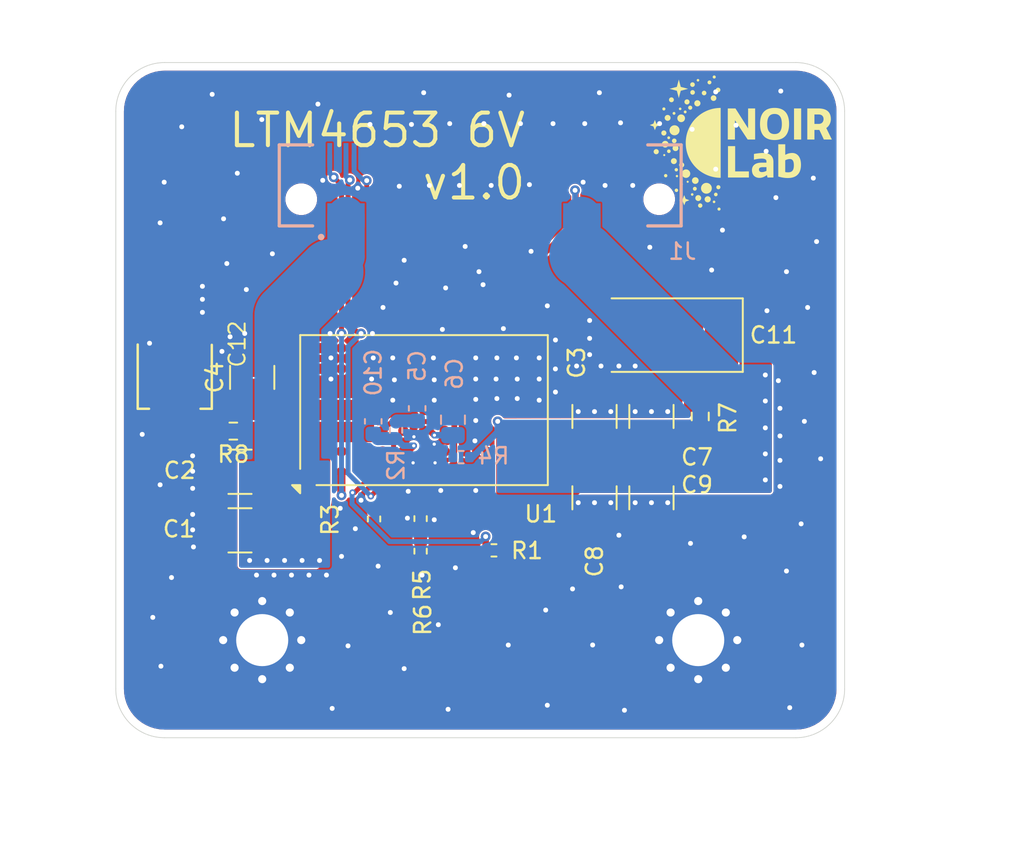
<source format=kicad_pcb>
(kicad_pcb (version 20241229) (generator "pcbnew") (generator_version "9.0")
  (layers (0 "F.Cu" signal) (4 "In1.Cu" signal) (6 "In2.Cu" signal) (2 "B.Cu" signal) (13 "F.Paste" user) (15 "B.Paste" user) (5 "F.SilkS" user "F.Silkscreen") (7 "B.SilkS" user "B.Silkscreen") (1 "F.Mask" user) (3 "B.Mask" user) (25 "Edge.Cuts" user))
  (net 0 "")
  (net 1 "12V")
  (net 2 "GND")
  (net 3 "6V")
  (net 4 "/vd")
  (net 5 "/compa2")
  (net 6 "/extvcc")
  (net 7 "/PG")
  (net 8 "/EN")
  (net 9 "/SYNC")
  (net 10 "/pgdfb")
  (net 11 "/compa")
  (net 12 "/fset")
  (net 13 "/imon")
  (net 20 "/intvcc")
  (net 45 "/iset2")
  (net 46 "/iset")
  (net 47 "/vosns")
  (net 48 "/ser")
  (net 49 "/cf1")
  (footprint "Resistor_SMD:R_0402_1005Metric" (layer "F.Cu") (at 121.51 73.88 -90)
    (property "Reference" "R6")
    (property "Value" "2k")
  )
  (footprint "Capacitor_Tantalum_SMD:CP_EIA-7343-20_Kemet-V" (layer "F.Cu") (at 136.9 60.6 180)
    (property "Reference" "C11")
    (property "Value" "22u")
  )
  (footprint "Capacitor_SMD:C_1210_3225Metric" (layer "F.Cu") (at 111.16 63.2 90)
    (property "Reference" "C4")
    (property "Value" "4.7u")
  )
  (footprint "Package_BGA:Analog_BGA-77_9x15mm_Layout7x11_P1.27mm" (layer "F.Cu") (at 121.72 65.21 90)
    (property "Reference" "U1")
    (property "Value" "LTM4653EY")
  )
  (footprint "Capacitor_SMD:C_1210_3225Metric" (layer "F.Cu") (at 110.41 69 180)
    (property "Reference" "C2")
    (property "Value" "4.7u")
  )
  (footprint "Capacitor_SMD:C_1210_3225Metric" (layer "F.Cu") (at 135.7 65.6 90)
    (property "Reference" "C7")
    (property "Value" "47u")
  )
  (footprint "NetTie:NetTie-2_SMD_Pad0.5mm" (layer "F.Cu") (at 131.05 53.05 90)
    (property "Reference" "NT1" (hide yes))
    (property "Value" "NetTie_2" (hide yes))
  )
  (footprint "lib:T521X" (layer "F.Cu") (at 106.4 61.2 90)
    (property "Reference" "C12")
    (property "Value" "100u" (hide yes))
  )
  (footprint "Resistor_SMD:R_0603_1608Metric" (layer "F.Cu") (at 110 66.5 180)
    (property "Reference" "R8")
    (property "Value" "0.5")
  )
  (footprint "MountingHole:MountingHole_3.2mm_M3_Pad_Via" (layer "F.Cu") (at 111.775 79.347056)
    (property "Reference" "H1" (hide yes))
    (property "Value" "M3 Hole")
  )
  (footprint "Resistor_SMD:R_0402_1005Metric" (layer "F.Cu") (at 121.51 71.88 -90)
    (property "Reference" "R5")
    (property "Value" "118k")
  )
  (footprint "Capacitor_SMD:C_1210_3225Metric" (layer "F.Cu") (at 132.2 65.6 90)
    (property "Reference" "C3")
    (property "Value" "47u")
  )
  (footprint "Capacitor_SMD:C_1210_3225Metric" (layer "F.Cu") (at 110.41 72.6 180)
    (property "Reference" "C1")
    (property "Value" "4.7u")
  )
  (footprint "Capacitor_SMD:C_1210_3225Metric" (layer "F.Cu") (at 132.2 70.6 -90)
    (property "Reference" "C8")
    (property "Value" "47u")
  )
  (footprint "MountingHole:MountingHole_3.2mm_M3_Pad_Via" (layer "F.Cu") (at 138.575 79.347056)
    (property "Reference" "H2" (hide yes))
    (property "Value" "M3 Hole")
  )
  (footprint "Resistor_SMD:R_0402_1005Metric" (layer "F.Cu") (at 126.02 73.83 180)
    (property "Reference" "R1")
    (property "Value" "44.2k")
  )
  (footprint "Resistor_SMD:R_0402_1005Metric" (layer "F.Cu") (at 118.65 71.9 -90)
    (property "Reference" "R3")
    (property "Value" "61.9k")
  )
  (footprint "Resistor_SMD:R_0603_1608Metric" (layer "F.Cu") (at 138.7 65.6 90)
    (property "Reference" "R7")
    (property "Value" "0.5")
  )
  (footprint "Capacitor_SMD:C_1210_3225Metric" (layer "F.Cu") (at 135.7 70.6 -90)
    (property "Reference" "C9")
    (property "Value" "47u")
  )
  (footprint "Capacitor_SMD:C_0805_2012Metric" (layer "B.Cu") (at 123.5 65.8 -90)
    (property "Reference" "C6")
    (property "Value" "1u")
  )
  (footprint "Resistor_SMD:R_0402_1005Metric" (layer "B.Cu") (at 124 68.1 180)
    (property "Reference" "R4")
    (property "Value" "24")
  )
  (footprint "Capacitor_SMD:C_0603_1608Metric" (layer "B.Cu") (at 121.3 65.1 90)
    (property "Reference" "C5")
    (property "Value" "10n")
  )
  (footprint "Capacitor_SMD:C_0603_1608Metric" (layer "B.Cu") (at 118.6 65.9 90)
    (property "Reference" "C10")
    (property "Value" "10p")
  )
  (footprint "lib:SAMTEC_LSHM-140-04.0-L-DV-A-N-K-TR" (layer "B.Cu") (at 125.175 51.397056 180)
    (property "Reference" "J1")
    (property "Value" "LSHM-140-04.0-L-DV-A-N-K-TR")
  )
  (footprint "Resistor_SMD:R_0402_1005Metric" (layer "B.Cu") (at 120 66.45 90)
    (property "Reference" "R2")
    (property "Value" "8.87k")
  )
  (gr_poly (pts (xy 139.820436 51.383706) (xy 139.826819 51.384191) (xy 139.833108 51.38499) (xy 139.839297 51.386096) (xy 139.845378 51.387499) (xy 139.851342 51.389192) (xy 139.857181 51.391168) (xy 139.862888 51.393419) (xy 139.868455 51.395935) (xy 139.873874 51.398711) (xy 139.879137 51.401737) (xy 139.884236 51.405006) (xy 139.889164 51.40851) (xy 139.893911 51.412241) (xy 139.898472 51.416191) (xy 139.902836 51.420352) (xy 139.906998 51.424717) (xy 139.910948 51.429277) (xy 139.914679 51.434024) (xy 139.918183 51.438952) (xy 139.921452 51.444051) (xy 139.924478 51.449314) (xy 139.927253 51.454732) (xy 139.92977 51.460299) (xy 139.93202 51.466007) (xy 139.933996 51.471846) (xy 139.93569 51.47781) (xy 139.937093 51.48389) (xy 139.938198 51.490079) (xy 139.938997 51.496369) (xy 139.939483 51.502751) (xy 139.939646 51.509218) (xy 139.939483 51.515686) (xy 139.938997 51.522068) (xy 139.938198 51.528358) (xy 139.937093 51.534547) (xy 139.93569 51.540627) (xy 139.933996 51.546591) (xy 139.93202 51.552431) (xy 139.92977 51.558138) (xy 139.927253 51.563705) (xy 139.924478 51.569124) (xy 139.921452 51.574387) (xy 139.918183 51.579486) (xy 139.914679 51.584413) (xy 139.910948 51.589161) (xy 139.906998 51.593721) (xy 139.902836 51.598086) (xy 139.898472 51.602247) (xy 139.893911 51.606197) (xy 139.889164 51.609928) (xy 139.884236 51.613432) (xy 139.879137 51.616701) (xy 139.873874 51.619727) (xy 139.868455 51.622503) (xy 139.862888 51.625019) (xy 139.857181 51.62727) (xy 139.851342 51.629245) (xy 139.845378 51.630939) (xy 139.839297 51.632342) (xy 139.833108 51.633447) (xy 139.826819 51.634247) (xy 139.820436 51.634732) (xy 139.813969 51.634896) (xy 139.807502 51.634732) (xy 139.801119 51.634247) (xy 139.79483 51.633447) (xy 139.788641 51.632342) (xy 139.782561 51.630939) (xy 139.776597 51.629245) (xy 139.770757 51.62727) (xy 139.76505 51.625019) (xy 139.759483 51.622503) (xy 139.754064 51.619727) (xy 139.748801 51.616701) (xy 139.743702 51.613432) (xy 139.738775 51.609928) (xy 139.734027 51.606197) (xy 139.729467 51.602247) (xy 139.725102 51.598086) (xy 139.720941 51.593721) (xy 139.716991 51.589161) (xy 139.71326 51.584413) (xy 139.709756 51.579486) (xy 139.706487 51.574387) (xy 139.703461 51.569124) (xy 139.700685 51.563705) (xy 139.698168 51.558138) (xy 139.695918 51.552431) (xy 139.693942 51.546591) (xy 139.692249 51.540627) (xy 139.690845 51.534547) (xy 139.68974 51.528358) (xy 139.688941 51.522068) (xy 139.688456 51.515686) (xy 139.688292 51.509218) (xy 139.688456 51.502751) (xy 139.688941 51.496369) (xy 139.68974 51.490079) (xy 139.690845 51.48389) (xy 139.692249 51.47781) (xy 139.693942 51.471846) (xy 139.695918 51.466007) (xy 139.698168 51.460299) (xy 139.700685 51.454732) (xy 139.703461 51.449314) (xy 139.706487 51.444051) (xy 139.709756 51.438952) (xy 139.71326 51.434024) (xy 139.716991 51.429277) (xy 139.720941 51.424717) (xy 139.725102 51.420352) (xy 139.729467 51.416191) (xy 139.734027 51.412241) (xy 139.738775 51.40851) (xy 139.743702 51.405006) (xy 139.748801 51.401737) (xy 139.754064 51.398711) (xy 139.759483 51.395935) (xy 139.76505 51.393419) (xy 139.770757 51.391168) (xy 139.776597 51.389192) (xy 139.782561 51.387499) (xy 139.788641 51.386096) (xy 139.79483 51.38499) (xy 139.801119 51.384191) (xy 139.807502 51.383706) (xy 139.813969 51.383542)) (fill yes) (layer "F.SilkS"))
  (gr_poly (pts (xy 137.930757 51.111103) (xy 137.933982 51.111348) (xy 137.93716 51.111752) (xy 137.940287 51.11231) (xy 137.94336 51.113019) (xy 137.946373 51.113875) (xy 137.949323 51.114873) (xy 137.952207 51.11601) (xy 137.95502 51.117282) (xy 137.957758 51.118684) (xy 137.960417 51.120213) (xy 137.962993 51.121865) (xy 137.965483 51.123636) (xy 137.967882 51.125521) (xy 137.970186 51.127517) (xy 137.972391 51.129619) (xy 137.974494 51.131824) (xy 137.97649 51.134129) (xy 137.978375 51.136527) (xy 137.980145 51.139017) (xy 137.981797 51.141593) (xy 137.983326 51.144253) (xy 137.984728 51.146991) (xy 137.986 51.149803) (xy 137.987137 51.152687) (xy 137.988135 51.155638) (xy 137.988991 51.158651) (xy 137.9897 51.161723) (xy 137.990258 51.16485) (xy 137.990662 51.168028) (xy 137.990907 51.171253) (xy 137.99099 51.174521) (xy 137.990907 51.177788) (xy 137.990662 51.181013) (xy 137.990258 51.184191) (xy 137.9897 51.187318) (xy 137.988991 51.19039) (xy 137.988135 51.193403) (xy 137.987137 51.196354) (xy 137.986 51.199237) (xy 137.984728 51.20205) (xy 137.983326 51.204788) (xy 137.981797 51.207447) (xy 137.980145 51.210024) (xy 137.978375 51.212513) (xy 137.97649 51.214912) (xy 137.974494 51.217216) (xy 137.972391 51.219422) (xy 137.970186 51.221524) (xy 137.967882 51.22352) (xy 137.965483 51.225405) (xy 137.962993 51.227175) (xy 137.960417 51.228827) (xy 137.957758 51.230356) (xy 137.95502 51.231758) (xy 137.952207 51.23303) (xy 137.949323 51.234167) (xy 137.946373 51.235165) (xy 137.94336 51.236021) (xy 137.940287 51.23673) (xy 137.93716 51.237289) (xy 137.933982 51.237692) (xy 137.930757 51.237938) (xy 137.92749 51.23802) (xy 137.924222 51.237938) (xy 137.920997 51.237692) (xy 137.917819 51.237289) (xy 137.914692 51.23673) (xy 137.91162 51.236021) (xy 137.908607 51.235165) (xy 137.905656 51.234167) (xy 137.902773 51.23303) (xy 137.89996 51.231758) (xy 137.897222 51.230356) (xy 137.894563 51.228827) (xy 137.891986 51.227175) (xy 137.889497 51.225405) (xy 137.887098 51.22352) (xy 137.884794 51.221524) (xy 137.882588 51.219422) (xy 137.880486 51.217216) (xy 137.87849 51.214912) (xy 137.876605 51.212513) (xy 137.874835 51.210024) (xy 137.873183 51.207447) (xy 137.871654 51.204788) (xy 137.870252 51.20205) (xy 137.86898 51.199237) (xy 137.867843 51.196354) (xy 137.866845 51.193403) (xy 137.865989 51.19039) (xy 137.86528 51.187318) (xy 137.864721 51.184191) (xy 137.864318 51.181013) (xy 137.864072 51.177788) (xy 137.86399 51.174521) (xy 137.864072 51.171253) (xy 137.864318 51.168028) (xy 137.864721 51.16485) (xy 137.86528 51.161723) (xy 137.865989 51.158651) (xy 137.866845 51.155638) (xy 137.867843 51.152687) (xy 137.86898 51.149803) (xy 137.870252 51.146991) (xy 137.871654 51.144253) (xy 137.873183 51.141593) (xy 137.874835 51.139017) (xy 137.876605 51.136527) (xy 137.87849 51.134129) (xy 137.880486 51.131824) (xy 137.882588 51.129619) (xy 137.884794 51.127517) (xy 137.887098 51.125521) (xy 137.889497 51.123636) (xy 137.891986 51.121865) (xy 137.894563 51.120213) (xy 137.897222 51.118684) (xy 137.89996 51.117282) (xy 137.902773 51.11601) (xy 137.905656 51.114873) (xy 137.908607 51.113875) (xy 137.91162 51.113019) (xy 137.914692 51.11231) (xy 137.917819 51.111752) (xy 137.920997 51.111348) (xy 137.924222 51.111103) (xy 137.92749 51.11102)) (fill yes) (layer "F.SilkS"))
  (gr_poly (pts (xy 138.586368 51.994964) (xy 138.595572 51.995664) (xy 138.604643 51.996817) (xy 138.613568 51.99841) (xy 138.622336 52.000434) (xy 138.630937 52.002877) (xy 138.639358 52.005726) (xy 138.647588 52.008971) (xy 138.655616 52.012601) (xy 138.663431 52.016603) (xy 138.671021 52.020967) (xy 138.678374 52.025681) (xy 138.68548 52.030734) (xy 138.692327 52.036115) (xy 138.698903 52.041811) (xy 138.705197 52.047812) (xy 138.711198 52.054107) (xy 138.716895 52.060683) (xy 138.722275 52.06753) (xy 138.727328 52.074636) (xy 138.732043 52.081989) (xy 138.736407 52.089579) (xy 138.740409 52.097394) (xy 138.744039 52.105422) (xy 138.747284 52.113652) (xy 138.750133 52.122073) (xy 138.752575 52.130674) (xy 138.754599 52.139442) (xy 138.756193 52.148367) (xy 138.757346 52.157438) (xy 138.758045 52.166642) (xy 138.758281 52.175968) (xy 138.758045 52.185295) (xy 138.757346 52.194499) (xy 138.756193 52.203569) (xy 138.754599 52.212494) (xy 138.752575 52.221263) (xy 138.750133 52.229864) (xy 138.747284 52.238285) (xy 138.744039 52.246515) (xy 138.740409 52.254543) (xy 138.736407 52.262358) (xy 138.732043 52.269948) (xy 138.727328 52.277301) (xy 138.722275 52.284407) (xy 138.716895 52.291254) (xy 138.711198 52.29783) (xy 138.705197 52.304124) (xy 138.698903 52.310125) (xy 138.692327 52.315822) (xy 138.68548 52.321202) (xy 138.678374 52.326255) (xy 138.671021 52.33097) (xy 138.663431 52.335334) (xy 138.655616 52.339336) (xy 138.647588 52.342966) (xy 138.639358 52.346211) (xy 138.630937 52.34906) (xy 138.622336 52.351503) (xy 138.613568 52.353526) (xy 138.604643 52.35512) (xy 138.595572 52.356273) (xy 138.586368 52.356973) (xy 138.577042 52.357208) (xy 138.567715 52.356973) (xy 138.558511 52.356273) (xy 138.549441 52.35512) (xy 138.540516 52.353526) (xy 138.531747 52.351503) (xy 138.523147 52.34906) (xy 138.514725 52.346211) (xy 138.506495 52.342966) (xy 138.498467 52.339336) (xy 138.490652 52.335334) (xy 138.483062 52.33097) (xy 138.475709 52.326255) (xy 138.468603 52.321202) (xy 138.461756 52.315822) (xy 138.45518 52.310125) (xy 138.448886 52.304124) (xy 138.442885 52.29783) (xy 138.437188 52.291254) (xy 138.431808 52.284407) (xy 138.426755 52.277301) (xy 138.422041 52.269948) (xy 138.417677 52.262358) (xy 138.413674 52.254543) (xy 138.410045 52.246515) (xy 138.4068 52.238285) (xy 138.40395 52.229864) (xy 138.401508 52.221263) (xy 138.399484 52.212494) (xy 138.39789 52.203569) (xy 138.396738 52.194499) (xy 138.396038 52.185295) (xy 138.395802 52.175968) (xy 138.396038 52.166642) (xy 138.396738 52.157438) (xy 138.39789 52.148367) (xy 138.399484 52.139442) (xy 138.401508 52.130674) (xy 138.40395 52.122073) (xy 138.4068 52.113652) (xy 138.410045 52.105422) (xy 138.413674 52.097394) (xy 138.417677 52.089579) (xy 138.422041 52.081989) (xy 138.426755 52.074636) (xy 138.431808 52.06753) (xy 138.437188 52.060683) (xy 138.442885 52.054107) (xy 138.448886 52.047812) (xy 138.45518 52.041811) (xy 138.461756 52.036115) (xy 138.468603 52.030734) (xy 138.475709 52.025681) (xy 138.483062 52.020967) (xy 138.490652 52.016603) (xy 138.498467 52.012601) (xy 138.506495 52.008971) (xy 138.514725 52.005726) (xy 138.523147 52.002877) (xy 138.531747 52.000434) (xy 138.540516 51.99841) (xy 138.549441 51.996817) (xy 138.558511 51.995664) (xy 138.567715 51.994964) (xy 138.577042 51.994728)) (fill yes) (layer "F.SilkS"))
  (gr_poly (pts (xy 139.272409 44.947707) (xy 139.278455 44.948167) (xy 139.284414 44.948924) (xy 139.290277 44.949971) (xy 139.296037 44.9513) (xy 139.301687 44.952905) (xy 139.307219 44.954777) (xy 139.312626 44.956908) (xy 139.3179 44.959293) (xy 139.323034 44.961922) (xy 139.32802 44.964789) (xy 139.332851 44.967886) (xy 139.337519 44.971205) (xy 139.342017 44.97474) (xy 139.346337 44.978482) (xy 139.350472 44.982424) (xy 139.354414 44.986559) (xy 139.358156 44.99088) (xy 139.361691 44.995377) (xy 139.36501 45.000045) (xy 139.368107 45.004876) (xy 139.370974 45.009862) (xy 139.373604 45.014996) (xy 139.375988 45.02027) (xy 139.37812 45.025677) (xy 139.379992 45.031209) (xy 139.381596 45.036859) (xy 139.382926 45.042619) (xy 139.383973 45.048482) (xy 139.38473 45.054441) (xy 139.38519 45.060487) (xy 139.385345 45.066614) (xy 139.38519 45.072741) (xy 139.38473 45.078788) (xy 139.383973 45.084746) (xy 139.382926 45.09061) (xy 139.381596 45.09637) (xy 139.379992 45.10202) (xy 139.37812 45.107552) (xy 139.375988 45.112959) (xy 139.373604 45.118233) (xy 139.370974 45.123367) (xy 139.368107 45.128353) (xy 139.36501 45.133183) (xy 139.361691 45.137851) (xy 139.358156 45.142349) (xy 139.354414 45.146669) (xy 139.350472 45.150804) (xy 139.346337 45.154747) (xy 139.342017 45.158489) (xy 139.337519 45.162023) (xy 139.332851 45.165343) (xy 139.32802 45.16844) (xy 139.323034 45.171307) (xy 139.3179 45.173936) (xy 139.312626 45.17632) (xy 139.307219 45.178452) (xy 139.301687 45.180324) (xy 139.296037 45.181928) (xy 139.290277 45.183258) (xy 139.284414 45.184305) (xy 139.278455 45.185062) (xy 139.272409 45.185522) (xy 139.266282 45.185677) (xy 139.260155 45.185522) (xy 139.254108 45.185062) (xy 139.24815 45.184305) (xy 139.242286 45.183258) (xy 139.236526 45.181928) (xy 139.230876 45.180324) (xy 139.225344 45.178452) (xy 139.219937 45.17632) (xy 139.214663 45.173936) (xy 139.209529 45.171307) (xy 139.204543 45.16844) (xy 139.199713 45.165343) (xy 139.195044 45.162023) (xy 139.190547 45.158489) (xy 139.186227 45.154747) (xy 139.182092 45.150804) (xy 139.178149 45.146669) (xy 139.174407 45.142349) (xy 139.170872 45.137851) (xy 139.167553 45.133183) (xy 139.164456 45.128353) (xy 139.161589 45.123367) (xy 139.15896 45.118233) (xy 139.156575 45.112959) (xy 139.154443 45.107552) (xy 139.152572 45.10202) (xy 139.150967 45.09637) (xy 139.149638 45.09061) (xy 139.148591 45.084746) (xy 139.147833 45.078788) (xy 139.147374 45.072741) (xy 139.147219 45.066614) (xy 139.147374 45.060487) (xy 139.147833 45.054441) (xy 139.148591 45.048482) (xy 139.149638 45.042619) (xy 139.150967 45.036859) (xy 139.152572 45.031209) (xy 139.154443 45.025677) (xy 139.156575 45.02027) (xy 139.15896 45.014996) (xy 139.161589 45.009862) (xy 139.164456 45.004876) (xy 139.167553 45.000045) (xy 139.170872 44.995377) (xy 139.174407 44.99088) (xy 139.178149 44.986559) (xy 139.182092 44.982424) (xy 139.186227 44.978482) (xy 139.190547 44.97474) (xy 139.195044 44.971205) (xy 139.199713 44.967886) (xy 139.204543 44.964789) (xy 139.209529 44.961922) (xy 139.214663 44.959293) (xy 139.219937 44.956908) (xy 139.225344 44.954777) (xy 139.230876 44.952905) (xy 139.236526 44.9513) (xy 139.242286 44.949971) (xy 139.24815 44.948924) (xy 139.254108 44.948167) (xy 139.260155 44.947707) (xy 139.266282 44.947552)) (fill yes) (layer "F.SilkS"))
  (gr_poly (pts (xy 137.501511 45.341781) (xy 137.953948 45.460844) (xy 137.501511 45.581229) (xy 137.381125 46.033667) (xy 137.262063 45.581229) (xy 136.809625 45.460844) (xy 137.262063 45.341781) (xy 137.381125 44.888021)) (fill yes) (layer "F.SilkS"))
  (gr_poly (pts (xy 139.955521 50.931104) (xy 139.844953 50.928309) (xy 139.735838 50.920013) (xy 139.628311 50.906352) (xy 139.522506 50.887461) (xy 139.418559 50.863473) (xy 139.316604 50.834526) (xy 139.216776 50.800752) (xy 139.11921 50.762287) (xy 139.024042 50.719267) (xy 138.931406 50.671826) (xy 138.841436 50.620098) (xy 138.754269 50.564219) (xy 138.670038 50.504324) (xy 138.588879 50.440548) (xy 138.510927 50.373026) (xy 138.436317 50.301892) (xy 138.365183 50.227281) (xy 138.29766 50.149329) (xy 138.233884 50.06817) (xy 138.173989 49.98394) (xy 138.11811 49.896772) (xy 138.066383 49.806803) (xy 138.018942 49.714166) (xy 137.975921 49.618998) (xy 137.937457 49.521432) (xy 137.903683 49.421605) (xy 137.874735 49.31965) (xy 137.850748 49.215702) (xy 137.831856 49.109897) (xy 137.818195 49.00237) (xy 137.8099 48.893255) (xy 137.807105 48.782687) (xy 137.8099 48.67212) (xy 137.818195 48.563005) (xy 137.831856 48.455477) (xy 137.850748 48.349672) (xy 137.874735 48.245725) (xy 137.903683 48.14377) (xy 137.937457 48.043942) (xy 137.975921 47.946377) (xy 138.018942 47.851208) (xy 138.066383 47.758572) (xy 138.11811 47.668603) (xy 138.173989 47.581435) (xy 138.233884 47.497205) (xy 138.29766 47.416046) (xy 138.365183 47.338094) (xy 138.436317 47.263483) (xy 138.510927 47.192349) (xy 138.588879 47.124826) (xy 138.670038 47.06105) (xy 138.754269 47.001155) (xy 138.841436 46.945277) (xy 138.931406 46.893549) (xy 139.024042 46.846108) (xy 139.11921 46.803087) (xy 139.216776 46.764623) (xy 139.316604 46.730849) (xy 139.418559 46.701901) (xy 139.522506 46.677914) (xy 139.628311 46.659023) (xy 139.735838 46.645362) (xy 139.844953 46.637066) (xy 139.955521 46.634271)) (fill yes) (layer "F.SilkS"))
  (gr_poly (pts (xy 138.704304 52.502902) (xy 138.711089 52.503418) (xy 138.717776 52.504267) (xy 138.724356 52.505442) (xy 138.73082 52.506934) (xy 138.73716 52.508735) (xy 138.743369 52.510836) (xy 138.749436 52.513228) (xy 138.755355 52.515904) (xy 138.761116 52.518854) (xy 138.766711 52.522072) (xy 138.772133 52.525547) (xy 138.777371 52.529273) (xy 138.782419 52.533239) (xy 138.787267 52.537439) (xy 138.791907 52.541863) (xy 138.796331 52.546503) (xy 138.800531 52.551352) (xy 138.804497 52.556399) (xy 138.808223 52.561638) (xy 138.811698 52.567059) (xy 138.814915 52.572654) (xy 138.817866 52.578416) (xy 138.820542 52.584334) (xy 138.822934 52.590402) (xy 138.825035 52.59661) (xy 138.826835 52.602951) (xy 138.828327 52.609415) (xy 138.829502 52.615995) (xy 138.830352 52.622682) (xy 138.830868 52.629467) (xy 138.831042 52.636343) (xy 138.830868 52.643219) (xy 138.830352 52.650005) (xy 138.829502 52.656691) (xy 138.828327 52.663271) (xy 138.826835 52.669736) (xy 138.825035 52.676076) (xy 138.822934 52.682284) (xy 138.820542 52.688352) (xy 138.817866 52.694271) (xy 138.814915 52.700032) (xy 138.811698 52.705627) (xy 138.808223 52.711048) (xy 138.804497 52.716287) (xy 138.800531 52.721335) (xy 138.796331 52.726183) (xy 138.791907 52.730823) (xy 138.787267 52.735247) (xy 138.782419 52.739447) (xy 138.777371 52.743413) (xy 138.772133 52.747139) (xy 138.766711 52.750614) (xy 138.761116 52.753831) (xy 138.755355 52.756782) (xy 138.749436 52.759458) (xy 138.743369 52.76185) (xy 138.73716 52.763951) (xy 138.73082 52.765751) (xy 138.724356 52.767243) (xy 138.717776 52.768418) (xy 138.711089 52.769268) (xy 138.704304 52.769784) (xy 138.697428 52.769958) (xy 138.690552 52.769784) (xy 138.683766 52.769268) (xy 138.67708 52.768418) (xy 138.6705 52.767243) (xy 138.664035 52.765751) (xy 138.657695 52.763951) (xy 138.651487 52.76185) (xy 138.645419 52.759458) (xy 138.6395 52.756782) (xy 138.633739 52.753831) (xy 138.628144 52.750614) (xy 138.622723 52.747139) (xy 138.617484 52.743413) (xy 138.612436 52.739447) (xy 138.607588 52.735247) (xy 138.602948 52.730823) (xy 138.598524 52.726183) (xy 138.594324 52.721335) (xy 138.590358 52.716287) (xy 138.586632 52.711048) (xy 138.583157 52.705627) (xy 138.57994 52.700032) (xy 138.576989 52.694271) (xy 138.574313 52.688352) (xy 138.571921 52.682284) (xy 138.56982 52.676076) (xy 138.56802 52.669736) (xy 138.566528 52.663271) (xy 138.565353 52.656691) (xy 138.564503 52.650005) (xy 138.563987 52.643219) (xy 138.563813 52.636343) (xy 138.563987 52.629467) (xy 138.564503 52.622682) (xy 138.565353 52.615995) (xy 138.566528 52.609415) (xy 138.56802 52.602951) (xy 138.56982 52.59661) (xy 138.571921 52.590402) (xy 138.574313 52.584334) (xy 138.576989 52.578416) (xy 138.57994 52.572654) (xy 138.583157 52.567059) (xy 138.586632 52.561638) (xy 138.590358 52.556399) (xy 138.594324 52.551352) (xy 138.598524 52.546503) (xy 138.602948 52.541863) (xy 138.607588 52.537439) (xy 138.612436 52.533239) (xy 138.617484 52.529273) (xy 138.622723 52.525547) (xy 138.628144 52.522072) (xy 138.633739 52.518854) (xy 138.6395 52.515904) (xy 138.645419 52.513228) (xy 138.651487 52.510836) (xy 138.657695 52.508735) (xy 138.664035 52.506934) (xy 138.6705 52.505442) (xy 138.67708 52.504267) (xy 138.683766 52.503418) (xy 138.690552 52.502902) (xy 138.697428 52.502728)) (fill yes) (layer "F.SilkS"))
  (gr_poly (pts (xy 137.269708 50.753926) (xy 137.273336 50.754202) (xy 137.276911 50.754656) (xy 137.280429 50.755284) (xy 137.283885 50.756082) (xy 137.287275 50.757045) (xy 137.290594 50.758168) (xy 137.293838 50.759447) (xy 137.297003 50.760878) (xy 137.300083 50.762455) (xy 137.303074 50.764175) (xy 137.305973 50.766033) (xy 137.308774 50.768025) (xy 137.311472 50.770146) (xy 137.314064 50.772391) (xy 137.316545 50.774757) (xy 137.318911 50.777238) (xy 137.321156 50.77983) (xy 137.323277 50.782528) (xy 137.325269 50.785329) (xy 137.327127 50.788228) (xy 137.328847 50.791219) (xy 137.330425 50.794299) (xy 137.331855 50.797464) (xy 137.333134 50.800708) (xy 137.334257 50.804027) (xy 137.33522 50.807417) (xy 137.336018 50.810874) (xy 137.336646 50.814392) (xy 137.3371 50.817967) (xy 137.337376 50.821595) (xy 137.337469 50.825271) (xy 137.337376 50.828947) (xy 137.3371 50.832575) (xy 137.336646 50.83615) (xy 137.336018 50.839668) (xy 137.33522 50.843124) (xy 137.334257 50.846514) (xy 137.333134 50.849833) (xy 137.331855 50.853077) (xy 137.330425 50.856242) (xy 137.328847 50.859322) (xy 137.327127 50.862314) (xy 137.325269 50.865212) (xy 137.323277 50.868013) (xy 137.321156 50.870711) (xy 137.318911 50.873303) (xy 137.316545 50.875784) (xy 137.314064 50.87815) (xy 137.311472 50.880395) (xy 137.308774 50.882516) (xy 137.305973 50.884507) (xy 137.303074 50.886366) (xy 137.300083 50.888086) (xy 137.297003 50.889663) (xy 137.293838 50.891094) (xy 137.290594 50.892373) (xy 137.287275 50.893496) (xy 137.283885 50.894459) (xy 137.280429 50.895256) (xy 137.276911 50.895885) (xy 137.273336 50.896339) (xy 137.269708 50.896615) (xy 137.266032 50.896708) (xy 137.262355 50.896615) (xy 137.258727 50.896339) (xy 137.255152 50.895885) (xy 137.251634 50.895256) (xy 137.248178 50.894459) (xy 137.244788 50.893496) (xy 137.241469 50.892373) (xy 137.238225 50.891094) (xy 137.23506 50.889663) (xy 137.23198 50.888086) (xy 137.228989 50.886366) (xy 137.22609 50.884507) (xy 137.223289 50.882516) (xy 137.220591 50.880395) (xy 137.217999 50.87815) (xy 137.215518 50.875784) (xy 137.213152 50.873303) (xy 137.210907 50.870711) (xy 137.208786 50.868013) (xy 137.206794 50.865212) (xy 137.204936 50.862314) (xy 137.203216 50.859322) (xy 137.201638 50.856242) (xy 137.200208 50.853077) (xy 137.198929 50.849833) (xy 137.197806 50.846514) (xy 137.196843 50.843124) (xy 137.196045 50.839668) (xy 137.195417 50.83615) (xy 137.194963 50.832575) (xy 137.194687 50.828947) (xy 137.194594 50.825271) (xy 137.194687 50.821595) (xy 137.194963 50.817967) (xy 137.195417 50.814392) (xy 137.196045 50.810874) (xy 137.196843 50.807417) (xy 137.197806 50.804027) (xy 137.198929 50.800708) (xy 137.200208 50.797464) (xy 137.201638 50.794299) (xy 137.203216 50.791219) (xy 137.204936 50.788228) (xy 137.206794 50.785329) (xy 137.208786 50.782528) (xy 137.210907 50.77983) (xy 137.213152 50.777238) (xy 137.215518 50.774757) (xy 137.217999 50.772391) (xy 137.220591 50.770146) (xy 137.223289 50.768025) (xy 137.22609 50.766033) (xy 137.228989 50.764175) (xy 137.23198 50.762455) (xy 137.23506 50.760878) (xy 137.238225 50.759447) (xy 137.241469 50.758168) (xy 137.244788 50.757045) (xy 137.248178 50.756082) (xy 137.251634 50.755284) (xy 137.255152 50.754656) (xy 137.258727 50.754202) (xy 137.262355 50.753926) (xy 137.266032 50.753833)) (fill yes) (layer "F.SilkS"))
  (gr_poly (pts (xy 137.778525 46.794457) (xy 137.782959 46.794794) (xy 137.787328 46.79535) (xy 137.791628 46.796118) (xy 137.795852 46.797093) (xy 137.799996 46.798269) (xy 137.804053 46.799642) (xy 137.808018 46.801205) (xy 137.811885 46.802954) (xy 137.81565 46.804882) (xy 137.819306 46.806984) (xy 137.822849 46.809255) (xy 137.826272 46.81169) (xy 137.82957 46.814282) (xy 137.832739 46.817026) (xy 137.835771 46.819917) (xy 137.838662 46.822949) (xy 137.841406 46.826117) (xy 137.843998 46.829416) (xy 137.846433 46.832839) (xy 137.848704 46.836381) (xy 137.850806 46.840038) (xy 137.852734 46.843803) (xy 137.854483 46.84767) (xy 137.856046 46.851635) (xy 137.857419 46.855692) (xy 137.858595 46.859835) (xy 137.85957 46.864059) (xy 137.860338 46.868359) (xy 137.860894 46.872729) (xy 137.861231 46.877163) (xy 137.861344 46.881656) (xy 137.861231 46.886149) (xy 137.860894 46.890583) (xy 137.860338 46.894953) (xy 137.85957 46.899253) (xy 137.858595 46.903477) (xy 137.857419 46.90762) (xy 137.856046 46.911677) (xy 137.854483 46.915642) (xy 137.852734 46.91951) (xy 137.850806 46.923274) (xy 137.848704 46.926931) (xy 137.846433 46.930473) (xy 137.843998 46.933897) (xy 137.841406 46.937195) (xy 137.838662 46.940363) (xy 137.835771 46.943395) (xy 137.832739 46.946286) (xy 137.82957 46.949031) (xy 137.826272 46.951623) (xy 137.822849 46.954057) (xy 137.819306 46.956328) (xy 137.81565 46.95843) (xy 137.811885 46.960359) (xy 137.808018 46.962107) (xy 137.804053 46.963671) (xy 137.799996 46.965043) (xy 137.795852 46.96622) (xy 137.791628 46.967195) (xy 137.787328 46.967963) (xy 137.782959 46.968518) (xy 137.778525 46.968855) (xy 137.774032 46.968969) (xy 137.769539 46.968855) (xy 137.765104 46.968518) (xy 137.760735 46.967963) (xy 137.756435 46.967195) (xy 137.752211 46.96622) (xy 137.748067 46.965043) (xy 137.744011 46.963671) (xy 137.740046 46.962107) (xy 137.736178 46.960359) (xy 137.732413 46.95843) (xy 137.728757 46.956328) (xy 137.725214 46.954057) (xy 137.721791 46.951623) (xy 137.718493 46.949031) (xy 137.715325 46.946286) (xy 137.712292 46.943395) (xy 137.709401 46.940363) (xy 137.706657 46.937195) (xy 137.704065 46.933897) (xy 137.701631 46.930473) (xy 137.699359 46.926931) (xy 137.697257 46.923274) (xy 137.695329 46.91951) (xy 137.69358 46.915642) (xy 137.692017 46.911677) (xy 137.690644 46.90762) (xy 137.689468 46.903477) (xy 137.688493 46.899253) (xy 137.687725 46.894953) (xy 137.68717 46.890583) (xy 137.686833 46.886149) (xy 137.686719 46.881656) (xy 137.686833 46.877163) (xy 137.68717 46.872729) (xy 137.687725 46.868359) (xy 137.688493 46.864059) (xy 137.689468 46.859835) (xy 137.690644 46.855692) (xy 137.692017 46.851635) (xy 137.69358 46.84767) (xy 137.695329 46.843803) (xy 137.697257 46.840038) (xy 137.699359 46.836381) (xy 137.701631 46.832839) (xy 137.704065 46.829416) (xy 137.706657 46.826117) (xy 137.709401 46.822949) (xy 137.712292 46.819917) (xy 137.715325 46.817026) (xy 137.718493 46.814282) (xy 137.721791 46.81169) (xy 137.725214 46.809255) (xy 137.728757 46.806984) (xy 137.732413 46.804882) (xy 137.736178 46.802954) (xy 137.740046 46.801205) (xy 137.744011 46.799642) (xy 137.748067 46.798269) (xy 137.752211 46.797093) (xy 137.756435 46.796118) (xy 137.760735 46.79535) (xy 137.765104 46.794794) (xy 137.769539 46.794457) (xy 137.774032 46.794344)) (fill yes) (layer "F.SilkS"))
  (gr_poly (pts (xy 139.858558 52.758175) (xy 139.863395 52.758543) (xy 139.868162 52.759149) (xy 139.872852 52.759986) (xy 139.877461 52.76105) (xy 139.881981 52.762333) (xy 139.886406 52.763831) (xy 139.890732 52.765536) (xy 139.894951 52.767444) (xy 139.899058 52.769547) (xy 139.903047 52.771841) (xy 139.906912 52.774319) (xy 139.910646 52.776974) (xy 139.914244 52.779802) (xy 139.9177 52.782796) (xy 139.921008 52.785949) (xy 139.924162 52.789257) (xy 139.927156 52.792714) (xy 139.929984 52.796312) (xy 139.932639 52.800046) (xy 139.935117 52.803911) (xy 139.93741 52.8079) (xy 139.939514 52.812007) (xy 139.941421 52.816226) (xy 139.943127 52.820551) (xy 139.944624 52.824977) (xy 139.945908 52.829497) (xy 139.946971 52.834105) (xy 139.947809 52.838796) (xy 139.948415 52.843563) (xy 139.948782 52.8484) (xy 139.948906 52.853301) (xy 139.948782 52.858203) (xy 139.948415 52.86304) (xy 139.947809 52.867807) (xy 139.946971 52.872497) (xy 139.945908 52.877106) (xy 139.944624 52.881626) (xy 139.943127 52.886051) (xy 139.941421 52.890377) (xy 139.939514 52.894596) (xy 139.93741 52.898703) (xy 139.935117 52.902692) (xy 139.932639 52.906556) (xy 139.929984 52.910291) (xy 139.927156 52.913889) (xy 139.924162 52.917345) (xy 139.921008 52.920653) (xy 139.9177 52.923807) (xy 139.914244 52.926801) (xy 139.910646 52.929628) (xy 139.906912 52.932284) (xy 139.903047 52.934762) (xy 139.899058 52.937055) (xy 139.894951 52.939159) (xy 139.890732 52.941066) (xy 139.886406 52.942772) (xy 139.881981 52.944269) (xy 139.877461 52.945553) (xy 139.872852 52.946616) (xy 139.868162 52.947454) (xy 139.863395 52.94806) (xy 139.858558 52.948427) (xy 139.853656 52.948551) (xy 139.848755 52.948427) (xy 139.843918 52.94806) (xy 139.839151 52.947454) (xy 139.83446 52.946616) (xy 139.829852 52.945553) (xy 139.825332 52.944269) (xy 139.820906 52.942772) (xy 139.816581 52.941066) (xy 139.812362 52.939159) (xy 139.808255 52.937055) (xy 139.804266 52.934762) (xy 139.800401 52.932284) (xy 139.796667 52.929628) (xy 139.793069 52.926801) (xy 139.789612 52.923807) (xy 139.786304 52.920653) (xy 139.783151 52.917345) (xy 139.780157 52.913889) (xy 139.777329 52.910291) (xy 139.774674 52.906556) (xy 139.772196 52.902692) (xy 139.769902 52.898703) (xy 139.767799 52.894596) (xy 139.765891 52.890377) (xy 139.764186 52.886051) (xy 139.762688 52.881626) (xy 139.761405 52.877106) (xy 139.760341 52.872497) (xy 139.759504 52.867807) (xy 139.758898 52.86304) (xy 139.75853 52.858203) (xy 139.758406 52.853301) (xy 139.75853 52.8484) (xy 139.758898 52.843563) (xy 139.759504 52.838796) (xy 139.760341 52.834105) (xy 139.761405 52.829497) (xy 139.762688 52.824977) (xy 139.764186 52.820551) (xy 139.765891 52.816226) (xy 139.767799 52.812007) (xy 139.769902 52.8079) (xy 139.772196 52.803911) (xy 139.774674 52.800046) (xy 139.777329 52.796312) (xy 139.780157 52.792714) (xy 139.783151 52.789257) (xy 139.786304 52.785949) (xy 139.789612 52.782796) (xy 139.793069 52.779802) (xy 139.796667 52.776974) (xy 139.800401 52.774319) (xy 139.804266 52.771841) (xy 139.808255 52.769547) (xy 139.812362 52.767444) (xy 139.816581 52.765536) (xy 139.820906 52.763831) (xy 139.825332 52.762333) (xy 139.829852 52.76105) (xy 139.83446 52.759986) (xy 139.839151 52.759149) (xy 139.843918 52.758543) (xy 139.848755 52.758175) (xy 139.853656 52.758051)) (fill yes) (layer "F.SilkS"))
  (gr_poly (pts (xy 136 47.6) (xy 136.227542 47.688635) (xy 136 47.777271) (xy 135.911365 48.004812) (xy 135.82273 47.777271) (xy 135.595188 47.688635) (xy 135.82273 47.6) (xy 135.911365 47.372458)) (fill yes) (layer "F.SilkS"))
  (gr_poly (pts (xy 136.766493 48.381957) (xy 136.770928 48.382294) (xy 136.775297 48.382849) (xy 136.779597 48.383617) (xy 136.783821 48.384592) (xy 136.787964 48.385769) (xy 136.792021 48.387141) (xy 136.795986 48.388705) (xy 136.799854 48.390453) (xy 136.803619 48.392381) (xy 136.807275 48.394484) (xy 136.810818 48.396755) (xy 136.814241 48.399189) (xy 136.817539 48.401781) (xy 136.820707 48.404525) (xy 136.82374 48.407417) (xy 136.826631 48.410449) (xy 136.829375 48.413617) (xy 136.831967 48.416915) (xy 136.834401 48.420338) (xy 136.836672 48.423881) (xy 136.838775 48.427537) (xy 136.840703 48.431302) (xy 136.842452 48.43517) (xy 136.844015 48.439135) (xy 136.845388 48.443192) (xy 136.846564 48.447335) (xy 136.847539 48.451559) (xy 136.848307 48.455859) (xy 136.848862 48.460228) (xy 136.849199 48.464662) (xy 136.849313 48.469156) (xy 136.849199 48.473649) (xy 136.848862 48.478083) (xy 136.848307 48.482452) (xy 136.847539 48.486752) (xy 136.846564 48.490976) (xy 136.845388 48.49512) (xy 136.844015 48.499177) (xy 136.842452 48.503142) (xy 136.840703 48.507009) (xy 136.838775 48.510774) (xy 136.836672 48.51443) (xy 136.834401 48.517973) (xy 136.831967 48.521396) (xy 136.829375 48.524695) (xy 136.826631 48.527863) (xy 136.82374 48.530895) (xy 136.820707 48.533786) (xy 136.817539 48.53653) (xy 136.814241 48.539122) (xy 136.810818 48.541557) (xy 136.807275 48.543828) (xy 136.803619 48.54593) (xy 136.799854 48.547858) (xy 136.795986 48.549607) (xy 136.792021 48.55117) (xy 136.787964 48.552543) (xy 136.783821 48.553719) (xy 136.779597 48.554694) (xy 136.775297 48.555462) (xy 136.770928 48.556017) (xy 136.766493 48.556355) (xy 136.762 48.556468) (xy 136.757507 48.556355) (xy 136.753073 48.556017) (xy 136.748704 48.555462) (xy 136.744404 48.554694) (xy 136.74018 48.553719) (xy 136.736036 48.552543) (xy 136.731979 48.55117) (xy 136.728014 48.549607) (xy 136.724147 48.547858) (xy 136.720382 48.54593) (xy 136.716726 48.543828) (xy 136.713183 48.541557) (xy 136.70976 48.539122) (xy 136.706462 48.53653) (xy 136.703293 48.533786) (xy 136.700261 48.530895) (xy 136.69737 48.527863) (xy 136.694626 48.524695) (xy 136.692034 48.521396) (xy 136.6896 48.517973) (xy 136.687328 48.51443) (xy 136.685226 48.510774) (xy 136.683298 48.507009) (xy 136.681549 48.503142) (xy 136.679986 48.499177) (xy 136.678613 48.49512) (xy 136.677437 48.490976) (xy 136.676462 48.486752) (xy 136.675694 48.482452) (xy 136.675139 48.478083) (xy 136.674801 48.473649) (xy 136.674688 48.469156) (xy 136.674801 48.464662) (xy 136.675139 48.460228) (xy 136.675694 48.455859) (xy 136.676462 48.451559) (xy 136.677437 48.447335) (xy 136.678613 48.443192) (xy 136.679986 48.439135) (xy 136.681549 48.43517) (xy 136.683298 48.431302) (xy 136.685226 48.427537) (xy 136.687328 48.423881) (xy 136.6896 48.420338) (xy 136.692034 48.416915) (xy 136.694626 48.413617) (xy 136.69737 48.410449) (xy 136.700261 48.407417) (xy 136.703293 48.404525) (xy 136.706462 48.401781) (xy 136.70976 48.399189) (xy 136.713183 48.396755) (xy 136.716726 48.394484) (xy 136.720382 48.392381) (xy 136.724147 48.390453) (xy 136.728014 48.388705) (xy 136.731979 48.387141) (xy 136.736036 48.385769) (xy 136.74018 48.384592) (xy 136.744404 48.383617) (xy 136.748704 48.382849) (xy 136.753073 48.382294) (xy 136.757507 48.381957) (xy 136.762 48.381843)) (fill yes) (layer "F.SilkS"))
  (gr_poly (pts (xy 136.775656 49.186322) (xy 136.7813 49.186751) (xy 136.786861 49.187457) (xy 136.792333 49.188435) (xy 136.79771 49.189676) (xy 136.802983 49.191173) (xy 136.808146 49.19292) (xy 136.813193 49.19491) (xy 136.818115 49.197135) (xy 136.822907 49.199589) (xy 136.82756 49.202265) (xy 136.832069 49.205155) (xy 136.836426 49.208254) (xy 136.840624 49.211553) (xy 136.844656 49.215045) (xy 136.848515 49.218725) (xy 136.852195 49.222584) (xy 136.855687 49.226616) (xy 136.858986 49.230814) (xy 136.862085 49.235171) (xy 136.864975 49.23968) (xy 136.867651 49.244333) (xy 136.870105 49.249125) (xy 136.87233 49.254047) (xy 136.87432 49.259093) (xy 136.876067 49.264257) (xy 136.877564 49.26953) (xy 136.878805 49.274906) (xy 136.879783 49.280379) (xy 136.880489 49.28594) (xy 136.880918 49.291584) (xy 136.881063 49.297302) (xy 136.880918 49.30302) (xy 136.880489 49.308664) (xy 136.879783 49.314225) (xy 136.878805 49.319698) (xy 136.877564 49.325074) (xy 136.876067 49.330347) (xy 136.87432 49.335511) (xy 136.87233 49.340557) (xy 136.870105 49.345479) (xy 136.867651 49.350271) (xy 136.864975 49.354924) (xy 136.862085 49.359433) (xy 136.858986 49.36379) (xy 136.855687 49.367988) (xy 136.852195 49.37202) (xy 136.848515 49.375879) (xy 136.844656 49.379559) (xy 136.840624 49.383051) (xy 136.836426 49.38635) (xy 136.832069 49.389449) (xy 136.82756 49.392339) (xy 136.822907 49.395015) (xy 136.818115 49.397469) (xy 136.813193 49.399694) (xy 136.808146 49.401684) (xy 136.802983 49.403431) (xy 136.79771 49.404928) (xy 136.792333 49.406169) (xy 136.786861 49.407147) (xy 136.7813 49.407853) (xy 136.775656 49.408282) (xy 136.769938 49.408427) (xy 136.764219 49.408282) (xy 136.758576 49.407853) (xy 136.753015 49.407147) (xy 136.747542 49.406169) (xy 136.742166 49.404928) (xy 136.736893 49.403431) (xy 136.731729 49.401684) (xy 136.726683 49.399694) (xy 136.721761 49.397469) (xy 136.716969 49.395015) (xy 136.712315 49.392339) (xy 136.707807 49.389449) (xy 136.70345 49.38635) (xy 136.699252 49.383051) (xy 136.69522 49.379559) (xy 136.691361 49.375879) (xy 136.687681 49.37202) (xy 136.684188 49.367988) (xy 136.680889 49.36379) (xy 136.677791 49.359433) (xy 136.674901 49.354924) (xy 136.672225 49.350271) (xy 136.669771 49.345479) (xy 136.667546 49.340557) (xy 136.665556 49.335511) (xy 136.663809 49.330347) (xy 136.662311 49.325074) (xy 136.66107 49.319698) (xy 136.660093 49.314225) (xy 136.659386 49.308664) (xy 136.658957 49.30302) (xy 136.658813 49.297302) (xy 136.658957 49.291584) (xy 136.659386 49.28594) (xy 136.660093 49.280379) (xy 136.66107 49.274906) (xy 136.662311 49.26953) (xy 136.663809 49.264257) (xy 136.665556 49.259093) (xy 136.667546 49.254047) (xy 136.669771 49.249125) (xy 136.672225 49.244333) (xy 136.674901 49.23968) (xy 136.677791 49.235171) (xy 136.680889 49.230814) (xy 136.684188 49.226616) (xy 136.687681 49.222584) (xy 136.691361 49.218725) (xy 136.69522 49.215045) (xy 136.699252 49.211553) (xy 136.70345 49.208254) (xy 136.707807 49.205155) (xy 136.712315 49.202265) (xy 136.716969 49.199589) (xy 136.721761 49.197135) (xy 136.726683 49.19491) (xy 136.731729 49.19292) (xy 136.736893 49.191173) (xy 136.742166 49.189676) (xy 136.747542 49.188435) (xy 136.753015 49.187457) (xy 136.758576 49.186751) (xy 136.764219 49.186322) (xy 136.769938 49.186177)) (fill yes) (layer "F.SilkS"))
  (gr_poly (pts (xy 136.936381 45.986236) (xy 136.943972 45.986813) (xy 136.951454 45.987764) (xy 136.958815 45.989079) (xy 136.966048 45.990748) (xy 136.973141 45.992762) (xy 136.980087 45.995113) (xy 136.986876 45.997789) (xy 136.993498 46.000783) (xy 136.999943 46.004084) (xy 137.006204 46.007684) (xy 137.012269 46.011572) (xy 137.01813 46.01574) (xy 137.023777 46.020178) (xy 137.029201 46.024876) (xy 137.034393 46.029826) (xy 137.039343 46.035018) (xy 137.044041 46.040442) (xy 137.048479 46.046089) (xy 137.052647 46.05195) (xy 137.056535 46.058015) (xy 137.060135 46.064275) (xy 137.063436 46.070721) (xy 137.06643 46.077343) (xy 137.069106 46.084131) (xy 137.071456 46.091077) (xy 137.073471 46.098171) (xy 137.07514 46.105404) (xy 137.076455 46.112765) (xy 137.077405 46.120247) (xy 137.077983 46.127838) (xy 137.078177 46.135531) (xy 137.077983 46.143224) (xy 137.077405 46.150815) (xy 137.076455 46.158297) (xy 137.07514 46.165658) (xy 137.073471 46.172891) (xy 137.071456 46.179985) (xy 137.069106 46.186931) (xy 137.06643 46.193719) (xy 137.063436 46.200341) (xy 137.060135 46.206787) (xy 137.056535 46.213047) (xy 137.052647 46.219112) (xy 137.048479 46.224973) (xy 137.044041 46.23062) (xy 137.039343 46.236044) (xy 137.034393 46.241236) (xy 137.029201 46.246186) (xy 137.023777 46.250884) (xy 137.01813 46.255322) (xy 137.012269 46.25949) (xy 137.006204 46.263378) (xy 136.999943 46.266978) (xy 136.993498 46.270279) (xy 136.986876 46.273273) (xy 136.980087 46.275949) (xy 136.973141 46.2783) (xy 136.966048 46.280314) (xy 136.958815 46.281983) (xy 136.951454 46.283298) (xy 136.943972 46.284249) (xy 136.936381 46.284826) (xy 136.928688 46.28502) (xy 136.920995 46.284826) (xy 136.913403 46.284249) (xy 136.905922 46.283298) (xy 136.89856 46.281983) (xy 136.891328 46.280314) (xy 136.884234 46.2783) (xy 136.877288 46.275949) (xy 136.8705 46.273273) (xy 136.863878 46.270279) (xy 136.857432 46.266978) (xy 136.851172 46.263378) (xy 136.845107 46.25949) (xy 136.839246 46.255322) (xy 136.833598 46.250884) (xy 136.828174 46.246186) (xy 136.822983 46.241236) (xy 136.818033 46.236044) (xy 136.813334 46.23062) (xy 136.808896 46.224973) (xy 136.804729 46.219112) (xy 136.80084 46.213047) (xy 136.797241 46.206787) (xy 136.793939 46.200341) (xy 136.790946 46.193719) (xy 136.788269 46.186931) (xy 136.785919 46.179985) (xy 136.783904 46.172891) (xy 136.782235 46.165658) (xy 136.780921 46.158297) (xy 136.77997 46.150815) (xy 136.779393 46.143224) (xy 136.779198 46.135531) (xy 136.779393 46.127838) (xy 136.77997 46.120247) (xy 136.780921 46.112765) (xy 136.782235 46.105404) (xy 136.783904 46.098171) (xy 136.785919 46.091077) (xy 136.788269 46.084131) (xy 136.790946 46.077343) (xy 136.793939 46.070721) (xy 136.797241 46.064275) (xy 136.80084 46.058015) (xy 136.804729 46.05195) (xy 136.808896 46.046089) (xy 136.813334 46.040442) (xy 136.818033 46.035018) (xy 136.822983 46.029826) (xy 136.828174 46.024876) (xy 136.833598 46.020178) (xy 136.839246 46.01574) (xy 136.845107 46.011572) (xy 136.851172 46.007684) (xy 136.857432 46.004084) (xy 136.863878 46.000783) (xy 136.8705 45.997789) (xy 136.877288 45.995113) (xy 136.884234 45.992762) (xy 136.891328 45.990748) (xy 136.89856 45.989079) (xy 136.905922 45.987764) (xy 136.913403 45.986813) (xy 136.920995 45.986236) (xy 136.928688 45.986042)) (fill yes) (layer "F.SilkS"))
  (gr_poly (pts (xy 139.662261 51.844061) (xy 139.667904 51.84449) (xy 139.673466 51.845197) (xy 139.678938 51.846174) (xy 139.684314 51.847415) (xy 139.689588 51.848912) (xy 139.694751 51.850659) (xy 139.699797 51.852649) (xy 139.70472 51.854874) (xy 139.709511 51.857328) (xy 139.714165 51.860004) (xy 139.718673 51.862895) (xy 139.72303 51.865993) (xy 139.727228 51.869292) (xy 139.73126 51.872784) (xy 139.73512 51.876464) (xy 139.738799 51.880323) (xy 139.742292 51.884355) (xy 139.745591 51.888553) (xy 139.748689 51.89291) (xy 139.751579 51.897419) (xy 139.754255 51.902072) (xy 139.756709 51.906864) (xy 139.758935 51.911786) (xy 139.760924 51.916833) (xy 139.762671 51.921996) (xy 139.764169 51.927269) (xy 139.76541 51.932646) (xy 139.766387 51.938118) (xy 139.767094 51.943679) (xy 139.767523 51.949323) (xy 139.767667 51.955041) (xy 139.767523 51.96076) (xy 139.767094 51.966403) (xy 139.766387 51.971964) (xy 139.76541 51.977437) (xy 139.764169 51.982813) (xy 139.762671 51.988086) (xy 139.760924 51.99325) (xy 139.758935 51.998296) (xy 139.756709 52.003218) (xy 139.754255 52.00801) (xy 139.751579 52.012663) (xy 139.748689 52.017172) (xy 139.745591 52.021529) (xy 139.742292 52.025727) (xy 139.738799 52.029759) (xy 139.73512 52.033618) (xy 139.73126 52.037297) (xy 139.727228 52.04079) (xy 139.72303 52.044089) (xy 139.718673 52.047187) (xy 139.714165 52.050078) (xy 139.709511 52.052753) (xy 139.70472 52.055207) (xy 139.699797 52.057433) (xy 139.694751 52.059422) (xy 139.689588 52.061169) (xy 139.684314 52.062667) (xy 139.678938 52.063908) (xy 139.673466 52.064885) (xy 139.667904 52.065591) (xy 139.662261 52.066021) (xy 139.656542 52.066165) (xy 139.650824 52.066021) (xy 139.64518 52.065591) (xy 139.639619 52.064885) (xy 139.634147 52.063908) (xy 139.62877 52.062667) (xy 139.623497 52.061169) (xy 139.618334 52.059422) (xy 139.613287 52.057433) (xy 139.608365 52.055207) (xy 139.603573 52.052753) (xy 139.59892 52.050078) (xy 139.594411 52.047187) (xy 139.590054 52.044089) (xy 139.585856 52.04079) (xy 139.581824 52.037297) (xy 139.577965 52.033618) (xy 139.574285 52.029759) (xy 139.570793 52.025727) (xy 139.567494 52.021529) (xy 139.564396 52.017172) (xy 139.561505 52.012663) (xy 139.558829 52.00801) (xy 139.556375 52.003218) (xy 139.55415 51.998296) (xy 139.55216 51.99325) (xy 139.550413 51.988086) (xy 139.548916 51.982813) (xy 139.547675 51.977437) (xy 139.546698 51.971964) (xy 139.545991 51.966403) (xy 139.545562 51.96076) (xy 139.545417 51.955041) (xy 139.545562 51.949323) (xy 139.545991 51.943679) (xy 139.546698 51.938118) (xy 139.547675 51.932646) (xy 139.548916 51.927269) (xy 139.550413 51.921996) (xy 139.55216 51.916833) (xy 139.55415 51.911786) (xy 139.556375 51.906864) (xy 139.558829 51.902072) (xy 139.561505 51.897419) (xy 139.564396 51.89291) (xy 139.567494 51.888553) (xy 139.570793 51.884355) (xy 139.574285 51.880323) (xy 139.577965 51.876464) (xy 139.581824 51.872784) (xy 139.585856 51.869292) (xy 139.590054 51.865993) (xy 139.594411 51.862895) (xy 139.59892 51.860004) (xy 139.603573 51.857328) (xy 139.608365 51.854874) (xy 139.613287 51.852649) (xy 139.618334 51.850659) (xy 139.623497 51.848912) (xy 139.62877 51.847415) (xy 139.634147 51.846174) (xy 139.639619 51.845197) (xy 139.64518 51.84449) (xy 139.650824 51.844061) (xy 139.656542 51.843916)) (fill yes) (layer "F.SilkS"))
  (gr_poly (pts (xy 137.232977 50.33328) (xy 137.238217 50.333679) (xy 137.243381 50.334335) (xy 137.248463 50.335242) (xy 137.253455 50.336394) (xy 137.258352 50.337785) (xy 137.263146 50.339407) (xy 137.267832 50.341255) (xy 137.272403 50.343321) (xy 137.276852 50.3456) (xy 137.281173 50.348085) (xy 137.28536 50.350769) (xy 137.289406 50.353645) (xy 137.293304 50.356709) (xy 137.297048 50.359952) (xy 137.300631 50.363369) (xy 137.304048 50.366952) (xy 137.307291 50.370696) (xy 137.310355 50.374594) (xy 137.313232 50.37864) (xy 137.315916 50.382827) (xy 137.3184 50.387148) (xy 137.320679 50.391597) (xy 137.322745 50.396168) (xy 137.324593 50.400854) (xy 137.326215 50.405648) (xy 137.327606 50.410545) (xy 137.328758 50.415537) (xy 137.329665 50.420619) (xy 137.330322 50.425783) (xy 137.33072 50.431023) (xy 137.330854 50.436333) (xy 137.33072 50.441643) (xy 137.330322 50.446883) (xy 137.329665 50.452047) (xy 137.328758 50.457129) (xy 137.327606 50.462121) (xy 137.326215 50.467018) (xy 137.324593 50.471812) (xy 137.322745 50.476498) (xy 137.320679 50.481069) (xy 137.3184 50.485518) (xy 137.315916 50.48984) (xy 137.313232 50.494026) (xy 137.310355 50.498072) (xy 137.307291 50.50197) (xy 137.304048 50.505714) (xy 137.300631 50.509298) (xy 137.297048 50.512714) (xy 137.293304 50.515958) (xy 137.289406 50.519021) (xy 137.28536 50.521898) (xy 137.281173 50.524582) (xy 137.276852 50.527066) (xy 137.272403 50.529345) (xy 137.267832 50.531412) (xy 137.263146 50.533259) (xy 137.258352 50.534881) (xy 137.253455 50.536272) (xy 137.248463 50.537424) (xy 137.243381 50.538332) (xy 137.238217 50.538988) (xy 137.232977 50.539386) (xy 137.227667 50.539521) (xy 137.222357 50.539386) (xy 137.217117 50.538988) (xy 137.211952 50.538332) (xy 137.206871 50.537424) (xy 137.201879 50.536272) (xy 137.196982 50.534881) (xy 137.192187 50.533259) (xy 137.187502 50.531412) (xy 137.182931 50.529345) (xy 137.178482 50.527066) (xy 137.17416 50.524582) (xy 137.169974 50.521898) (xy 137.165928 50.519021) (xy 137.16203 50.515958) (xy 137.158286 50.512714) (xy 137.154702 50.509298) (xy 137.151286 50.505714) (xy 137.148042 50.50197) (xy 137.144979 50.498072) (xy 137.142102 50.494026) (xy 137.139418 50.48984) (xy 137.136933 50.485518) (xy 137.134655 50.481069) (xy 137.132588 50.476498) (xy 137.130741 50.471812) (xy 137.129118 50.467018) (xy 137.127728 50.462121) (xy 137.126576 50.457129) (xy 137.125668 50.452047) (xy 137.125012 50.446883) (xy 137.124614 50.441643) (xy 137.124479 50.436333) (xy 137.124614 50.431023) (xy 137.125012 50.425783) (xy 137.125668 50.420619) (xy 137.126576 50.415537) (xy 137.127728 50.410545) (xy 137.129118 50.405648) (xy 137.130741 50.400854) (xy 137.132588 50.396168) (xy 137.134655 50.391597) (xy 137.136933 50.387148) (xy 137.139418 50.382827) (xy 137.142102 50.37864) (xy 137.144979 50.374594) (xy 137.148042 50.370696) (xy 137.151286 50.366952) (xy 137.154702 50.363369) (xy 137.158286 50.359952) (xy 137.16203 50.356709) (xy 137.165928 50.353645) (xy 137.169974 50.350769) (xy 137.17416 50.348085) (xy 137.178482 50.3456) (xy 137.182931 50.343321) (xy 137.187502 50.341255) (xy 137.192187 50.339407) (xy 137.196982 50.337785) (xy 137.201879 50.336394) (xy 137.206871 50.335242) (xy 137.211952 50.334335) (xy 137.217117 50.333679) (xy 137.222357 50.33328) (xy 137.227667 50.333146)) (fill yes) (layer "F.SilkS"))
  (gr_poly (pts (xy 139.802733 45.38959) (xy 139.809921 45.390137) (xy 139.817005 45.391037) (xy 139.823976 45.392282) (xy 139.830824 45.393863) (xy 139.837542 45.39577) (xy 139.844119 45.397996) (xy 139.850547 45.40053) (xy 139.856817 45.403365) (xy 139.86292 45.406491) (xy 139.868848 45.409899) (xy 139.874591 45.413581) (xy 139.880141 45.417528) (xy 139.885488 45.42173) (xy 139.890625 45.426179) (xy 139.895541 45.430866) (xy 139.900228 45.435782) (xy 139.904677 45.440918) (xy 139.908879 45.446265) (xy 139.912825 45.451815) (xy 139.916507 45.457558) (xy 139.919916 45.463486) (xy 139.923042 45.46959) (xy 139.925876 45.47586) (xy 139.928411 45.482288) (xy 139.930636 45.488865) (xy 139.932544 45.495582) (xy 139.934124 45.502431) (xy 139.935369 45.509401) (xy 139.936269 45.516485) (xy 139.936816 45.523674) (xy 139.937 45.530958) (xy 139.936816 45.538242) (xy 139.936269 45.545431) (xy 139.935369 45.552515) (xy 139.934124 45.559486) (xy 139.932544 45.566334) (xy 139.930636 45.573051) (xy 139.928411 45.579628) (xy 139.925876 45.586057) (xy 139.923042 45.592327) (xy 139.919916 45.59843) (xy 139.916507 45.604358) (xy 139.912825 45.610101) (xy 139.908879 45.615651) (xy 139.904677 45.620998) (xy 139.900228 45.626135) (xy 139.895541 45.631051) (xy 139.890625 45.635738) (xy 139.885488 45.640187) (xy 139.880141 45.644389) (xy 139.874591 45.648335) (xy 139.868848 45.652017) (xy 139.86292 45.655426) (xy 139.856817 45.658552) (xy 139.850547 45.661386) (xy 139.844119 45.663921) (xy 139.837542 45.666146) (xy 139.830824 45.668054) (xy 139.823976 45.669634) (xy 139.817005 45.670879) (xy 139.809921 45.671779) (xy 139.802733 45.672326) (xy 139.795448 45.67251) (xy 139.788164 45.672326) (xy 139.780975 45.671779) (xy 139.773891 45.670879) (xy 139.766921 45.669634) (xy 139.760072 45.668054) (xy 139.753355 45.666146) (xy 139.746778 45.663921) (xy 139.74035 45.661386) (xy 139.734079 45.658552) (xy 139.727976 45.655426) (xy 139.722048 45.652017) (xy 139.716305 45.648335) (xy 139.710755 45.644389) (xy 139.705408 45.640187) (xy 139.700272 45.635738) (xy 139.695356 45.631051) (xy 139.690669 45.626135) (xy 139.68622 45.620998) (xy 139.682018 45.615651) (xy 139.678071 45.610101) (xy 139.674389 45.604358) (xy 139.670981 45.59843) (xy 139.667855 45.592327) (xy 139.66502 45.586057) (xy 139.662486 45.579628) (xy 139.66026 45.573051) (xy 139.658353 45.566334) (xy 139.656772 45.559486) (xy 139.655527 45.552515) (xy 139.654627 45.545431) (xy 139.654081 45.538242) (xy 139.653896 45.530958) (xy 139.654081 45.523674) (xy 139.654627 45.516485) (xy 139.655527 45.509401) (xy 139.656772 45.502431) (xy 139.658353 45.495582) (xy 139.66026 45.488865) (xy 139.662486 45.482288) (xy 139.66502 45.47586) (xy 139.667855 45.46959) (xy 139.670981 45.463486) (xy 139.674389 45.457558) (xy 139.678071 45.451815) (xy 139.682018 45.446265) (xy 139.68622 45.440918) (xy 139.690669 45.435782) (xy 139.695356 45.430866) (xy 139.700272 45.426179) (xy 139.705408 45.42173) (xy 139.710755 45.417528) (xy 139.716305 45.413581) (xy 139.722048 45.409899) (xy 139.727976 45.406491) (xy 139.734079 45.403365) (xy 139.74035 45.40053) (xy 139.746778 45.397996) (xy 139.753355 45.39577) (xy 139.760072 45.393863) (xy 139.766921 45.392282) (xy 139.773891 45.391037) (xy 139.780975 45.390137) (xy 139.788164 45.38959) (xy 139.795448 45.389406)) (fill yes) (layer "F.SilkS"))
  (gr_poly (pts (xy 143.323508 46.633973) (xy 143.377109 46.63704) (xy 143.428909 46.642139) (xy 143.478912 46.649257) (xy 143.527121 46.658382) (xy 143.573538 46.669504) (xy 143.618167 46.682609) (xy 143.66101 46.697688) (xy 143.70207 46.714728) (xy 143.74135 46.733717) (xy 143.778853 46.754644) (xy 143.814582 46.777497) (xy 143.84854 46.802265) (xy 143.880729 46.828936) (xy 143.911153 46.857498) (xy 143.939815 46.88794) (xy 143.966717 46.92025) (xy 143.991862 46.954416) (xy 144.015253 46.990428) (xy 144.036894 47.028272) (xy 144.056787 47.067939) (xy 144.074934 47.109415) (xy 144.09134 47.152689) (xy 144.106006 47.19775) (xy 144.118936 47.244587) (xy 144.130133 47.293187) (xy 144.139599 47.343538) (xy 144.147337 47.39563) (xy 144.153351 47.44945) (xy 144.157643 47.504988) (xy 144.161073 47.621166) (xy 144.157643 47.737345) (xy 144.147337 47.846703) (xy 144.139599 47.898795) (xy 144.130133 47.949146) (xy 144.118936 47.997746) (xy 144.106006 48.044582) (xy 144.09134 48.089644) (xy 144.074934 48.132918) (xy 144.056787 48.174394) (xy 144.036894 48.21406) (xy 144.015253 48.251905) (xy 143.991862 48.287916) (xy 143.966717 48.322083) (xy 143.939815 48.354393) (xy 143.911153 48.384835) (xy 143.880729 48.413397) (xy 143.84854 48.440068) (xy 143.814582 48.464836) (xy 143.778853 48.487689) (xy 143.74135 48.508616) (xy 143.70207 48.527605) (xy 143.66101 48.544645) (xy 143.618167 48.559724) (xy 143.573538 48.572829) (xy 143.527121 48.583951) (xy 143.478912 48.593076) (xy 143.428909 48.600194) (xy 143.377109 48.605292) (xy 143.323508 48.60836) (xy 143.268104 48.609385) (xy 143.212692 48.60836) (xy 143.159069 48.605292) (xy 143.107233 48.600194) (xy 143.057181 48.593076) (xy 143.008912 48.583951) (xy 142.962425 48.572829) (xy 142.917716 48.559724) (xy 142.874784 48.544645) (xy 142.833627 48.527605) (xy 142.794244 48.508616) (xy 142.756632 48.487689) (xy 142.720789 48.464836) (xy 142.686713 48.440068) (xy 142.654402 48.413397) (xy 142.623856 48.384835) (xy 142.59507 48.354393) (xy 142.568044 48.322083) (xy 142.542776 48.287916) (xy 142.519264 48.251905) (xy 142.497505 48.21406) (xy 142.477498 48.174394) (xy 142.459242 48.132918) (xy 142.442733 48.089644) (xy 142.42797 48.044582) (xy 142.414951 47.997746) (xy 142.403674 47.949146) (xy 142.394137 47.898795) (xy 142.386339 47.846703) (xy 142.380277 47.792883) (xy 142.37595 47.737345) (xy 142.372529 47.62249) (xy 142.815666 47.62249) (xy 142.817346 47.696808) (xy 142.822405 47.766458) (xy 142.830875 47.831422) (xy 142.842786 47.891682) (xy 142.85817 47.947223) (xy 142.877058 47.998025) (xy 142.887825 48.021644) (xy 142.89948 48.044071) (xy 142.912027 48.065306) (xy 142.925469 48.085345) (xy 142.939809 48.104187) (xy 142.955053 48.121828) (xy 142.971204 48.138268) (xy 142.988266 48.153504) (xy 143.006242 48.167533) (xy 143.025137 48.180354) (xy 143.044954 48.191964) (xy 143.065698 48.202361) (xy 143.087372 48.211543) (xy 143.109979 48.219508) (xy 143.133525 48.226254) (xy 143.158013 48.231778) (xy 143.183446 48.236078) (xy 143.209828 48.239153) (xy 143.237165 48.240999) (xy 143.265458 48.241615) (xy 143.294101 48.240999) (xy 143.321742 48.239153) (xy 143.348387 48.236078) (xy 143.374043 48.231778) (xy 143.398716 48.226254) (xy 143.422411 48.219508) (xy 143.445134 48.211543) (xy 143.466893 48.202361) (xy 143.487692 48.191964) (xy 143.507538 48.180354) (xy 143.526437 48.167533) (xy 143.544395 48.153504) (xy 143.561417 48.138268) (xy 143.577511 48.121828) (xy 143.592682 48.104187) (xy 143.606936 48.085345) (xy 143.620279 48.065306) (xy 143.632718 48.044071) (xy 143.644258 48.021644) (xy 143.654905 47.998025) (xy 143.664665 47.973217) (xy 143.673545 47.947223) (xy 143.681551 47.920044) (xy 143.688688 47.891682) (xy 143.694963 47.862141) (xy 143.700382 47.831422) (xy 143.70495 47.799526) (xy 143.708674 47.766458) (xy 143.71156 47.732217) (xy 143.713614 47.696808) (xy 143.71525 47.62249) (xy 143.713614 47.547983) (xy 143.708674 47.478255) (xy 143.700382 47.41331) (xy 143.688688 47.353152) (xy 143.673545 47.297784) (xy 143.664665 47.271897) (xy 143.654905 47.24721) (xy 143.644258 47.223722) (xy 143.632718 47.201434) (xy 143.620279 47.180347) (xy 143.606936 47.160461) (xy 143.592682 47.141776) (xy 143.577511 47.124293) (xy 143.561417 47.108013) (xy 143.544395 47.092935) (xy 143.526437 47.079061) (xy 143.507538 47.066391) (xy 143.487692 47.054925) (xy 143.466893 47.044664) (xy 143.445134 47.035609) (xy 143.422411 47.027759) (xy 143.398716 47.021116) (xy 143.374043 47.015679) (xy 143.348387 47.01145) (xy 143.321742 47.008428) (xy 143.294101 47.006615) (xy 143.265458 47.00601) (xy 143.237281 47.006619) (xy 143.210046 47.008443) (xy 143.183751 47.011481) (xy 143.158392 47.015733) (xy 143.133966 47.021197) (xy 143.110471 47.027872) (xy 143.087901 47.035757) (xy 143.066256 47.04485) (xy 143.045531 47.055151) (xy 143.025723 47.066657) (xy 143.00683 47.079369) (xy 142.988847 47.093284) (xy 142.971773 47.108402) (xy 142.955603 47.12472) (xy 142.940334 47.142239) (xy 142.925965 47.160957) (xy 142.91249 47.180872) (xy 142.899908 47.201984) (xy 142.888214 47.224291) (xy 142.877407 47.247791) (xy 142.867482 47.272485) (xy 142.858437 47.29837) (xy 142.850268 47.325446) (xy 142.842972 47.35371) (xy 142.836547 47.383163) (xy 142.830988 47.413802) (xy 142.826293 47.445626) (xy 142.822459 47.478635) (xy 142.819482 47.512827) (xy 142.81736 47.548201) (xy 142.815666 47.62249) (xy 142.372529 47.62249) (xy 142.37249 47.621166) (xy 142.37595 47.504988) (xy 142.386339 47.39563) (xy 142.394137 47.343538) (xy 142.403674 47.293187) (xy 142.414951 47.244587) (xy 142.42797 47.19775) (xy 142.442733 47.152689) (xy 142.459242 47.109415) (xy 142.477498 47.067939) (xy 142.497505 47.028272) (xy 142.519264 46.990428) (xy 142.542776 46.954416) (xy 142.568044 46.92025) (xy 142.59507 46.88794) (xy 142.623856 46.857498) (xy 142.654402 46.828936) (xy 142.686713 46.802265) (xy 142.720789 46.777497) (xy 142.756632 46.754644) (xy 142.794244 46.733717) (xy 142.833627 46.714728) (xy 142.874784 46.697688) (xy 142.917716 46.682609) (xy 142.962425 46.669504) (xy 143.008912 46.658382) (xy 143.057181 46.649257) (xy 143.107233 46.642139) (xy 143.159069 46.63704) (xy 143.212692 46.633973) (xy 143.268104 46.632948)) (fill yes) (layer "F.SilkS"))
  (gr_poly (pts (xy 137.091931 46.88177) (xy 137.096365 46.882107) (xy 137.100735 46.882662) (xy 137.105034 46.88343) (xy 137.109259 46.884405) (xy 137.113402 46.885581) (xy 137.117459 46.886954) (xy 137.121424 46.888517) (xy 137.125291 46.890266) (xy 137.129056 46.892194) (xy 137.132713 46.894296) (xy 137.136255 46.896568) (xy 137.139678 46.899002) (xy 137.142977 46.901594) (xy 137.146145 46.904338) (xy 137.149177 46.907229) (xy 137.152068 46.910261) (xy 137.154812 46.91343) (xy 137.157404 46.916728) (xy 137.159839 46.920151) (xy 137.16211 46.923694) (xy 137.164212 46.92735) (xy 137.16614 46.931115) (xy 137.167889 46.934982) (xy 137.169452 46.938947) (xy 137.170825 46.943004) (xy 137.172001 46.947147) (xy 137.172976 46.951372) (xy 137.173744 46.955671) (xy 137.1743 46.960041) (xy 137.174637 46.964475) (xy 137.17475 46.968968) (xy 137.174637 46.973461) (xy 137.1743 46.977895) (xy 137.173744 46.982265) (xy 137.172976 46.986565) (xy 137.172001 46.990789) (xy 137.170825 46.994932) (xy 137.169452 46.998989) (xy 137.167889 47.002954) (xy 137.16614 47.006822) (xy 137.164212 47.010587) (xy 137.16211 47.014243) (xy 137.159839 47.017786) (xy 137.157404 47.021209) (xy 137.154812 47.024507) (xy 137.152068 47.027675) (xy 137.149177 47.030708) (xy 137.146145 47.033599) (xy 137.142977 47.036343) (xy 137.139678 47.038935) (xy 137.136255 47.041369) (xy 137.132713 47.04364) (xy 137.129056 47.045743) (xy 137.125291 47.047671) (xy 137.121424 47.049419) (xy 137.117459 47.050983) (xy 137.113402 47.052355) (xy 137.109259 47.053532) (xy 137.105034 47.054507) (xy 137.100735 47.055275) (xy 137.096365 47.05583) (xy 137.091931 47.056167) (xy 137.087438 47.056281) (xy 137.082945 47.056167) (xy 137.078511 47.05583) (xy 137.074141 47.055275) (xy 137.069841 47.054507) (xy 137.065617 47.053532) (xy 137.061474 47.052355) (xy 137.057417 47.050983) (xy 137.053452 47.049419) (xy 137.049584 47.047671) (xy 137.04582 47.045743) (xy 137.042163 47.04364) (xy 137.038621 47.041369) (xy 137.035197 47.038935) (xy 137.031899 47.036343) (xy 137.028731 47.033599) (xy 137.025699 47.030708) (xy 137.022808 47.027675) (xy 137.020063 47.024507) (xy 137.017471 47.021209) (xy 137.015037 47.017786) (xy 137.012766 47.014243) (xy 137.010664 47.010587) (xy 137.008735 47.006822) (xy 137.006987 47.002954) (xy 137.005424 46.998989) (xy 137.004051 46.994932) (xy 137.002874 46.990789) (xy 137.001899 46.986565) (xy 137.001131 46.982265) (xy 137.000576 46.977895) (xy 137.000239 46.973461) (xy 137.000125 46.968968) (xy 137.000239 46.964475) (xy 137.000576 46.960041) (xy 137.001131 46.955671) (xy 137.001899 46.951372) (xy 137.002874 46.947147) (xy 137.004051 46.943004) (xy 137.005424 46.938947) (xy 137.006987 46.934982) (xy 137.008735 46.931115) (xy 137.010664 46.92735) (xy 137.012766 46.923694) (xy 137.015037 46.920151) (xy 137.017471 46.916728) (xy 137.020063 46.91343) (xy 137.022808 46.910261) (xy 137.025699 46.907229) (xy 137.028731 46.904338) (xy 137.031899 46.901594) (xy 137.035197 46.899002) (xy 137.038621 46.896568) (xy 137.042163 46.894296) (xy 137.04582 46.892194) (xy 137.049584 46.890266) (xy 137.053452 46.888517) (xy 137.057417 46.886954) (xy 137.061474 46.885581) (xy 137.065617 46.884405) (xy 137.069841 46.88343) (xy 137.074141 46.882662) (xy 137.078511 46.882107) (xy 137.082945 46.88177) (xy 137.087438 46.881656)) (fill yes) (layer "F.SilkS"))
  (gr_poly (pts (xy 142.652296 49.405274) (xy 142.718218 49.411695) (xy 142.780469 49.422398) (xy 142.810178 49.429356) (xy 142.838921 49.437386) (xy 142.866681 49.446487) (xy 142.893442 49.45666) (xy 142.919189 49.467905) (xy 142.943904 49.480223) (xy 142.967572 49.493613) (xy 142.990176 49.508076) (xy 143.0117 49.523612) (xy 143.032128 49.540222) (xy 143.051444 49.557905) (xy 143.069631 49.576662) (xy 143.086674 49.596493) (xy 143.102555 49.617398) (xy 143.11726 49.639378) (xy 143.13077 49.662433) (xy 143.143071 49.686562) (xy 143.154146 49.711767) (xy 143.163979 49.738048) (xy 143.172554 49.765404) (xy 143.179854 49.793836) (xy 143.185863 49.823344) (xy 143.190565 49.853929) (xy 143.193943 49.885591) (xy 143.195982 49.91833) (xy 143.196666 49.952145) (xy 143.196666 50.912583) (xy 142.832864 50.912583) (xy 142.801114 50.768385) (xy 142.790531 50.768385) (xy 142.761091 50.788788) (xy 142.731806 50.807832) (xy 142.702676 50.825524) (xy 142.673701 50.841869) (xy 142.644881 50.856873) (xy 142.616216 50.870541) (xy 142.587706 50.882881) (xy 142.559351 50.893897) (xy 142.531151 50.903595) (xy 142.503107 50.911981) (xy 142.475217 50.919061) (xy 142.447482 50.92484) (xy 142.419902 50.929325) (xy 142.392478 50.932522) (xy 142.365208 50.934436) (xy 142.338094 50.935072) (xy 142.314193 50.934603) (xy 142.29063 50.933197) (xy 142.267432 50.930853) (xy 142.244627 50.927571) (xy 142.222242 50.923353) (xy 142.200306 50.918198) (xy 142.178845 50.912107) (xy 142.157888 50.905079) (xy 142.137461 50.897116) (xy 142.117594 50.888216) (xy 142.098312 50.878381) (xy 142.079644 50.867611) (xy 142.061618 50.855906) (xy 142.044261 50.843266) (xy 142.0276 50.829692) (xy 142.011664 50.815183) (xy 141.99648 50.79974) (xy 141.982075 50.783364) (xy 141.968477 50.766054) (xy 141.955714 50.74781) (xy 141.943813 50.728633) (xy 141.932803 50.708524) (xy 141.92271 50.687482) (xy 141.913562 50.665508) (xy 141.905387 50.642601) (xy 141.898212 50.618763) (xy 141.892065 50.593993) (xy 141.886974 50.568291) (xy 141.882966 50.541659) (xy 141.88007 50.514095) (xy 141.878311 50.485601) (xy 141.877719 50.456177) (xy 141.8783 50.431127) (xy 141.878962 50.421781) (xy 142.307667 50.421781) (xy 142.307886 50.43166) (xy 142.308538 50.441208) (xy 142.309615 50.450424) (xy 142.311106 50.459311) (xy 142.313003 50.467869) (xy 142.315297 50.4761) (xy 142.317979 50.484005) (xy 142.321041 50.491586) (xy 142.324472 50.498842) (xy 142.328265 50.505776) (xy 142.332409 50.512389) (xy 142.336898 50.518682) (xy 142.34172 50.524656) (xy 142.346867 50.530313) (xy 142.352332 50.535653) (xy 142.358103 50.540678) (xy 142.364173 50.545389) (xy 142.370532 50.549788) (xy 142.377172 50.553874) (xy 142.384083 50.557651) (xy 142.391257 50.561119) (xy 142.398685 50.564278) (xy 142.406357 50.567131) (xy 142.414265 50.569679) (xy 142.4224 50.571922) (xy 142.430752 50.573862) (xy 142.439313 50.575501) (xy 142.448074 50.576838) (xy 142.46616 50.578617) (xy 142.484938 50.579208) (xy 142.504497 50.57884) (xy 142.523964 50.577753) (xy 142.543306 50.575972) (xy 142.562493 50.573523) (xy 142.581495 50.570431) (xy 142.600279 50.56672) (xy 142.618815 50.562416) (xy 142.637073 50.557545) (xy 142.65502 50.552131) (xy 142.672626 50.546199) (xy 142.68986 50.539776) (xy 142.706691 50.532885) (xy 142.723088 50.525552) (xy 142.73902 50.517803) (xy 142.754456 50.509662) (xy 142.769364 50.501156) (xy 142.769364 50.277583) (xy 142.768042 50.277583) (xy 142.524626 50.277583) (xy 142.497554 50.27817) (xy 142.472384 50.279926) (xy 142.449093 50.282841) (xy 142.42766 50.286905) (xy 142.408065 50.292109) (xy 142.390285 50.298442) (xy 142.382069 50.302029) (xy 142.3743 50.305895) (xy 142.366973 50.310039) (xy 142.360088 50.314459) (xy 142.35364 50.319155) (xy 142.347628 50.324124) (xy 142.342048 50.329366) (xy 142.336898 50.334879) (xy 142.332175 50.340663) (xy 142.327877 50.346716) (xy 142.324001 50.353037) (xy 142.320545 50.359624) (xy 142.317505 50.366478) (xy 142.314879 50.373595) (xy 142.312664 50.380975) (xy 142.310858 50.388618) (xy 142.309458 50.39652) (xy 142.308461 50.404683) (xy 142.307667 50.421781) (xy 141.878962 50.421781) (xy 141.880039 50.406592) (xy 141.882933 50.382589) (xy 141.886977 50.359139) (xy 141.892167 50.336257) (xy 141.8985 50.313964) (xy 141.90597 50.292278) (xy 141.914575 50.271216) (xy 141.924309 50.250798) (xy 141.935169 50.231042) (xy 141.94715 50.211966) (xy 141.960249 50.193588) (xy 141.974461 50.175927) (xy 141.989782 50.159002) (xy 142.006209 50.142831) (xy 142.023736 50.127432) (xy 142.04236 50.112824) (xy 142.062077 50.099024) (xy 142.082882 50.086052) (xy 142.104772 50.073926) (xy 142.127743 50.062665) (xy 142.151789 50.052285) (xy 142.176908 50.042808) (xy 142.203094 50.034249) (xy 142.230345 50.026629) (xy 142.258655 50.019965) (xy 142.288021 50.014275) (xy 142.318439 50.009579) (xy 142.349904 50.005894) (xy 142.382412 50.003239) (xy 142.415959 50.001633) (xy 142.450541 50.001094) (xy 142.768042 50.001094) (xy 142.768042 49.998448) (xy 142.768042 49.923042) (xy 142.767849 49.913819) (xy 142.767258 49.904759) (xy 142.766252 49.895872) (xy 142.764812 49.887165) (xy 142.76292 49.878647) (xy 142.760559 49.870327) (xy 142.757711 49.862212) (xy 142.754358 49.854312) (xy 142.750481 49.846634) (xy 142.746063 49.839188) (xy 142.741086 49.831982) (xy 142.735532 49.825024) (xy 142.729383 49.818323) (xy 142.722621 49.811887) (xy 142.715229 49.805725) (xy 142.707187 49.799845) (xy 142.69848 49.794255) (xy 142.689087 49.788965) (xy 142.678992 49.783983) (xy 142.668177 49.779316) (xy 142.656623 49.774974) (xy 142.644313 49.770966) (xy 142.631229 49.767298) (xy 142.617353 49.763981) (xy 142.602667 49.761023) (xy 142.587153 49.758431) (xy 142.570793 49.756215) (xy 142.553569 49.754382) (xy 142.535464 49.752942) (xy 142.516458 49.751904) (xy 142.496536 49.751274) (xy 142.475677 49.751062) (xy 142.425587 49.752279) (xy 142.368893 49.755837) (xy 142.307548 49.761596) (xy 142.243505 49.769418) (xy 142.178718 49.779161) (xy 142.115141 49.790688) (xy 142.054726 49.803857) (xy 142.026315 49.811015) (xy 141.999427 49.818531) (xy 141.999427 49.465312) (xy 142.073275 49.451246) (xy 142.149185 49.438854) (xy 142.225994 49.428198) (xy 142.30254 49.41934) (xy 142.37766 49.412343) (xy 142.45019 49.407269) (xy 142.518969 49.404178) (xy 142.582833 49.403135)) (fill yes) (layer "F.SilkS"))
  (gr_poly (pts (xy 136.469246 46.602645) (xy 136.474083 46.603012) (xy 136.47885 46.603618) (xy 136.48354 46.604456) (xy 136.488149 46.605519) (xy 136.492669 46.606803) (xy 136.497094 46.6083) (xy 136.50142 46.610006) (xy 136.505639 46.611913) (xy 136.509746 46.614017) (xy 136.513735 46.61631) (xy 136.517599 46.618788) (xy 136.521334 46.621443) (xy 136.524932 46.624271) (xy 136.528388 46.627265) (xy 136.531696 46.630419) (xy 136.53485 46.633727) (xy 136.537844 46.637183) (xy 136.540671 46.640781) (xy 136.543327 46.644515) (xy 136.545805 46.64838) (xy 136.548098 46.652369) (xy 136.550201 46.656476) (xy 136.552109 46.660695) (xy 136.553814 46.66502) (xy 136.555312 46.669446) (xy 136.556595 46.673966) (xy 136.557659 46.678574) (xy 136.558497 46.683265) (xy 136.559102 46.688032) (xy 136.55947 46.692869) (xy 136.559594 46.697771) (xy 136.55947 46.702672) (xy 136.559102 46.707509) (xy 136.558497 46.712276) (xy 136.557659 46.716967) (xy 136.556595 46.721575) (xy 136.555312 46.726095) (xy 136.553814 46.730521) (xy 136.552109 46.734846) (xy 136.550201 46.739066) (xy 136.548098 46.743172) (xy 136.545805 46.747161) (xy 136.543327 46.751026) (xy 136.540671 46.75476) (xy 136.537844 46.758359) (xy 136.53485 46.761815) (xy 136.531696 46.765123) (xy 136.528388 46.768276) (xy 136.524932 46.77127) (xy 136.521334 46.774098) (xy 136.517599 46.776753) (xy 136.513735 46.779231) (xy 136.509746 46.781524) (xy 136.505639 46.783628) (xy 136.50142 46.785535) (xy 136.497094 46.787241) (xy 136.492669 46.788738) (xy 136.488149 46.790022) (xy 136.48354 46.791085) (xy 136.47885 46.791923) (xy 136.474083 46.792529) (xy 136.469246 46.792897) (xy 136.464344 46.79302) (xy 136.459443 46.792897) (xy 136.454605 46.792529) (xy 136.449839 46.791923) (xy 136.445148 46.791085) (xy 136.44054 46.790022) (xy 136.43602 46.788738) (xy 136.431594 46.787241) (xy 136.427269 46.785535) (xy 136.423049 46.783628) (xy 136.418942 46.781524) (xy 136.414954 46.779231) (xy 136.411089 46.776753) (xy 136.407355 46.774098) (xy 136.403756 46.77127) (xy 136.4003 46.768276) (xy 136.396992 46.765123) (xy 136.393838 46.761815) (xy 136.390845 46.758359) (xy 136.388017 46.75476) (xy 136.385361 46.751026) (xy 136.382884 46.747161) (xy 136.38059 46.743172) (xy 136.378487 46.739066) (xy 136.37658 46.734846) (xy 136.374874 46.730521) (xy 136.373377 46.726095) (xy 136.372093 46.721575) (xy 136.371029 46.716967) (xy 136.370192 46.712276) (xy 136.369586 46.707509) (xy 136.369218 46.702672) (xy 136.369094 46.697771) (xy 136.369218 46.692869) (xy 136.369586 46.688032) (xy 136.370192 46.683265) (xy 136.371029 46.678574) (xy 136.372093 46.673966) (xy 136.373377 46.669446) (xy 136.374874 46.66502) (xy 136.37658 46.660695) (xy 136.378487 46.656476) (xy 136.38059 46.652369) (xy 136.382884 46.64838) (xy 136.385361 46.644515) (xy 136.388017 46.640781) (xy 136.390845 46.637183) (xy 136.393838 46.633727) (xy 136.396992 46.630419) (xy 136.4003 46.627265) (xy 136.403756 46.624271) (xy 136.407355 46.621443) (xy 136.411089 46.618788) (xy 136.414954 46.61631) (xy 136.418942 46.614017) (xy 136.423049 46.611913) (xy 136.427269 46.610006) (xy 136.431594 46.6083) (xy 136.43602 46.606803) (xy 136.44054 46.605519) (xy 136.445148 46.604456) (xy 136.449839 46.603618) (xy 136.454605 46.603012) (xy 136.459443 46.602645) (xy 136.464344 46.602521)) (fill yes) (layer "F.SilkS"))
  (gr_poly (pts (xy 137.565174 49.982778) (xy 137.573169 49.983386) (xy 137.581048 49.984387) (xy 137.5888 49.985771) (xy 137.596417 49.987529) (xy 137.603887 49.98965) (xy 137.611202 49.992125) (xy 137.618351 49.994944) (xy 137.625324 49.998097) (xy 137.632112 50.001573) (xy 137.638705 50.005364) (xy 137.645092 50.009459) (xy 137.651264 50.013848) (xy 137.657211 50.018521) (xy 137.662924 50.023469) (xy 137.668391 50.028682) (xy 137.673604 50.034149) (xy 137.678552 50.039861) (xy 137.683225 50.045809) (xy 137.687614 50.051981) (xy 137.691709 50.058368) (xy 137.6955 50.064961) (xy 137.698976 50.071749) (xy 137.702129 50.078722) (xy 137.704948 50.085871) (xy 137.707423 50.093186) (xy 137.709544 50.100656) (xy 137.711302 50.108273) (xy 137.712687 50.116025) (xy 137.713688 50.123904) (xy 137.714296 50.131898) (xy 137.7145 50.14) (xy 137.714296 50.148101) (xy 137.713688 50.156096) (xy 137.712687 50.163974) (xy 137.711302 50.171727) (xy 137.709544 50.179343) (xy 137.707423 50.186814) (xy 137.704948 50.194128) (xy 137.702129 50.201277) (xy 137.698976 50.208251) (xy 137.6955 50.215039) (xy 137.691709 50.221631) (xy 137.687614 50.228019) (xy 137.683225 50.234191) (xy 137.678552 50.240138) (xy 137.673604 50.24585) (xy 137.668391 50.251317) (xy 137.662924 50.25653) (xy 137.657211 50.261478) (xy 137.651264 50.266151) (xy 137.645092 50.27054) (xy 137.638705 50.274635) (xy 137.632112 50.278426) (xy 137.625324 50.281902) (xy 137.618351 50.285055) (xy 137.611202 50.287874) (xy 137.603887 50.290349) (xy 137.596417 50.29247) (xy 137.5888 50.294228) (xy 137.581048 50.295613) (xy 137.573169 50.296614) (xy 137.565174 50.297222) (xy 137.557073 50.297426) (xy 137.548972 50.297222) (xy 137.540977 50.296614) (xy 137.533099 50.295613) (xy 137.525346 50.294228) (xy 137.51773 50.29247) (xy 137.510259 50.290349) (xy 137.502944 50.287874) (xy 137.495795 50.285055) (xy 137.488822 50.281902) (xy 137.482034 50.278426) (xy 137.475441 50.274635) (xy 137.469054 50.27054) (xy 137.462882 50.266151) (xy 137.456935 50.261478) (xy 137.451223 50.25653) (xy 137.445755 50.251317) (xy 137.440543 50.24585) (xy 137.435595 50.240138) (xy 137.430921 50.234191) (xy 137.426532 50.228019) (xy 137.422437 50.221631) (xy 137.418647 50.215039) (xy 137.41517 50.208251) (xy 137.412017 50.201277) (xy 137.409199 50.194128) (xy 137.406724 50.186814) (xy 137.404602 50.179343) (xy 137.402844 50.171727) (xy 137.40146 50.163974) (xy 137.400459 50.156096) (xy 137.399851 50.148101) (xy 137.399646 50.14) (xy 137.399851 50.131898) (xy 137.400459 50.123904) (xy 137.40146 50.116025) (xy 137.402844 50.108273) (xy 137.404602 50.100656) (xy 137.406724 50.093186) (xy 137.409199 50.085871) (xy 137.412017 50.078722) (xy 137.41517 50.071749) (xy 137.418647 50.064961) (xy 137.422437 50.058368) (xy 137.426532 50.051981) (xy 137.430921 50.045809) (xy 137.435595 50.039861) (xy 137.440543 50.034149) (xy 137.445755 50.028682) (xy 137.451223 50.023469) (xy 137.456935 50.018521) (xy 137.462882 50.013848) (xy 137.469054 50.009459) (xy 137.475441 50.005364) (xy 137.482034 50.001573) (xy 137.488822 49.998097) (xy 137.495795 49.994944) (xy 137.502944 49.992125) (xy 137.510259 49.98965) (xy 137.51773 49.987529) (xy 137.525346 49.985771) (xy 137.533099 49.984387) (xy 137.540977 49.983386) (xy 137.548972 49.982778) (xy 137.557073 49.982573)) (fill yes) (layer "F.SilkS"))
  (gr_poly (pts (xy 139.563548 44.639436) (xy 139.568385 44.639804) (xy 139.573152 44.64041) (xy 139.577842 44.641248) (xy 139.582451 44.642311) (xy 139.58697 44.643595) (xy 139.591396 44.645092) (xy 139.595722 44.646798) (xy 139.599941 44.648705) (xy 139.604048 44.650809) (xy 139.608037 44.653102) (xy 139.611901 44.65558) (xy 139.615636 44.658235) (xy 139.619234 44.661063) (xy 139.62269 44.664057) (xy 139.625998 44.66721) (xy 139.629152 44.670518) (xy 139.632146 44.673975) (xy 139.634973 44.677573) (xy 139.637629 44.681307) (xy 139.640107 44.685172) (xy 139.6424 44.689161) (xy 139.644504 44.693268) (xy 139.646411 44.697487) (xy 139.648117 44.701812) (xy 139.649614 44.706238) (xy 139.650898 44.710758) (xy 139.651961 44.715366) (xy 139.652799 44.720057) (xy 139.653405 44.724824) (xy 139.653772 44.729661) (xy 139.653896 44.734562) (xy 139.653772 44.739464) (xy 139.653405 44.744301) (xy 139.652799 44.749068) (xy 139.651961 44.753759) (xy 139.650898 44.758367) (xy 139.649614 44.762887) (xy 139.648117 44.767313) (xy 139.646411 44.771638) (xy 139.644504 44.775857) (xy 139.6424 44.779964) (xy 139.640107 44.783953) (xy 139.637629 44.787818) (xy 139.634973 44.791552) (xy 139.632146 44.79515) (xy 139.629152 44.798606) (xy 139.625998 44.801914) (xy 139.62269 44.805068) (xy 139.619234 44.808062) (xy 139.615636 44.81089) (xy 139.611901 44.813545) (xy 139.608037 44.816023) (xy 139.604048 44.818316) (xy 139.599941 44.82042) (xy 139.595722 44.822327) (xy 139.591396 44.824033) (xy 139.58697 44.82553) (xy 139.582451 44.826814) (xy 139.577842 44.827877) (xy 139.573152 44.828715) (xy 139.568385 44.829321) (xy 139.563548 44.829689) (xy 139.558646 44.829813) (xy 139.553745 44.829689) (xy 139.548907 44.829321) (xy 139.544141 44.828715) (xy 139.53945 44.827877) (xy 139.534842 44.826814) (xy 139.530322 44.82553) (xy 139.525896 44.824033) (xy 139.521571 44.822327) (xy 139.517351 44.82042) (xy 139.513244 44.818316) (xy 139.509256 44.816023) (xy 139.505391 44.813545) (xy 139.501657 44.81089) (xy 139.498058 44.808062) (xy 139.494602 44.805068) (xy 139.491294 44.801914) (xy 139.48814 44.798606) (xy 139.485147 44.79515) (xy 139.482319 44.791552) (xy 139.479663 44.787818) (xy 139.477186 44.783953) (xy 139.474892 44.779964) (xy 139.472789 44.775857) (xy 139.470881 44.771638) (xy 139.469176 44.767313) (xy 139.467678 44.762887) (xy 139.466395 44.758367) (xy 139.465331 44.753759) (xy 139.464494 44.749068) (xy 139.463888 44.744301) (xy 139.46352 44.739464) (xy 139.463396 44.734562) (xy 139.46352 44.729661) (xy 139.463888 44.724824) (xy 139.464494 44.720057) (xy 139.465331 44.715366) (xy 139.466395 44.710758) (xy 139.467678 44.706238) (xy 139.469176 44.701812) (xy 139.470881 44.697487) (xy 139.472789 44.693268) (xy 139.474892 44.689161) (xy 139.477186 44.685172) (xy 139.479663 44.681307) (xy 139.482319 44.677573) (xy 139.485147 44.673975) (xy 139.48814 44.670518) (xy 139.491294 44.66721) (xy 139.494602 44.664057) (xy 139.498058 44.661063) (xy 139.501657 44.658235) (xy 139.505391 44.65558) (xy 139.509256 44.653102) (xy 139.513244 44.650809) (xy 139.517351 44.648705) (xy 139.521571 44.646798) (xy 139.525896 44.645092) (xy 139.530322 44.643595) (xy 139.534842 44.642311) (xy 139.53945 44.641248) (xy 139.544141 44.64041) (xy 139.548907 44.639804) (xy 139.553745 44.639436) (xy 139.558646 44.639312)) (fill yes) (layer "F.SilkS"))
  (gr_poly (pts (xy 137.837713 50.414183) (xy 137.850949 50.415189) (xy 137.863991 50.416846) (xy 137.876825 50.419138) (xy 137.889434 50.422048) (xy 137.901801 50.42556) (xy 137.91391 50.429657) (xy 137.925745 50.434324) (xy 137.93729 50.439543) (xy 137.948527 50.445298) (xy 137.959441 50.451573) (xy 137.970015 50.458352) (xy 137.980232 50.465618) (xy 137.990078 50.473355) (xy 137.999534 50.481546) (xy 138.008585 50.490176) (xy 138.017214 50.499227) (xy 138.025405 50.508683) (xy 138.033142 50.518528) (xy 138.040408 50.528746) (xy 138.047187 50.53932) (xy 138.053462 50.550234) (xy 138.059218 50.561471) (xy 138.064437 50.573015) (xy 138.069103 50.58485) (xy 138.0732 50.596959) (xy 138.076712 50.609326) (xy 138.079622 50.621935) (xy 138.081914 50.634769) (xy 138.083572 50.647811) (xy 138.084578 50.661047) (xy 138.084917 50.674458) (xy 138.084578 50.687869) (xy 138.083572 50.701104) (xy 138.081914 50.714147) (xy 138.079622 50.726981) (xy 138.076712 50.739589) (xy 138.0732 50.751957) (xy 138.069103 50.764066) (xy 138.064437 50.775901) (xy 138.059218 50.787445) (xy 138.053462 50.798682) (xy 138.047187 50.809596) (xy 138.040408 50.82017) (xy 138.033142 50.830388) (xy 138.025405 50.840233) (xy 138.017214 50.849689) (xy 138.008585 50.85874) (xy 137.999534 50.86737) (xy 137.990078 50.875561) (xy 137.980232 50.883298) (xy 137.970015 50.890564) (xy 137.959441 50.897343) (xy 137.948527 50.903618) (xy 137.93729 50.909374) (xy 137.925745 50.914593) (xy 137.91391 50.919259) (xy 137.901801 50.923356) (xy 137.889434 50.926868) (xy 137.876825 50.929778) (xy 137.863991 50.93207) (xy 137.850949 50.933728) (xy 137.837713 50.934734) (xy 137.824302 50.935073) (xy 137.810891 50.934734) (xy 137.797656 50.933728) (xy 137.784613 50.93207) (xy 137.771779 50.929778) (xy 137.759171 50.926868) (xy 137.746803 50.923356) (xy 137.734694 50.919259) (xy 137.722859 50.914593) (xy 137.711315 50.909374) (xy 137.700078 50.903618) (xy 137.689164 50.897343) (xy 137.67859 50.890564) (xy 137.668372 50.883298) (xy 137.658527 50.875561) (xy 137.649071 50.86737) (xy 137.64002 50.85874) (xy 137.631391 50.849689) (xy 137.623199 50.840233) (xy 137.615463 50.830388) (xy 137.608197 50.82017) (xy 137.601418 50.809596) (xy 137.595143 50.798682) (xy 137.589387 50.787445) (xy 137.584168 50.775901) (xy 137.579502 50.764066) (xy 137.575405 50.751957) (xy 137.571893 50.739589) (xy 137.568983 50.726981) (xy 137.566691 50.714147) (xy 137.565033 50.701104) (xy 137.564027 50.687869) (xy 137.563688 50.674458) (xy 137.564027 50.661047) (xy 137.565033 50.647811) (xy 137.566691 50.634769) (xy 137.568983 50.621935) (xy 137.571893 50.609326) (xy 137.575405 50.596959) (xy 137.579502 50.58485) (xy 137.584168 50.573015) (xy 137.589387 50.561471) (xy 137.595143 50.550234) (xy 137.601418 50.53932) (xy 137.608197 50.528746) (xy 137.615463 50.518528) (xy 137.623199 50.508683) (xy 137.631391 50.499227) (xy 137.64002 50.490176) (xy 137.649071 50.481546) (xy 137.658527 50.473355) (xy 137.668372 50.465618) (xy 137.67859 50.458352) (xy 137.689164 50.451573) (xy 137.700078 50.445298) (xy 137.711315 50.439543) (xy 137.722859 50.434324) (xy 137.734694 50.429657) (xy 137.746803 50.42556) (xy 137.759171 50.422048) (xy 137.771779 50.419138) (xy 137.784613 50.416846) (xy 137.797656 50.415189) (xy 137.810891 50.414183) (xy 137.824302 50.413843)) (fill yes) (layer "F.SilkS"))
  (gr_poly (pts (xy 139.527877 45.86059) (xy 139.536678 45.861259) (xy 139.545351 45.862361) (xy 139.553885 45.863886) (xy 139.562269 45.865821) (xy 139.570493 45.868156) (xy 139.578546 45.870881) (xy 139.586416 45.873984) (xy 139.594092 45.877454) (xy 139.601565 45.881281) (xy 139.608822 45.885454) (xy 139.615853 45.889962) (xy 139.622648 45.894794) (xy 139.629195 45.899938) (xy 139.635483 45.905385) (xy 139.641502 45.911124) (xy 139.64724 45.917142) (xy 139.652687 45.92343) (xy 139.657832 45.929977) (xy 139.662663 45.936772) (xy 139.667171 45.943803) (xy 139.671344 45.951061) (xy 139.675171 45.958533) (xy 139.678642 45.96621) (xy 139.681745 45.97408) (xy 139.684469 45.982132) (xy 139.686805 45.990356) (xy 139.68874 45.99874) (xy 139.690264 46.007274) (xy 139.691366 46.015947) (xy 139.692035 46.024748) (xy 139.692261 46.033667) (xy 139.692035 46.042585) (xy 139.691366 46.051386) (xy 139.690264 46.060059) (xy 139.68874 46.068593) (xy 139.686805 46.076978) (xy 139.684469 46.085201) (xy 139.681745 46.093254) (xy 139.678642 46.101124) (xy 139.675171 46.1088) (xy 139.671344 46.116273) (xy 139.667171 46.12353) (xy 139.662663 46.130561) (xy 139.657832 46.137356) (xy 139.652687 46.143903) (xy 139.64724 46.150191) (xy 139.641502 46.15621) (xy 139.635483 46.161948) (xy 139.629195 46.167395) (xy 139.622648 46.17254) (xy 139.615853 46.177371) (xy 139.608822 46.181879) (xy 139.601565 46.186052) (xy 139.594092 46.189879) (xy 139.586416 46.19335) (xy 139.578546 46.196453) (xy 139.570493 46.199177) (xy 139.562269 46.201513) (xy 139.553885 46.203448) (xy 139.545351 46.204972) (xy 139.536678 46.206074) (xy 139.527877 46.206743) (xy 139.518959 46.206969) (xy 139.51004 46.206743) (xy 139.501239 46.206074) (xy 139.492566 46.204972) (xy 139.484032 46.203448) (xy 139.475648 46.201513) (xy 139.467424 46.199177) (xy 139.459372 46.196453) (xy 139.451502 46.19335) (xy 139.443825 46.189879) (xy 139.436353 46.186052) (xy 139.429095 46.181879) (xy 139.422064 46.177371) (xy 139.415269 46.17254) (xy 139.408722 46.167395) (xy 139.402434 46.161948) (xy 139.396416 46.15621) (xy 139.390677 46.150191) (xy 139.38523 46.143903) (xy 139.380086 46.137356) (xy 139.375254 46.130561) (xy 139.370746 46.12353) (xy 139.366573 46.116273) (xy 139.362746 46.1088) (xy 139.359275 46.101124) (xy 139.356172 46.093254) (xy 139.353448 46.085201) (xy 139.351112 46.076978) (xy 139.349177 46.068593) (xy 139.347653 46.060059) (xy 139.346551 46.051386) (xy 139.345882 46.042585) (xy 139.345656 46.033667) (xy 139.345882 46.024748) (xy 139.346551 46.015947) (xy 139.347653 46.007274) (xy 139.349177 45.99874) (xy 139.351112 45.990356) (xy 139.353448 45.982132) (xy 139.356172 45.97408) (xy 139.359275 45.96621) (xy 139.362746 45.958533) (xy 139.366573 45.951061) (xy 139.370746 45.943803) (xy 139.375254 45.936772) (xy 139.380086 45.929977) (xy 139.38523 45.92343) (xy 139.390677 45.917142) (xy 139.396416 45.911124) (xy 139.402434 45.905385) (xy 139.408722 45.899938) (xy 139.415269 45.894794) (xy 139.422064 45.889962) (xy 139.429095 45.885454) (xy 139.436353 45.881281) (xy 139.443825 45.877454) (xy 139.451502 45.873984) (xy 139.459372 45.870881) (xy 139.467424 45.868156) (xy 139.475648 45.865821) (xy 139.484032 45.863886) (xy 139.492566 45.862361) (xy 139.501239 45.861259) (xy 139.51004 45.86059) (xy 139.518959 45.860365)) (fill yes) (layer "F.SilkS"))
  (gr_poly (pts (xy 138.208064 51.875769) (xy 138.212095 51.876076) (xy 138.216067 51.87658) (xy 138.219976 51.877279) (xy 138.223816 51.878165) (xy 138.227583 51.879234) (xy 138.231271 51.880482) (xy 138.234875 51.881904) (xy 138.238392 51.883493) (xy 138.241814 51.885246) (xy 138.245138 51.887157) (xy 138.248358 51.889222) (xy 138.25147 51.891435) (xy 138.254469 51.893791) (xy 138.257349 51.896286) (xy 138.260106 51.898914) (xy 138.262734 51.901671) (xy 138.265229 51.904551) (xy 138.267585 51.90755) (xy 138.269798 51.910662) (xy 138.271863 51.913882) (xy 138.273774 51.917206) (xy 138.275527 51.920629) (xy 138.277116 51.924145) (xy 138.278537 51.927749) (xy 138.279785 51.931437) (xy 138.280855 51.935204) (xy 138.281741 51.939044) (xy 138.282439 51.942953) (xy 138.282944 51.946926) (xy 138.283251 51.950957) (xy 138.283354 51.955041) (xy 138.283251 51.959126) (xy 138.282944 51.963157) (xy 138.282439 51.967129) (xy 138.281741 51.971038) (xy 138.280855 51.974878) (xy 138.279785 51.978644) (xy 138.278537 51.982332) (xy 138.277116 51.985937) (xy 138.275527 51.989453) (xy 138.273774 51.992875) (xy 138.271863 51.996199) (xy 138.269798 51.99942) (xy 138.267585 52.002532) (xy 138.265229 52.00553) (xy 138.262734 52.00841) (xy 138.260106 52.011167) (xy 138.257349 52.013795) (xy 138.254469 52.01629) (xy 138.25147 52.018646) (xy 138.248358 52.020859) (xy 138.245138 52.022924) (xy 138.241814 52.024835) (xy 138.238392 52.026588) (xy 138.234875 52.028178) (xy 138.231271 52.029599) (xy 138.227583 52.030847) (xy 138.223816 52.031917) (xy 138.219976 52.032803) (xy 138.216067 52.033501) (xy 138.212095 52.034006) (xy 138.208064 52.034312) (xy 138.203979 52.034415) (xy 138.199894 52.034312) (xy 138.195863 52.034006) (xy 138.191891 52.033501) (xy 138.187982 52.032803) (xy 138.184142 52.031917) (xy 138.180375 52.030847) (xy 138.176687 52.029599) (xy 138.173083 52.028178) (xy 138.169567 52.026588) (xy 138.166144 52.024835) (xy 138.16282 52.022924) (xy 138.1596 52.020859) (xy 138.156488 52.018646) (xy 138.153489 52.01629) (xy 138.150609 52.013795) (xy 138.147853 52.011167) (xy 138.145224 52.00841) (xy 138.14273 52.00553) (xy 138.140373 52.002532) (xy 138.13816 51.99942) (xy 138.136096 51.996199) (xy 138.134184 51.992875) (xy 138.132431 51.989453) (xy 138.130842 51.985937) (xy 138.129421 51.982332) (xy 138.128173 51.978644) (xy 138.127103 51.974878) (xy 138.126217 51.971038) (xy 138.125519 51.967129) (xy 138.125014 51.963157) (xy 138.124708 51.959126) (xy 138.124604 51.955041) (xy 138.124708 51.950957) (xy 138.125014 51.946926) (xy 138.125519 51.942953) (xy 138.126217 51.939044) (xy 138.127103 51.935204) (xy 138.128173 51.931437) (xy 138.129421 51.927749) (xy 138.130842 51.924145) (xy 138.132431 51.920629) (xy 138.134184 51.917206) (xy 138.136096 51.913882) (xy 138.13816 51.910662) (xy 138.140373 51.90755) (xy 138.14273 51.904551) (xy 138.145224 51.901671) (xy 138.147853 51.898914) (xy 138.150609 51.896286) (xy 138.153489 51.893791) (xy 138.156488 51.891435) (xy 138.1596 51.889222) (xy 138.16282 51.887157) (xy 138.166144 51.885246) (xy 138.169567 51.883493) (xy 138.173083 51.881904) (xy 138.176687 51.880482) (xy 138.180375 51.879234) (xy 138.184142 51.878165) (xy 138.187982 51.877279) (xy 138.191891 51.87658) (xy 138.195863 51.876076) (xy 138.199894 51.875769) (xy 138.203979 51.875666)) (fill yes) (layer "F.SilkS"))
  (gr_poly (pts (xy 139.095515 51.24242) (xy 139.112378 51.243703) (xy 139.128996 51.245814) (xy 139.145347 51.248735) (xy 139.161412 51.252442) (xy 139.177169 51.256917) (xy 139.192598 51.262137) (xy 139.207677 51.268083) (xy 139.222386 51.274732) (xy 139.236703 51.282065) (xy 139.250608 51.290061) (xy 139.264081 51.298698) (xy 139.277099 51.307956) (xy 139.289643 51.317813) (xy 139.301691 51.32825) (xy 139.313223 51.339245) (xy 139.324218 51.350777) (xy 139.334655 51.362825) (xy 139.344512 51.375369) (xy 139.35377 51.388388) (xy 139.362407 51.40186) (xy 139.370402 51.415765) (xy 139.377735 51.430083) (xy 139.384385 51.444792) (xy 139.39033 51.459871) (xy 139.395551 51.475299) (xy 139.400025 51.491056) (xy 139.403733 51.507121) (xy 139.406653 51.523473) (xy 139.408765 51.540091) (xy 139.410047 51.556954) (xy 139.410479 51.574042) (xy 139.410047 51.591129) (xy 139.408765 51.607992) (xy 139.406653 51.62461) (xy 139.403733 51.640962) (xy 139.400025 51.657027) (xy 139.395551 51.672784) (xy 139.39033 51.688212) (xy 139.384385 51.703291) (xy 139.377735 51.718) (xy 139.370402 51.732318) (xy 139.362407 51.746223) (xy 139.35377 51.759695) (xy 139.344512 51.772714) (xy 139.334655 51.785258) (xy 139.324218 51.797306) (xy 139.313223 51.808838) (xy 139.301691 51.819833) (xy 139.289643 51.830269) (xy 139.277099 51.840127) (xy 139.264081 51.849385) (xy 139.250608 51.858022) (xy 139.236703 51.866017) (xy 139.222386 51.87335) (xy 139.207677 51.88) (xy 139.192598 51.885945) (xy 139.177169 51.891165) (xy 139.161412 51.89564) (xy 139.145347 51.899348) (xy 139.128996 51.902268) (xy 139.112378 51.904379) (xy 139.095515 51.905662) (xy 139.078427 51.906094) (xy 139.06134 51.905662) (xy 139.044477 51.904379) (xy 139.027859 51.902268) (xy 139.011507 51.899348) (xy 138.995442 51.89564) (xy 138.979685 51.891165) (xy 138.964257 51.885945) (xy 138.949178 51.88) (xy 138.934469 51.87335) (xy 138.920152 51.866017) (xy 138.906246 51.858022) (xy 138.892774 51.849385) (xy 138.879755 51.840127) (xy 138.867211 51.830269) (xy 138.855163 51.819833) (xy 138.843631 51.808838) (xy 138.832637 51.797306) (xy 138.8222 51.785258) (xy 138.812342 51.772714) (xy 138.803085 51.759695) (xy 138.794448 51.746223) (xy 138.786452 51.732318) (xy 138.779119 51.718) (xy 138.77247 51.703291) (xy 138.766524 51.688212) (xy 138.761304 51.672784) (xy 138.756829 51.657027) (xy 138.753122 51.640962) (xy 138.750202 51.62461) (xy 138.74809 51.607992) (xy 138.746808 51.591129) (xy 138.746376 51.574042) (xy 138.746808 51.556954) (xy 138.74809 51.540091) (xy 138.750202 51.523473) (xy 138.753122 51.507121) (xy 138.756829 51.491056) (xy 138.761304 51.475299) (xy 138.766524 51.459871) (xy 138.77247 51.444792) (xy 138.779119 51.430083) (xy 138.786452 51.415765) (xy 138.794448 51.40186) (xy 138.803085 51.388388) (xy 138.812342 51.375369) (xy 138.8222 51.362825) (xy 138.832637 51.350777) (xy 138.843631 51.339245) (xy 138.855163 51.32825) (xy 138.867211 51.317813) (xy 138.879755 51.307956) (xy 138.892774 51.298698) (xy 138.906246 51.290061) (xy 138.920152 51.282065) (xy 138.934469 51.274732) (xy 138.949178 51.268083) (xy 138.964257 51.262137) (xy 138.979685 51.256917) (xy 138.995442 51.252442) (xy 139.011507 51.248735) (xy 139.027859 51.245814) (xy 139.044477 51.243703) (xy 139.06134 51.24242) (xy 139.078427 51.241988)) (fill yes) (layer "F.SilkS"))
  (gr_poly (pts (xy 136.490102 49.47201) (xy 136.493326 49.472255) (xy 136.496504 49.472659) (xy 136.499631 49.473217) (xy 136.502703 49.473926) (xy 136.505717 49.474782) (xy 136.508667 49.47578) (xy 136.511551 49.476917) (xy 136.514364 49.478189) (xy 136.517102 49.479591) (xy 136.519761 49.48112) (xy 136.522337 49.482772) (xy 136.524827 49.484542) (xy 136.527226 49.486427) (xy 136.52953 49.488423) (xy 136.531735 49.490525) (xy 136.533838 49.492731) (xy 136.535833 49.495035) (xy 136.537719 49.497434) (xy 136.539489 49.499923) (xy 136.541141 49.5025) (xy 136.54267 49.505159) (xy 136.544072 49.507897) (xy 136.545344 49.51071) (xy 136.546481 49.513593) (xy 136.547479 49.516544) (xy 136.548335 49.519557) (xy 136.549044 49.522629) (xy 136.549602 49.525756) (xy 136.550006 49.528934) (xy 136.550251 49.532159) (xy 136.550334 49.535427) (xy 136.550251 49.538695) (xy 136.550006 49.541919) (xy 136.549602 49.545097) (xy 136.549044 49.548224) (xy 136.548335 49.551297) (xy 136.547479 49.55431) (xy 136.546481 49.55726) (xy 136.545344 49.560144) (xy 136.544072 49.562957) (xy 136.54267 49.565695) (xy 136.541141 49.568354) (xy 136.539489 49.57093) (xy 136.537719 49.57342) (xy 136.535833 49.575819) (xy 136.533838 49.578123) (xy 136.531735 49.580328) (xy 136.52953 49.582431) (xy 136.527226 49.584427) (xy 136.524827 49.586312) (xy 136.522337 49.588082) (xy 136.519761 49.589734) (xy 136.517102 49.591263) (xy 136.514364 49.592665) (xy 136.511551 49.593937) (xy 136.508667 49.595074) (xy 136.505717 49.596072) (xy 136.502703 49.596928) (xy 136.499631 49.597637) (xy 136.496504 49.598195) (xy 136.493326 49.598599) (xy 136.490102 49.598844) (xy 136.486834 49.598927) (xy 136.483566 49.598844) (xy 136.480341 49.598599) (xy 136.477163 49.598195) (xy 136.474036 49.597637) (xy 136.470964 49.596928) (xy 136.467951 49.596072) (xy 136.465 49.595074) (xy 136.462117 49.593937) (xy 136.459304 49.592665) (xy 136.456566 49.591263) (xy 136.453907 49.589734) (xy 136.45133 49.588082) (xy 136.448841 49.586312) (xy 136.446442 49.584427) (xy 136.444138 49.582431) (xy 136.441933 49.580328) (xy 136.43983 49.578123) (xy 136.437834 49.575819) (xy 136.435949 49.57342) (xy 136.434179 49.57093) (xy 136.432527 49.568354) (xy 136.430998 49.565695) (xy 136.429596 49.562957) (xy 136.428324 49.560144) (xy 136.427187 49.55726) (xy 136.426189 49.55431) (xy 136.425333 49.551297) (xy 136.424624 49.548224) (xy 136.424066 49.545097) (xy 136.423662 49.541919) (xy 136.423417 49.538695) (xy 136.423334 49.535427) (xy 136.423417 49.532159) (xy 136.423662 49.528934) (xy 136.424066 49.525756) (xy 136.424624 49.522629) (xy 136.425333 49.519557) (xy 136.426189 49.516544) (xy 136.427187 49.513593) (xy 136.428324 49.51071) (xy 136.429596 49.507897) (xy 136.430998 49.505159) (xy 136.432527 49.5025) (xy 136.434179 49.499923) (xy 136.435949 49.497434) (xy 136.437834 49.495035) (xy 136.43983 49.492731) (xy 136.441933 49.490525) (xy 136.444138 49.488423) (xy 136.446442 49.486427) (xy 136.448841 49.484542) (xy 136.45133 49.482772) (xy 136.453907 49.48112) (xy 136.456566 49.479591) (xy 136.459304 49.478189) (xy 136.462117 49.476917) (xy 136.465 49.47578) (xy 136.467951 49.474782) (xy 136.470964 49.473926) (xy 136.474036 49.473217) (xy 136.477163 49.472659) (xy 136.480341 49.472255) (xy 136.483566 49.47201) (xy 136.486834 49.471927)) (fill yes) (layer "F.SilkS"))
  (gr_poly (pts (xy 146.029478 46.668001) (xy 146.111011 46.674111) (xy 146.188698 46.684604) (xy 146.262278 46.699734) (xy 146.331485 46.719756) (xy 146.364367 46.73168) (xy 146.396058 46.744923) (xy 146.426523 46.759515) (xy 146.455731 46.775488) (xy 146.483648 46.792875) (xy 146.510242 46.811707) (xy 146.535479 46.832015) (xy 146.559327 46.853832) (xy 146.581752 46.877189) (xy 146.602722 46.902117) (xy 146.622204 46.92865) (xy 146.640164 46.956817) (xy 146.656571 46.986652) (xy 146.67139 47.018185) (xy 146.684589 47.051449) (xy 146.696135 47.086475) (xy 146.705995 47.123295) (xy 146.714137 47.161941) (xy 146.720526 47.202444) (xy 146.725131 47.244837) (xy 146.727918 47.28915) (xy 146.728854 47.335416) (xy 146.728117 47.362886) (xy 146.725808 47.392516) (xy 146.721782 47.424018) (xy 146.715894 47.457104) (xy 146.707998 47.491484) (xy 146.697949 47.52687) (xy 146.685602 47.562973) (xy 146.670811 47.599504) (xy 146.653432 47.636174) (xy 146.633317 47.672695) (xy 146.610324 47.708779) (xy 146.584305 47.744136) (xy 146.570116 47.761451) (xy 146.555116 47.778477) (xy 146.539287 47.795176) (xy 146.522611 47.811514) (xy 146.50507 47.827453) (xy 146.486645 47.842958) (xy 146.467319 47.857993) (xy 146.447073 47.872521) (xy 146.789708 48.578958) (xy 146.297583 48.578958) (xy 146.160331 48.283948) (xy 146.091456 48.136567) (xy 146.021094 47.988938) (xy 145.718146 47.988938) (xy 145.718146 48.578958) (xy 145.278937 48.578958) (xy 145.278937 47.617198) (xy 145.718146 47.617198) (xy 145.981406 47.617198) (xy 146.002163 47.616712) (xy 146.022029 47.615279) (xy 146.041018 47.612938) (xy 146.059145 47.609725) (xy 146.076427 47.60568) (xy 146.092879 47.600838) (xy 146.108515 47.595239) (xy 146.123351 47.58892) (xy 146.137402 47.581919) (xy 146.150683 47.574274) (xy 146.163211 47.566022) (xy 146.174999 47.557201) (xy 146.186063 47.54785) (xy 146.196419 47.538005) (xy 146.206082 47.527705) (xy 146.215066 47.516987) (xy 146.223388 47.505889) (xy 146.231062 47.494449) (xy 146.238104 47.482705) (xy 146.244529 47.470695) (xy 146.250353 47.458456) (xy 146.25559 47.446026) (xy 146.264365 47.420744) (xy 146.270978 47.395153) (xy 146.275551 47.369554) (xy 146.278205 47.344249) (xy 146.279062 47.319541) (xy 146.278205 47.295012) (xy 146.275551 47.270211) (xy 146.270978 47.245395) (xy 146.264365 47.220819) (xy 146.260256 47.208701) (xy 146.25559 47.196739) (xy 146.250353 47.184965) (xy 146.244529 47.173411) (xy 146.238104 47.162109) (xy 146.231062 47.15109) (xy 146.223388 47.140388) (xy 146.215066 47.130034) (xy 146.206082 47.120059) (xy 146.196419 47.110496) (xy 146.186063 47.101377) (xy 146.174999 47.092734) (xy 146.163211 47.084598) (xy 146.150683 47.077002) (xy 146.137402 47.069978) (xy 146.123351 47.063557) (xy 146.108515 47.057772) (xy 146.092879 47.052654) (xy 146.076427 47.048237) (xy 146.059145 47.04455) (xy 146.041018 47.041628) (xy 146.022029 47.0395) (xy 146.002163 47.0382) (xy 145.981406 47.03776) (xy 145.718146 47.03776) (xy 145.718146 47.617198) (xy 145.278937 47.617198) (xy 145.278937 46.666021) (xy 145.944365 46.666021)) (fill yes) (layer "F.SilkS"))
  (gr_poly (pts (xy 137.190692 48.927121) (xy 137.199896 48.927821) (xy 137.208966 48.928974) (xy 137.217891 48.930567) (xy 137.22666 48.932591) (xy 137.23526 48.935034) (xy 137.243681 48.937883) (xy 137.251912 48.941128) (xy 137.25994 48.944757) (xy 137.267755 48.94876) (xy 137.275344 48.953124) (xy 137.282698 48.957838) (xy 137.289804 48.962891) (xy 137.29665 48.968272) (xy 137.303226 48.973968) (xy 137.309521 48.979969) (xy 137.315522 48.986263) (xy 137.321218 48.99284) (xy 137.326599 48.999686) (xy 137.331652 49.006792) (xy 137.336366 49.014145) (xy 137.34073 49.021735) (xy 137.344732 49.02955) (xy 137.348362 49.037578) (xy 137.351607 49.045809) (xy 137.354456 49.05423) (xy 137.356899 49.06283) (xy 137.358922 49.071599) (xy 137.360516 49.080524) (xy 137.361669 49.089594) (xy 137.362369 49.098798) (xy 137.362605 49.108125) (xy 137.362369 49.117452) (xy 137.361669 49.126656) (xy 137.360516 49.135726) (xy 137.358922 49.144651) (xy 137.356899 49.153419) (xy 137.354456 49.16202) (xy 137.351607 49.170441) (xy 137.348362 49.178671) (xy 137.344732 49.1867) (xy 137.34073 49.194514) (xy 137.336366 49.202104) (xy 137.331652 49.209458) (xy 137.326599 49.216563) (xy 137.321218 49.22341) (xy 137.315522 49.229986) (xy 137.309521 49.23628) (xy 137.303226 49.242282) (xy 137.29665 49.247978) (xy 137.289804 49.253358) (xy 137.282698 49.258411) (xy 137.275344 49.263126) (xy 137.267755 49.26749) (xy 137.25994 49.271492) (xy 137.251912 49.275121) (xy 137.243681 49.278367) (xy 137.23526 49.281216) (xy 137.22666 49.283658) (xy 137.217891 49.285682) (xy 137.208966 49.287276) (xy 137.199896 49.288428) (xy 137.190692 49.289128) (xy 137.181365 49.289364) (xy 137.172038 49.289128) (xy 137.162834 49.288428) (xy 137.153764 49.287276) (xy 137.144839 49.285682) (xy 137.13607 49.283658) (xy 137.12747 49.281216) (xy 137.119049 49.278367) (xy 137.110818 49.275121) (xy 137.10279 49.271492) (xy 137.094976 49.26749) (xy 137.087386 49.263126) (xy 137.080032 49.258411) (xy 137.072927 49.253358) (xy 137.06608 49.247978) (xy 137.059504 49.242282) (xy 137.053209 49.23628) (xy 137.047208 49.229986) (xy 137.041512 49.22341) (xy 137.036131 49.216563) (xy 137.031078 49.209458) (xy 137.026364 49.202104) (xy 137.022 49.194514) (xy 137.017998 49.1867) (xy 137.014368 49.178671) (xy 137.011123 49.170441) (xy 137.008274 49.16202) (xy 137.005831 49.153419) (xy 137.003808 49.144651) (xy 137.002214 49.135726) (xy 137.001061 49.126656) (xy 137.000361 49.117452) (xy 137.000125 49.108125) (xy 137.000361 49.098798) (xy 137.001061 49.089594) (xy 137.002214 49.080524) (xy 137.003808 49.071599) (xy 137.005831 49.06283) (xy 137.008274 49.05423) (xy 137.011123 49.045809) (xy 137.014368 49.037578) (xy 137.017998 49.02955) (xy 137.022 49.021735) (xy 137.026364 49.014145) (xy 137.031078 49.006792) (xy 137.036131 48.999686) (xy 137.041512 48.99284) (xy 137.047208 48.986263) (xy 137.053209 48.979969) (xy 137.059504 48.973968) (xy 137.06608 48.968272) (xy 137.072927 48.962891) (xy 137.080032 48.957838) (xy 137.087386 48.953124) (xy 137.094976 48.94876) (xy 137.10279 48.944757) (xy 137.110818 48.941128) (xy 137.119049 48.937883) (xy 137.12747 48.935034) (xy 137.13607 48.932591) (xy 137.144839 48.930567) (xy 137.153764 48.928974) (xy 137.162834 48.927821) (xy 137.172038 48.927121) (xy 137.181365 48.926885)) (fill yes) (layer "F.SilkS"))
  (gr_poly (pts (xy 136.556917 48.659923) (xy 136.56733 48.660715) (xy 136.577592 48.662019) (xy 136.58769 48.663822) (xy 136.597611 48.666112) (xy 136.607341 48.668875) (xy 136.616869 48.672099) (xy 136.62618 48.67577) (xy 136.635263 48.679877) (xy 136.644105 48.684405) (xy 136.652692 48.689342) (xy 136.661011 48.694676) (xy 136.669051 48.700393) (xy 136.676797 48.70648) (xy 136.684237 48.712925) (xy 136.691359 48.719714) (xy 136.698148 48.726836) (xy 136.704593 48.734276) (xy 136.71068 48.742022) (xy 136.716397 48.750062) (xy 136.721731 48.758381) (xy 136.726668 48.766968) (xy 136.731197 48.77581) (xy 136.735303 48.784893) (xy 136.738974 48.794204) (xy 136.742198 48.803732) (xy 136.744961 48.813462) (xy 136.747251 48.823383) (xy 136.749054 48.833481) (xy 136.750358 48.843743) (xy 136.75115 48.854156) (xy 136.751417 48.864708) (xy 136.75115 48.87526) (xy 136.750358 48.885674) (xy 136.749054 48.895936) (xy 136.747251 48.906033) (xy 136.744961 48.915954) (xy 136.742198 48.925684) (xy 136.738974 48.935212) (xy 136.735303 48.944524) (xy 136.731197 48.953607) (xy 136.726668 48.962448) (xy 136.721731 48.971035) (xy 136.716397 48.979355) (xy 136.71068 48.987394) (xy 136.704593 48.99514) (xy 136.698148 49.00258) (xy 136.691359 49.009702) (xy 136.684237 49.016491) (xy 136.676797 49.022936) (xy 136.669051 49.029023) (xy 136.661011 49.03474) (xy 136.652692 49.040074) (xy 136.644105 49.045011) (xy 136.635263 49.04954) (xy 136.62618 49.053646) (xy 136.616869 49.057318) (xy 136.607341 49.060541) (xy 136.597611 49.063304) (xy 136.58769 49.065594) (xy 136.577592 49.067397) (xy 136.56733 49.068701) (xy 136.556917 49.069493) (xy 136.546365 49.06976) (xy 136.535813 49.069493) (xy 136.525399 49.068701) (xy 136.515137 49.067397) (xy 136.50504 49.065594) (xy 136.495119 49.063304) (xy 136.485389 49.060541) (xy 136.475861 49.057318) (xy 136.466549 49.053646) (xy 136.457466 49.04954) (xy 136.448625 49.045011) (xy 136.440038 49.040074) (xy 136.431718 49.03474) (xy 136.423679 49.029023) (xy 136.415933 49.022936) (xy 136.408493 49.016491) (xy 136.401371 49.009702) (xy 136.394582 49.00258) (xy 136.388137 48.99514) (xy 136.382049 48.987394) (xy 136.376333 48.979355) (xy 136.370999 48.971035) (xy 136.366062 48.962448) (xy 136.361533 48.953607) (xy 136.357427 48.944524) (xy 136.353755 48.935212) (xy 136.350532 48.925684) (xy 136.347768 48.915954) (xy 136.345479 48.906033) (xy 136.343676 48.895936) (xy 136.342372 48.885674) (xy 136.34158 48.87526) (xy 136.341313 48.864708) (xy 136.34158 48.854156) (xy 136.342372 48.843743) (xy 136.343676 48.833481) (xy 136.345479 48.823383) (xy 136.347768 48.813462) (xy 136.350532 48.803732) (xy 136.353755 48.794204) (xy 136.357427 48.784893) (xy 136.361533 48.77581) (xy 136.366062 48.766968) (xy 136.370999 48.758381) (xy 136.376333 48.750062) (xy 136.382049 48.742022) (xy 136.388137 48.734276) (xy 136.394582 48.726836) (xy 136.401371 48.719714) (xy 136.408493 48.712925) (xy 136.415933 48.70648) (xy 136.423679 48.700393) (xy 136.431718 48.694676) (xy 136.440038 48.689342) (xy 136.448625 48.684405) (xy 136.457466 48.679877) (xy 136.466549 48.67577) (xy 136.475861 48.672099) (xy 136.485389 48.668875) (xy 136.495119 48.666112) (xy 136.50504 48.663822) (xy 136.515137 48.662019) (xy 136.525399 48.660715) (xy 136.535813 48.659923) (xy 136.546365 48.659656)) (fill yes) (layer "F.SilkS"))
  (gr_poly (pts (xy 136.001487 49.167861) (xy 136.009482 49.168469) (xy 136.01736 49.16947) (xy 136.025113 49.170855) (xy 136.032729 49.172612) (xy 136.0402 49.174734) (xy 136.047514 49.177209) (xy 136.054664 49.180028) (xy 136.061637 49.18318) (xy 136.068425 49.186657) (xy 136.075017 49.190447) (xy 136.081405 49.194542) (xy 136.087577 49.198931) (xy 136.093524 49.203605) (xy 136.099236 49.208553) (xy 136.104704 49.213765) (xy 136.109916 49.219233) (xy 136.114864 49.224945) (xy 136.119538 49.230892) (xy 136.123927 49.237064) (xy 136.128022 49.243451) (xy 136.131812 49.250044) (xy 136.135289 49.256832) (xy 136.138441 49.263805) (xy 136.14126 49.270954) (xy 136.143735 49.278269) (xy 136.145857 49.28574) (xy 136.147615 49.293356) (xy 136.148999 49.301108) (xy 136.15 49.308987) (xy 136.150608 49.316982) (xy 136.150813 49.325083) (xy 136.150608 49.333184) (xy 136.15 49.341179) (xy 136.148999 49.349058) (xy 136.147615 49.35681) (xy 136.145857 49.364426) (xy 136.143735 49.371897) (xy 136.14126 49.379212) (xy 136.138441 49.386361) (xy 136.135289 49.393334) (xy 136.131812 49.400122) (xy 136.128022 49.406715) (xy 136.123927 49.413102) (xy 136.119538 49.419274) (xy 136.114864 49.425221) (xy 136.109916 49.430933) (xy 136.104704 49.436401) (xy 136.099236 49.441613) (xy 136.093524 49.446561) (xy 136.087577 49.451235) (xy 136.081405 49.455624) (xy 136.075017 49.459719) (xy 136.068425 49.463509) (xy 136.061637 49.466986) (xy 136.054664 49.470138) (xy 136.047514 49.472957) (xy 136.0402 49.475432) (xy 136.032729 49.477554) (xy 136.025113 49.479312) (xy 136.01736 49.480696) (xy 136.009482 49.481697) (xy 136.001487 49.482305) (xy 135.993386 49.48251) (xy 135.985285 49.482305) (xy 135.97729 49.481697) (xy 135.969411 49.480696) (xy 135.961659 49.479312) (xy 135.954042 49.477554) (xy 135.946572 49.475432) (xy 135.939257 49.472957) (xy 135.932108 49.470138) (xy 135.925135 49.466986) (xy 135.918347 49.463509) (xy 135.911754 49.459719) (xy 135.905367 49.455624) (xy 135.899195 49.451235) (xy 135.893247 49.446561) (xy 135.887535 49.441613) (xy 135.882068 49.436401) (xy 135.876855 49.430933) (xy 135.871907 49.425221) (xy 135.867234 49.419274) (xy 135.862845 49.413102) (xy 135.85875 49.406715) (xy 135.854959 49.400122) (xy 135.851483 49.393334) (xy 135.84833 49.386361) (xy 135.845511 49.379212) (xy 135.843036 49.371897) (xy 135.840915 49.364426) (xy 135.839157 49.35681) (xy 135.837772 49.349058) (xy 135.836771 49.341179) (xy 135.836163 49.333184) (xy 135.835958 49.325083) (xy 135.836163 49.316982) (xy 135.836771 49.308987) (xy 135.837772 49.301108) (xy 135.839157 49.293356) (xy 135.840915 49.28574) (xy 135.843036 49.278269) (xy 135.845511 49.270954) (xy 135.84833 49.263805) (xy 135.851483 49.256832) (xy 135.854959 49.250044) (xy 135.85875 49.243451) (xy 135.862845 49.237064) (xy 135.867234 49.230892) (xy 135.871907 49.224945) (xy 135.876855 49.219233) (xy 135.882068 49.213765) (xy 135.887535 49.208553) (xy 135.893247 49.203605) (xy 135.899195 49.198931) (xy 135.905367 49.194542) (xy 135.911754 49.190447) (xy 135.918347 49.186657) (xy 135.925135 49.18318) (xy 135.932108 49.180028) (xy 135.939257 49.177209) (xy 135.946572 49.174734) (xy 135.954042 49.172612) (xy 135.961659 49.170855) (xy 135.969411 49.16947) (xy 135.97729 49.168469) (xy 135.985285 49.167861) (xy 135.993386 49.167656)) (fill yes) (layer "F.SilkS"))
  (gr_poly (pts (xy 137.468554 46.613207) (xy 137.472585 46.613514) (xy 137.476557 46.614018) (xy 137.480466 46.614716) (xy 137.484306 46.615603) (xy 137.488073 46.616672) (xy 137.491761 46.61792) (xy 137.495366 46.619342) (xy 137.498882 46.620931) (xy 137.502304 46.622684) (xy 137.505628 46.624595) (xy 137.508848 46.62666) (xy 137.511961 46.628873) (xy 137.514959 46.631229) (xy 137.517839 46.633724) (xy 137.520596 46.636352) (xy 137.523224 46.639109) (xy 137.525719 46.641989) (xy 137.528075 46.644988) (xy 137.530288 46.6481) (xy 137.532353 46.65132) (xy 137.534264 46.654644) (xy 137.536017 46.658067) (xy 137.537607 46.661583) (xy 137.539028 46.665187) (xy 137.540276 46.668875) (xy 137.541345 46.672642) (xy 137.542232 46.676482) (xy 137.54293 46.680391) (xy 137.543434 46.684363) (xy 137.543741 46.688394) (xy 137.543844 46.692479) (xy 137.543741 46.696564) (xy 137.543434 46.700595) (xy 137.54293 46.704567) (xy 137.542232 46.708476) (xy 137.541345 46.712316) (xy 137.540276 46.716083) (xy 137.539028 46.719771) (xy 137.537607 46.723375) (xy 137.536017 46.726891) (xy 137.534264 46.730314) (xy 137.532353 46.733638) (xy 137.530288 46.736858) (xy 137.528075 46.73997) (xy 137.525719 46.742969) (xy 137.523224 46.745849) (xy 137.520596 46.748606) (xy 137.517839 46.751234) (xy 137.514959 46.753729) (xy 137.511961 46.756085) (xy 137.508848 46.758298) (xy 137.505628 46.760363) (xy 137.502304 46.762274) (xy 137.498882 46.764027) (xy 137.495366 46.765616) (xy 137.491761 46.767038) (xy 137.488073 46.768286) (xy 137.484306 46.769355) (xy 137.480466 46.770242) (xy 137.476557 46.77094) (xy 137.472585 46.771444) (xy 137.468554 46.771751) (xy 137.464469 46.771854) (xy 137.460385 46.771751) (xy 137.456354 46.771444) (xy 137.452381 46.77094) (xy 137.448472 46.770242) (xy 137.444632 46.769355) (xy 137.440865 46.768286) (xy 137.437177 46.767038) (xy 137.433573 46.765616) (xy 137.430057 46.764027) (xy 137.426634 46.762274) (xy 137.42331 46.760363) (xy 137.42009 46.758298) (xy 137.416978 46.756085) (xy 137.413979 46.753729) (xy 137.411099 46.751234) (xy 137.408342 46.748606) (xy 137.405714 46.745849) (xy 137.403219 46.742969) (xy 137.400863 46.73997) (xy 137.39865 46.736858) (xy 137.396585 46.733638) (xy 137.394674 46.730314) (xy 137.392921 46.726891) (xy 137.391332 46.723375) (xy 137.38991 46.719771) (xy 137.388662 46.716083) (xy 137.387593 46.712316) (xy 137.386707 46.708476) (xy 137.386009 46.704567) (xy 137.385504 46.700595) (xy 137.385197 46.696564) (xy 137.385094 46.692479) (xy 137.385197 46.688394) (xy 137.385504 46.684363) (xy 137.386009 46.680391) (xy 137.386707 46.676482) (xy 137.387593 46.672642) (xy 137.388662 46.668875) (xy 137.38991 46.665187) (xy 137.391332 46.661583) (xy 137.392921 46.658067) (xy 137.394674 46.654644) (xy 137.396585 46.65132) (xy 137.39865 46.6481) (xy 137.400863 46.644988) (xy 137.403219 46.641989) (xy 137.405714 46.639109) (xy 137.408342 46.636352) (xy 137.411099 46.633724) (xy 137.413979 46.631229) (xy 137.416978 46.628873) (xy 137.42009 46.62666) (xy 137.42331 46.624595) (xy 137.426634 46.622684) (xy 137.430057 46.620931) (xy 137.433573 46.619342) (xy 137.437177 46.61792) (xy 137.440865 46.616672) (xy 137.444632 46.615603) (xy 137.448472 46.614716) (xy 137.452381 46.614018) (xy 137.456354 46.613514) (xy 137.460385 46.613207) (xy 137.464469 46.613104)) (fill yes) (layer "F.SilkS"))
  (gr_poly (pts (xy 144.903229 48.580281) (xy 144.464021 48.580281) (xy 144.464021 46.666021) (xy 144.903229 46.666021)) (fill yes) (layer "F.SilkS"))
  (gr_poly (pts (xy 136.471122 48.019569) (xy 136.479117 48.020177) (xy 136.486996 48.021179) (xy 136.494748 48.022563) (xy 136.502365 48.024321) (xy 136.509835 48.026442) (xy 136.51715 48.028917) (xy 136.524299 48.031736) (xy 136.531272 48.034889) (xy 136.53806 48.038365) (xy 136.544653 48.042156) (xy 136.55104 48.046251) (xy 136.557212 48.05064) (xy 136.56316 48.055313) (xy 136.568872 48.060261) (xy 136.574339 48.065474) (xy 136.579552 48.070941) (xy 136.5845 48.076653) (xy 136.589173 48.0826) (xy 136.593562 48.088773) (xy 136.597657 48.09516) (xy 136.601448 48.101752) (xy 136.604924 48.10854) (xy 136.608077 48.115514) (xy 136.610896 48.122663) (xy 136.613371 48.129977) (xy 136.615492 48.137448) (xy 136.61725 48.145064) (xy 136.618634 48.152817) (xy 136.619636 48.160695) (xy 136.620244 48.16869) (xy 136.620448 48.176791) (xy 136.620244 48.184893) (xy 136.619636 48.192887) (xy 136.618634 48.200766) (xy 136.61725 48.208518) (xy 136.615492 48.216135) (xy 136.613371 48.223605) (xy 136.610896 48.23092) (xy 136.608077 48.238069) (xy 136.604924 48.245043) (xy 136.601448 48.25183) (xy 136.597657 48.258423) (xy 136.593562 48.26481) (xy 136.589173 48.270982) (xy 136.5845 48.27693) (xy 136.579552 48.282642) (xy 136.574339 48.288109) (xy 136.568872 48.293322) (xy 136.56316 48.29827) (xy 136.557212 48.302943) (xy 136.55104 48.307332) (xy 136.544653 48.311427) (xy 136.53806 48.315218) (xy 136.531272 48.318694) (xy 136.524299 48.321847) (xy 136.51715 48.324666) (xy 136.509835 48.327141) (xy 136.502365 48.329262) (xy 136.494748 48.33102) (xy 136.486996 48.332404) (xy 136.479117 48.333405) (xy 136.471122 48.334013) (xy 136.463021 48.334218) (xy 136.45492 48.334013) (xy 136.446925 48.333405) (xy 136.439047 48.332404) (xy 136.431294 48.33102) (xy 136.423678 48.329262) (xy 136.416207 48.327141) (xy 136.408893 48.324666) (xy 136.401744 48.321847) (xy 136.39477 48.318694) (xy 136.387982 48.315218) (xy 136.38139 48.311427) (xy 136.375002 48.307332) (xy 136.36883 48.302943) (xy 136.362883 48.29827) (xy 136.357171 48.293322) (xy 136.351704 48.288109) (xy 136.346491 48.282642) (xy 136.341543 48.27693) (xy 136.336869 48.270982) (xy 136.33248 48.26481) (xy 136.328385 48.258423) (xy 136.324595 48.25183) (xy 136.321118 48.245043) (xy 136.317966 48.238069) (xy 136.315147 48.23092) (xy 136.312672 48.223605) (xy 136.31055 48.216135) (xy 136.308793 48.208518) (xy 136.307408 48.200766) (xy 136.306407 48.192887) (xy 136.305799 48.184893) (xy 136.305594 48.176791) (xy 136.305799 48.16869) (xy 136.306407 48.160695) (xy 136.307408 48.152817) (xy 136.308793 48.145064) (xy 136.31055 48.137448) (xy 136.312672 48.129977) (xy 136.315147 48.122663) (xy 136.317966 48.115514) (xy 136.321118 48.10854) (xy 136.324595 48.101752) (xy 136.328385 48.09516) (xy 136.33248 48.088773) (xy 136.336869 48.0826) (xy 136.341543 48.076653) (xy 136.346491 48.070941) (xy 136.351704 48.065474) (xy 136.357171 48.060261) (xy 136.362883 48.055313) (xy 136.36883 48.05064) (xy 136.375002 48.046251) (xy 136.38139 48.042156) (xy 136.387982 48.038365) (xy 136.39477 48.034889) (xy 136.401744 48.031736) (xy 136.408893 48.028917) (xy 136.416207 48.026442) (xy 136.423678 48.024321) (xy 136.431294 48.022563) (xy 136.439047 48.021179) (xy 136.446925 48.020177) (xy 136.45492 48.019569) (xy 136.463021 48.019365)) (fill yes) (layer "F.SilkS"))
  (gr_poly (pts (xy 140.845844 50.536874) (xy 141.689865 50.536874) (xy 141.689865 50.912583) (xy 140.40399 50.912583) (xy 140.40399 48.98377) (xy 140.845844 48.98377)) (fill yes) (layer "F.SilkS"))
  (gr_poly (pts (xy 136.580779 50.697082) (xy 136.58602 50.697481) (xy 136.591184 50.698137) (xy 136.596265 50.699044) (xy 136.601257 50.700196) (xy 136.606154 50.701587) (xy 136.610949 50.703209) (xy 136.615635 50.705057) (xy 136.620205 50.707123) (xy 136.624655 50.709402) (xy 136.628976 50.711887) (xy 136.633162 50.714571) (xy 136.637208 50.717447) (xy 136.641106 50.720511) (xy 136.64485 50.723754) (xy 136.648434 50.727171) (xy 136.651851 50.730754) (xy 136.655094 50.734498) (xy 136.658157 50.738396) (xy 136.661034 50.742442) (xy 136.663718 50.746629) (xy 136.666203 50.75095) (xy 136.668481 50.755399) (xy 136.670548 50.75997) (xy 136.672395 50.764656) (xy 136.674018 50.76945) (xy 136.675408 50.774347) (xy 136.67656 50.779339) (xy 136.677468 50.784421) (xy 136.678124 50.789585) (xy 136.678523 50.794825) (xy 136.678657 50.800135) (xy 136.678523 50.805445) (xy 136.678124 50.810685) (xy 136.677468 50.81585) (xy 136.67656 50.820931) (xy 136.675408 50.825923) (xy 136.674018 50.83082) (xy 136.672395 50.835615) (xy 136.670548 50.8403) (xy 136.668481 50.844871) (xy 136.666203 50.849321) (xy 136.663718 50.853642) (xy 136.661034 50.857828) (xy 136.658157 50.861874) (xy 136.655094 50.865772) (xy 136.651851 50.869516) (xy 136.648434 50.8731) (xy 136.64485 50.876516) (xy 136.641106 50.87976) (xy 136.637208 50.882823) (xy 136.633162 50.8857) (xy 136.628976 50.888384) (xy 136.624655 50.890868) (xy 136.620205 50.893147) (xy 136.615635 50.895214) (xy 136.610949 50.897061) (xy 136.606154 50.898683) (xy 136.601257 50.900074) (xy 136.596265 50.901226) (xy 136.591184 50.902134) (xy 136.58602 50.90279) (xy 136.580779 50.903188) (xy 136.575469 50.903322) (xy 136.570159 50.903188) (xy 136.564919 50.90279) (xy 136.559755 50.902134) (xy 136.554673 50.901226) (xy 136.549681 50.900074) (xy 136.544784 50.898683) (xy 136.53999 50.897061) (xy 136.535304 50.895214) (xy 136.530733 50.893147) (xy 136.526284 50.890868) (xy 136.521963 50.888384) (xy 136.517776 50.8857) (xy 136.51373 50.882823) (xy 136.509832 50.87976) (xy 136.506088 50.876516) (xy 136.502505 50.8731) (xy 136.499088 50.869516) (xy 136.495845 50.865772) (xy 136.492781 50.861874) (xy 136.489904 50.857828) (xy 136.48722 50.853642) (xy 136.484736 50.849321) (xy 136.482457 50.844871) (xy 136.480391 50.8403) (xy 136.478543 50.835615) (xy 136.476921 50.83082) (xy 136.47553 50.825923) (xy 136.474378 50.820931) (xy 136.473471 50.81585) (xy 136.472814 50.810685) (xy 136.472416 50.805445) (xy 136.472282 50.800135) (xy 136.472416 50.794825) (xy 136.472814 50.789585) (xy 136.473471 50.784421) (xy 136.474378 50.779339) (xy 136.47553 50.774347) (xy 136.476921 50.76945) (xy 136.478543 50.764656) (xy 136.480391 50.75997) (xy 136.482457 50.755399) (xy 136.484736 50.75095) (xy 136.48722 50.746629) (xy 136.489904 50.742442) (xy 136.492781 50.738396) (xy 136.495845 50.734498) (xy 136.499088 50.730754) (xy 136.502505 50.727171) (xy 136.506088 50.723754) (xy 136.509832 50.720511) (xy 136.51373 50.717447) (xy 136.517776 50.714571) (xy 136.521963 50.711887) (xy 136.526284 50.709402) (xy 136.530733 50.707123) (xy 136.535304 50.705057) (xy 136.53999 50.703209) (xy 136.544784 50.701587) (xy 136.549681 50.700196) (xy 136.554673 50.699044) (xy 136.559755 50.698137) (xy 136.564919 50.697481) (xy 136.570159 50.697082) (xy 136.575469 50.696948)) (fill yes) (layer "F.SilkS"))
  (gr_poly (pts (xy 136.703858 47.065777) (xy 136.713062 47.066477) (xy 136.722133 47.06763) (xy 136.731058 47.069224) (xy 136.739826 47.071247) (xy 136.748427 47.07369) (xy 136.756848 47.076539) (xy 136.765078 47.079784) (xy 136.773106 47.083414) (xy 136.780921 47.087416) (xy 136.788511 47.09178) (xy 136.795864 47.096494) (xy 136.80297 47.101547) (xy 136.809817 47.106928) (xy 136.816393 47.112624) (xy 136.822687 47.118625) (xy 136.828688 47.12492) (xy 136.834385 47.131496) (xy 136.839765 47.138343) (xy 136.844818 47.145448) (xy 136.849533 47.152802) (xy 136.853897 47.160392) (xy 136.857899 47.168206) (xy 136.861529 47.176235) (xy 136.864774 47.184465) (xy 136.867623 47.192886) (xy 136.870065 47.201487) (xy 136.872089 47.210255) (xy 136.873683 47.21918) (xy 136.874836 47.22825) (xy 136.875535 47.237455) (xy 136.875771 47.246781) (xy 136.875535 47.256108) (xy 136.874836 47.265312) (xy 136.873683 47.274382) (xy 136.872089 47.283307) (xy 136.870065 47.292076) (xy 136.867623 47.300676) (xy 136.864774 47.309097) (xy 136.861529 47.317328) (xy 136.857899 47.325356) (xy 136.853897 47.333171) (xy 136.849533 47.34076) (xy 136.844818 47.348114) (xy 136.839765 47.35522) (xy 136.834385 47.362066) (xy 136.828688 47.368642) (xy 136.822687 47.374937) (xy 136.816393 47.380938) (xy 136.809817 47.386634) (xy 136.80297 47.392015) (xy 136.795864 47.397068) (xy 136.788511 47.401782) (xy 136.780921 47.406146) (xy 136.773106 47.410149) (xy 136.765078 47.413778) (xy 136.756848 47.417023) (xy 136.748427 47.419873) (xy 136.739826 47.422315) (xy 136.731058 47.424339) (xy 136.722133 47.425932) (xy 136.713062 47.427085) (xy 136.703858 47.427785) (xy 136.694532 47.428021) (xy 136.685205 47.427785) (xy 136.676001 47.427085) (xy 136.666931 47.425932) (xy 136.658006 47.424339) (xy 136.649237 47.422315) (xy 136.640637 47.419873) (xy 136.632215 47.417023) (xy 136.623985 47.413778) (xy 136.615957 47.410149) (xy 136.608142 47.406146) (xy 136.600552 47.401782) (xy 136.593199 47.397068) (xy 136.586093 47.392015) (xy 136.579247 47.386634) (xy 136.57267 47.380938) (xy 136.566376 47.374937) (xy 136.560375 47.368642) (xy 136.554678 47.362066) (xy 136.549298 47.35522) (xy 136.544245 47.348114) (xy 136.539531 47.34076) (xy 136.535167 47.333171) (xy 136.531164 47.325356) (xy 136.527535 47.317328) (xy 136.52429 47.309097) (xy 136.52144 47.300676) (xy 136.518998 47.292076) (xy 136.516974 47.283307) (xy 136.51538 47.274382) (xy 136.514228 47.265312) (xy 136.513528 47.256108) (xy 136.513292 47.246781) (xy 136.513528 47.237455) (xy 136.514228 47.22825) (xy 136.51538 47.21918) (xy 136.516974 47.210255) (xy 136.518998 47.201487) (xy 136.52144 47.192886) (xy 136.52429 47.184465) (xy 136.527535 47.176235) (xy 136.531164 47.168206) (xy 136.535167 47.160392) (xy 136.539531 47.152802) (xy 136.544245 47.145448) (xy 136.549298 47.138343) (xy 136.554678 47.131496) (xy 136.560375 47.12492) (xy 136.566376 47.118625) (xy 136.57267 47.112624) (xy 136.579247 47.106928) (xy 136.586093 47.101547) (xy 136.593199 47.096494) (xy 136.600552 47.09178) (xy 136.608142 47.087416) (xy 136.615957 47.083414) (xy 136.623985 47.079784) (xy 136.632215 47.076539) (xy 136.640637 47.07369) (xy 136.649237 47.071247) (xy 136.658006 47.069224) (xy 136.666931 47.06763) (xy 136.676001 47.066477) (xy 136.685205 47.065777) (xy 136.694532 47.065542)) (fill yes) (layer "F.SilkS"))
  (gr_poly (pts (xy 138.372825 51.484237) (xy 138.378872 51.484697) (xy 138.38483 51.485454) (xy 138.390694 51.486501) (xy 138.396454 51.487831) (xy 138.402104 51.489435) (xy 138.407636 51.491307) (xy 138.413043 51.493439) (xy 138.418317 51.495823) (xy 138.423451 51.498453) (xy 138.428437 51.50132) (xy 138.433267 51.504417) (xy 138.437935 51.507736) (xy 138.442433 51.511271) (xy 138.446753 51.515013) (xy 138.450888 51.518955) (xy 138.454831 51.52309) (xy 138.458573 51.527411) (xy 138.462107 51.531908) (xy 138.465427 51.536576) (xy 138.468524 51.541407) (xy 138.471391 51.546393) (xy 138.47402 51.551527) (xy 138.476405 51.556801) (xy 138.478536 51.562208) (xy 138.480408 51.56774) (xy 138.482013 51.57339) (xy 138.483342 51.57915) (xy 138.484389 51.585014) (xy 138.485146 51.590972) (xy 138.485606 51.597019) (xy 138.485761 51.603146) (xy 138.485606 51.609273) (xy 138.485146 51.615319) (xy 138.484389 51.621278) (xy 138.483342 51.627141) (xy 138.482013 51.632901) (xy 138.480408 51.638551) (xy 138.478536 51.644083) (xy 138.476405 51.64949) (xy 138.47402 51.654764) (xy 138.471391 51.659898) (xy 138.468524 51.664884) (xy 138.465427 51.669715) (xy 138.462107 51.674383) (xy 138.458573 51.67888) (xy 138.454831 51.683201) (xy 138.450888 51.687335) (xy 138.446753 51.691278) (xy 138.442433 51.69502) (xy 138.437935 51.698555) (xy 138.433267 51.701874) (xy 138.428437 51.704971) (xy 138.423451 51.707838) (xy 138.418317 51.710467) (xy 138.413043 51.712852) (xy 138.407636 51.714984) (xy 138.402104 51.716855) (xy 138.396454 51.71846) (xy 138.390694 51.719789) (xy 138.38483 51.720836) (xy 138.378872 51.721594) (xy 138.372825 51.722053) (xy 138.366698 51.722208) (xy 138.360571 51.722053) (xy 138.354525 51.721594) (xy 138.348566 51.720836) (xy 138.342703 51.719789) (xy 138.336943 51.71846) (xy 138.331293 51.716855) (xy 138.325761 51.714984) (xy 138.320354 51.712852) (xy 138.31508 51.710467) (xy 138.309946 51.707838) (xy 138.30496 51.704971) (xy 138.300129 51.701874) (xy 138.295461 51.698555) (xy 138.290964 51.69502) (xy 138.286643 51.691278) (xy 138.282508 51.687335) (xy 138.278566 51.683201) (xy 138.274824 51.67888) (xy 138.271289 51.674383) (xy 138.26797 51.669715) (xy 138.264873 51.664884) (xy 138.262006 51.659898) (xy 138.259377 51.654764) (xy 138.256992 51.64949) (xy 138.254861 51.644083) (xy 138.252989 51.638551) (xy 138.251384 51.632901) (xy 138.250055 51.627141) (xy 138.249008 51.621278) (xy 138.248251 51.615319) (xy 138.247791 51.609273) (xy 138.247636 51.603146) (xy 138.247791 51.597019) (xy 138.248251 51.590972) (xy 138.249008 51.585014) (xy 138.250055 51.57915) (xy 138.251384 51.57339) (xy 138.252989 51.56774) (xy 138.254861 51.562208) (xy 138.256992 51.556801) (xy 138.259377 51.551527) (xy 138.262006 51.546393) (xy 138.264873 51.541407) (xy 138.26797 51.536576) (xy 138.271289 51.531908) (xy 138.274824 51.527411) (xy 138.278566 51.52309) (xy 138.282508 51.518955) (xy 138.286643 51.515013) (xy 138.290964 51.511271) (xy 138.295461 51.507736) (xy 138.300129 51.504417) (xy 138.30496 51.50132) (xy 138.309946 51.498453) (xy 138.31508 51.495823) (xy 138.320354 51.493439) (xy 138.325761 51.491307) (xy 138.331293 51.489435) (xy 138.336943 51.487831) (xy 138.342703 51.486501) (xy 138.348566 51.485454) (xy 138.354525 51.484697) (xy 138.360571 51.484237) (xy 138.366698 51.484082)) (fill yes) (layer "F.SilkS"))
  (gr_poly (pts (xy 137.538832 47.035422) (xy 137.550858 47.036337) (xy 137.562709 47.037843) (xy 137.57437 47.039925) (xy 137.585827 47.042569) (xy 137.597064 47.04576) (xy 137.608067 47.049483) (xy 137.61882 47.053723) (xy 137.62931 47.058465) (xy 137.63952 47.063695) (xy 137.649437 47.069397) (xy 137.659044 47.075556) (xy 137.668329 47.082158) (xy 137.677274 47.089188) (xy 137.685866 47.096631) (xy 137.69409 47.104472) (xy 137.701931 47.112696) (xy 137.709374 47.121288) (xy 137.716404 47.130234) (xy 137.723006 47.139518) (xy 137.729166 47.149126) (xy 137.734867 47.159042) (xy 137.740097 47.169253) (xy 137.744839 47.179742) (xy 137.749079 47.190496) (xy 137.752802 47.201498) (xy 137.755993 47.212736) (xy 137.758637 47.224192) (xy 137.76072 47.235854) (xy 137.762226 47.247705) (xy 137.76314 47.25973) (xy 137.763448 47.271916) (xy 137.76314 47.284102) (xy 137.762226 47.296128) (xy 137.76072 47.307979) (xy 137.758637 47.31964) (xy 137.755993 47.331097) (xy 137.752802 47.342334) (xy 137.749079 47.353337) (xy 137.744839 47.36409) (xy 137.740097 47.37458) (xy 137.734867 47.38479) (xy 137.729166 47.394707) (xy 137.723006 47.404315) (xy 137.716404 47.413599) (xy 137.709374 47.422545) (xy 137.701931 47.431137) (xy 137.69409 47.439361) (xy 137.685866 47.447202) (xy 137.677274 47.454645) (xy 137.668329 47.461674) (xy 137.659044 47.468277) (xy 137.649437 47.474436) (xy 137.63952 47.480138) (xy 137.62931 47.485367) (xy 137.61882 47.49011) (xy 137.608067 47.49435) (xy 137.597064 47.498073) (xy 137.585827 47.501264) (xy 137.57437 47.503908) (xy 137.562709 47.50599) (xy 137.550858 47.507496) (xy 137.538832 47.508411) (xy 137.526646 47.508719) (xy 137.51446 47.508411) (xy 137.502434 47.507496) (xy 137.490583 47.50599) (xy 137.478922 47.503908) (xy 137.467466 47.501264) (xy 137.456228 47.498073) (xy 137.445226 47.49435) (xy 137.434472 47.49011) (xy 137.423983 47.485367) (xy 137.413772 47.480138) (xy 137.403855 47.474436) (xy 137.394248 47.468277) (xy 137.384963 47.461674) (xy 137.376018 47.454645) (xy 137.367426 47.447202) (xy 137.359202 47.439361) (xy 137.351361 47.431137) (xy 137.343918 47.422545) (xy 137.336888 47.413599) (xy 137.330286 47.404315) (xy 137.324126 47.394707) (xy 137.318425 47.38479) (xy 137.313195 47.37458) (xy 137.308453 47.36409) (xy 137.304213 47.353337) (xy 137.30049 47.342334) (xy 137.297299 47.331097) (xy 137.294655 47.31964) (xy 137.292572 47.307979) (xy 137.291066 47.296128) (xy 137.290152 47.284102) (xy 137.289844 47.271916) (xy 137.290152 47.25973) (xy 137.291066 47.247705) (xy 137.292572 47.235854) (xy 137.294655 47.224192) (xy 137.297299 47.212736) (xy 137.30049 47.201498) (xy 137.304213 47.190496) (xy 137.308453 47.179742) (xy 137.313195 47.169253) (xy 137.318425 47.159042) (xy 137.324126 47.149126) (xy 137.330286 47.139518) (xy 137.336888 47.130234) (xy 137.343918 47.121288) (xy 137.351361 47.112696) (xy 137.359202 47.104472) (xy 137.367426 47.096631) (xy 137.376018 47.089188) (xy 137.384963 47.082158) (xy 137.394248 47.075556) (xy 137.403855 47.069397) (xy 137.413772 47.063695) (xy 137.423983 47.058465) (xy 137.434472 47.053723) (xy 137.445226 47.049483) (xy 137.456228 47.04576) (xy 137.467466 47.042569) (xy 137.478922 47.039925) (xy 137.490583 47.037843) (xy 137.502434 47.036337) (xy 137.51446 47.035422) (xy 137.526646 47.035114)) (fill yes) (layer "F.SilkS"))
  (gr_poly (pts (xy 137.109274 48.516965) (xy 137.116463 48.517512) (xy 137.123547 48.518412) (xy 137.130518 48.519657) (xy 137.137366 48.521237) (xy 137.144083 48.523145) (xy 137.15066 48.52537) (xy 137.157088 48.527905) (xy 137.163359 48.53074) (xy 137.169462 48.533866) (xy 137.17539 48.537274) (xy 137.181133 48.540956) (xy 137.186683 48.544902) (xy 137.19203 48.549105) (xy 137.197166 48.553554) (xy 137.202082 48.558241) (xy 137.206769 48.563157) (xy 137.211218 48.568293) (xy 137.215421 48.57364) (xy 137.219367 48.57919) (xy 137.223049 48.584933) (xy 137.226457 48.590861) (xy 137.229583 48.596964) (xy 137.232418 48.603234) (xy 137.234953 48.609663) (xy 137.237178 48.61624) (xy 137.239086 48.622957) (xy 137.240666 48.629805) (xy 137.241911 48.636776) (xy 137.242811 48.64386) (xy 137.243358 48.651049) (xy 137.243542 48.658333) (xy 137.243358 48.665617) (xy 137.242811 48.672806) (xy 137.241911 48.67989) (xy 137.240666 48.686861) (xy 137.239086 48.693709) (xy 137.237178 48.700426) (xy 137.234953 48.707003) (xy 137.232418 48.713431) (xy 137.229583 48.719702) (xy 137.226457 48.725805) (xy 137.223049 48.731733) (xy 137.219367 48.737476) (xy 137.215421 48.743026) (xy 137.211218 48.748373) (xy 137.206769 48.753509) (xy 137.202082 48.758425) (xy 137.197166 48.763112) (xy 137.19203 48.767561) (xy 137.186683 48.771764) (xy 137.181133 48.77571) (xy 137.17539 48.779392) (xy 137.169462 48.7828) (xy 137.163359 48.785926) (xy 137.157088 48.788761) (xy 137.15066 48.791296) (xy 137.144083 48.793521) (xy 137.137366 48.795429) (xy 137.130518 48.797009) (xy 137.123547 48.798254) (xy 137.116463 48.799154) (xy 137.109274 48.799701) (xy 137.10199 48.799885) (xy 137.094706 48.799701) (xy 137.087517 48.799154) (xy 137.080433 48.798254) (xy 137.073462 48.797009) (xy 137.066614 48.795429) (xy 137.059897 48.793521) (xy 137.05332 48.791296) (xy 137.046892 48.788761) (xy 137.040621 48.785926) (xy 137.034518 48.7828) (xy 137.02859 48.779392) (xy 137.022847 48.77571) (xy 137.017297 48.771764) (xy 137.01195 48.767561) (xy 137.006814 48.763112) (xy 137.001898 48.758425) (xy 136.997211 48.753509) (xy 136.992762 48.748373) (xy 136.988559 48.743026) (xy 136.984613 48.737476) (xy 136.980931 48.731733) (xy 136.977523 48.725805) (xy 136.974397 48.719702) (xy 136.971562 48.713431) (xy 136.969027 48.707003) (xy 136.966802 48.700426) (xy 136.964894 48.693709) (xy 136.963314 48.686861) (xy 136.962069 48.67989) (xy 136.961169 48.672806) (xy 136.960622 48.665617) (xy 136.960438 48.658333) (xy 136.960622 48.651049) (xy 136.961169 48.64386) (xy 136.962069 48.636776) (xy 136.963314 48.629805) (xy 136.964894 48.622957) (xy 136.966802 48.61624) (xy 136.969027 48.609663) (xy 136.971562 48.603234) (xy 136.974397 48.596964) (xy 136.977523 48.590861) (xy 136.980931 48.584933) (xy 136.984613 48.57919) (xy 136.988559 48.57364) (xy 136.992762 48.568293) (xy 136.997211 48.563157) (xy 137.001898 48.558241) (xy 137.006814 48.553554) (xy 137.01195 48.549105) (xy 137.017297 48.544902) (xy 137.022847 48.540956) (xy 137.02859 48.537274) (xy 137.034518 48.533866) (xy 137.040621 48.53074) (xy 137.046892 48.527905) (xy 137.05332 48.52537) (xy 137.059897 48.523145) (xy 137.066614 48.521237) (xy 137.073462 48.519657) (xy 137.080433 48.518412) (xy 137.087517 48.517512) (xy 137.094706 48.516965) (xy 137.10199 48.516781)) (fill yes) (layer "F.SilkS"))
  (gr_poly (pts (xy 139.167538 52.063766) (xy 139.177145 52.064496) (xy 139.186612 52.065699) (xy 139.195928 52.067363) (xy 139.205081 52.069476) (xy 139.214058 52.072025) (xy 139.222848 52.074999) (xy 139.231439 52.078386) (xy 139.239819 52.082175) (xy 139.247976 52.086352) (xy 139.255898 52.090908) (xy 139.263573 52.095828) (xy 139.27099 52.101103) (xy 139.278137 52.106719) (xy 139.285001 52.112665) (xy 139.291571 52.118929) (xy 139.297835 52.125499) (xy 139.303781 52.132363) (xy 139.309397 52.139509) (xy 139.314671 52.146926) (xy 139.319592 52.154602) (xy 139.324147 52.162524) (xy 139.328325 52.170681) (xy 139.332113 52.179061) (xy 139.3355 52.187652) (xy 139.338475 52.196442) (xy 139.341024 52.205419) (xy 139.343136 52.214571) (xy 139.3448 52.223887) (xy 139.346003 52.233355) (xy 139.346733 52.242962) (xy 139.34698 52.252697) (xy 139.346733 52.262432) (xy 139.346003 52.272039) (xy 139.3448 52.281507) (xy 139.343136 52.290823) (xy 139.341024 52.299975) (xy 139.338475 52.308952) (xy 139.3355 52.317742) (xy 139.332113 52.326333) (xy 139.328325 52.334713) (xy 139.324147 52.34287) (xy 139.319592 52.350792) (xy 139.314671 52.358467) (xy 139.309397 52.365884) (xy 139.303781 52.373031) (xy 139.297835 52.379895) (xy 139.291571 52.386465) (xy 139.285001 52.392729) (xy 139.278137 52.398675) (xy 139.27099 52.404291) (xy 139.263573 52.409565) (xy 139.255898 52.414486) (xy 139.247976 52.419041) (xy 139.239819 52.423219) (xy 139.231439 52.427007) (xy 139.222848 52.430395) (xy 139.214058 52.433369) (xy 139.205081 52.435918) (xy 139.195928 52.43803) (xy 139.186612 52.439694) (xy 139.177145 52.440897) (xy 139.167538 52.441628) (xy 139.157803 52.441874) (xy 139.148068 52.441628) (xy 139.13846 52.440897) (xy 139.128993 52.439694) (xy 139.119677 52.43803) (xy 139.110524 52.435918) (xy 139.101547 52.433369) (xy 139.092757 52.430395) (xy 139.084166 52.427007) (xy 139.075786 52.423219) (xy 139.067629 52.419041) (xy 139.059707 52.414486) (xy 139.052032 52.409565) (xy 139.044615 52.404291) (xy 139.037468 52.398675) (xy 139.030604 52.392729) (xy 139.024034 52.386465) (xy 139.01777 52.379895) (xy 139.011824 52.373031) (xy 139.006208 52.365884) (xy 139.000934 52.358467) (xy 138.996013 52.350792) (xy 138.991458 52.34287) (xy 138.98728 52.334713) (xy 138.983492 52.326333) (xy 138.980105 52.317742) (xy 138.977131 52.308952) (xy 138.974581 52.299975) (xy 138.972469 52.290823) (xy 138.970805 52.281507) (xy 138.969602 52.272039) (xy 138.968872 52.262432) (xy 138.968626 52.252697) (xy 138.968872 52.242962) (xy 138.969602 52.233355) (xy 138.970805 52.223887) (xy 138.972469 52.214571) (xy 138.974581 52.205419) (xy 138.977131 52.196442) (xy 138.980105 52.187652) (xy 138.983492 52.179061) (xy 138.98728 52.170681) (xy 138.991458 52.162524) (xy 138.996013 52.154602) (xy 139.000934 52.146926) (xy 139.006208 52.139509) (xy 139.011824 52.132363) (xy 139.01777 52.125499) (xy 139.024034 52.118929) (xy 139.030604 52.112665) (xy 139.037468 52.106719) (xy 139.044615 52.101103) (xy 139.052032 52.095828) (xy 139.059707 52.090908) (xy 139.067629 52.086352) (xy 139.075786 52.082175) (xy 139.084166 52.078386) (xy 139.092757 52.074999) (xy 139.101547 52.072025) (xy 139.110524 52.069476) (xy 139.119677 52.067363) (xy 139.128993 52.065699) (xy 139.13846 52.064496) (xy 139.148068 52.063766) (xy 139.157803 52.06352)) (fill yes) (layer "F.SilkS"))
  (gr_poly (pts (xy 138.563929 44.855051) (xy 138.56796 44.855357) (xy 138.571932 44.855862) (xy 138.575841 44.85656) (xy 138.579681 44.857447) (xy 138.583448 44.858516) (xy 138.587136 44.859764) (xy 138.59074 44.861185) (xy 138.594256 44.862775) (xy 138.597679 44.864528) (xy 138.601003 44.866439) (xy 138.604223 44.868504) (xy 138.607335 44.870717) (xy 138.610334 44.873073) (xy 138.613214 44.875568) (xy 138.61597 44.878196) (xy 138.618599 44.880953) (xy 138.621093 44.883833) (xy 138.62345 44.886831) (xy 138.625663 44.889943) (xy 138.627727 44.893164) (xy 138.629639 44.896488) (xy 138.631392 44.89991) (xy 138.632981 44.903426) (xy 138.634402 44.907031) (xy 138.63565 44.910719) (xy 138.63672 44.914486) (xy 138.637606 44.918326) (xy 138.638304 44.922235) (xy 138.638809 44.926207) (xy 138.639116 44.930238) (xy 138.639219 44.934323) (xy 138.639116 44.938407) (xy 138.638809 44.942438) (xy 138.638304 44.946411) (xy 138.637606 44.95032) (xy 138.63672 44.95416) (xy 138.63565 44.957927) (xy 138.634402 44.961615) (xy 138.632981 44.965219) (xy 138.631392 44.968735) (xy 138.629639 44.972158) (xy 138.627727 44.975482) (xy 138.625663 44.978702) (xy 138.62345 44.981814) (xy 138.621093 44.984813) (xy 138.618599 44.987693) (xy 138.61597 44.990449) (xy 138.613214 44.993078) (xy 138.610334 44.995572) (xy 138.607335 44.997929) (xy 138.604223 45.000142) (xy 138.601003 45.002206) (xy 138.597679 45.004118) (xy 138.594256 45.005871) (xy 138.59074 45.00746) (xy 138.587136 45.008881) (xy 138.583448 45.010129) (xy 138.579681 45.011199) (xy 138.575841 45.012085) (xy 138.571932 45.012783) (xy 138.56796 45.013288) (xy 138.563929 45.013595) (xy 138.559844 45.013698) (xy 138.555759 45.013595) (xy 138.551728 45.013288) (xy 138.547756 45.012783) (xy 138.543847 45.012085) (xy 138.540007 45.011199) (xy 138.53624 45.010129) (xy 138.532552 45.008881) (xy 138.528948 45.00746) (xy 138.525432 45.005871) (xy 138.522009 45.004118) (xy 138.518685 45.002206) (xy 138.515465 45.000142) (xy 138.512353 44.997929) (xy 138.509354 44.995572) (xy 138.506474 44.993078) (xy 138.503718 44.990449) (xy 138.501089 44.987693) (xy 138.498595 44.984813) (xy 138.496238 44.981814) (xy 138.494025 44.978702) (xy 138.491961 44.975482) (xy 138.490049 44.972158) (xy 138.488296 44.968735) (xy 138.486707 44.965219) (xy 138.485286 44.961615) (xy 138.484038 44.957927) (xy 138.482968 44.95416) (xy 138.482082 44.95032) (xy 138.481384 44.946411) (xy 138.480879 44.942438) (xy 138.480573 44.938407) (xy 138.480469 44.934323) (xy 138.480573 44.930238) (xy 138.480879 44.926207) (xy 138.481384 44.922235) (xy 138.482082 44.918326) (xy 138.482968 44.914486) (xy 138.484038 44.910719) (xy 138.485286 44.907031) (xy 138.486707 44.903426) (xy 138.488296 44.89991) (xy 138.490049 44.896488) (xy 138.491961 44.893164) (xy 138.494025 44.889943) (xy 138.496238 44.886831) (xy 138.498595 44.883833) (xy 138.501089 44.880953) (xy 138.503718 44.878196) (xy 138.506474 44.875568) (xy 138.509354 44.873073) (xy 138.512353 44.870717) (xy 138.515465 44.868504) (xy 138.518685 44.866439) (xy 138.522009 44.864528) (xy 138.525432 44.862775) (xy 138.528948 44.861185) (xy 138.532552 44.859764) (xy 138.53624 44.858516) (xy 138.540007 44.857447) (xy 138.543847 44.85656) (xy 138.547756 44.855862) (xy 138.551728 44.855357) (xy 138.555759 44.855051) (xy 138.559844 44.854948)) (fill yes) (layer "F.SilkS"))
  (gr_poly (pts (xy 138.532537 46.162236) (xy 138.542144 46.162966) (xy 138.551612 46.164169) (xy 138.560928 46.165833) (xy 138.57008 46.167945) (xy 138.579057 46.170494) (xy 138.587847 46.173469) (xy 138.596438 46.176856) (xy 138.604818 46.180644) (xy 138.612975 46.184822) (xy 138.620897 46.189377) (xy 138.628573 46.194298) (xy 138.63599 46.199572) (xy 138.643136 46.205188) (xy 138.650001 46.211134) (xy 138.656571 46.217398) (xy 138.662834 46.223968) (xy 138.66878 46.230832) (xy 138.674396 46.237979) (xy 138.679671 46.245396) (xy 138.684592 46.253071) (xy 138.689147 46.260993) (xy 138.693324 46.26915) (xy 138.697113 46.27753) (xy 138.7005 46.286121) (xy 138.703474 46.294911) (xy 138.706024 46.303888) (xy 138.708136 46.313041) (xy 138.7098 46.322357) (xy 138.711003 46.331824) (xy 138.711733 46.341431) (xy 138.711979 46.351166) (xy 138.711733 46.360902) (xy 138.711003 46.370509) (xy 138.7098 46.379976) (xy 138.708136 46.389292) (xy 138.706024 46.398445) (xy 138.703474 46.407422) (xy 138.7005 46.416212) (xy 138.697113 46.424803) (xy 138.693324 46.433183) (xy 138.689147 46.44134) (xy 138.684592 46.449262) (xy 138.679671 46.456937) (xy 138.674396 46.464354) (xy 138.66878 46.471501) (xy 138.662834 46.478365) (xy 138.656571 46.484935) (xy 138.650001 46.491199) (xy 138.643136 46.497145) (xy 138.63599 46.502761) (xy 138.628573 46.508035) (xy 138.620897 46.512956) (xy 138.612975 46.517511) (xy 138.604818 46.521689) (xy 138.596438 46.525477) (xy 138.587847 46.528865) (xy 138.579057 46.531839) (xy 138.57008 46.534388) (xy 138.560928 46.5365) (xy 138.551612 46.538164) (xy 138.542144 46.539367) (xy 138.532537 46.540098) (xy 138.522802 46.540344) (xy 138.513067 46.540098) (xy 138.50346 46.539367) (xy 138.493992 46.538164) (xy 138.484676 46.5365) (xy 138.475524 46.534388) (xy 138.466547 46.531839) (xy 138.457757 46.528865) (xy 138.449166 46.525477) (xy 138.440786 46.521689) (xy 138.432629 46.517511) (xy 138.424707 46.512956) (xy 138.417031 46.508035) (xy 138.409614 46.502761) (xy 138.402468 46.497145) (xy 138.395604 46.491199) (xy 138.389034 46.484935) (xy 138.38277 46.478365) (xy 138.376824 46.471501) (xy 138.371208 46.464354) (xy 138.365933 46.456937) (xy 138.361013 46.449262) (xy 138.356458 46.44134) (xy 138.35228 46.433183) (xy 138.348491 46.424803) (xy 138.345104 46.416212) (xy 138.34213 46.407422) (xy 138.339581 46.398445) (xy 138.337468 46.389292) (xy 138.335805 46.379976) (xy 138.334602 46.370509) (xy 138.333871 46.360902) (xy 138.333625 46.351166) (xy 138.333871 46.341431) (xy 138.334602 46.331824) (xy 138.335805 46.322357) (xy 138.337468 46.313041) (xy 138.339581 46.303888) (xy 138.34213 46.294911) (xy 138.345104 46.286121) (xy 138.348491 46.27753) (xy 138.35228 46.26915) (xy 138.356458 46.260993) (xy 138.361013 46.253071) (xy 138.365933 46.245396) (xy 138.371208 46.237979) (xy 138.376824 46.230832) (xy 138.38277 46.223968) (xy 138.389034 46.217398) (xy 138.395604 46.211134) (xy 138.402468 46.205188) (xy 138.409614 46.199572) (xy 138.417031 46.194298) (xy 138.424707 46.189377) (xy 138.432629 46.184822) (xy 138.440786 46.180644) (xy 138.449166 46.176856) (xy 138.457757 46.173469) (xy 138.466547 46.170494) (xy 138.475524 46.167945) (xy 138.484676 46.165833) (xy 138.493992 46.164169) (xy 138.50346 46.162966) (xy 138.513067 46.162236) (xy 138.522802 46.161989)) (fill yes) (layer "F.SilkS"))
  (gr_poly (pts (xy 137.13505 47.702266) (xy 137.150704 47.703456) (xy 137.16613 47.705417) (xy 137.181309 47.708127) (xy 137.196222 47.711569) (xy 137.210849 47.715723) (xy 137.225171 47.720569) (xy 137.239169 47.726088) (xy 137.252822 47.732261) (xy 137.266113 47.739068) (xy 137.279021 47.74649) (xy 137.291527 47.754507) (xy 137.303612 47.763101) (xy 137.315257 47.772252) (xy 137.326441 47.78194) (xy 137.337146 47.792146) (xy 137.347352 47.802851) (xy 137.35704 47.814035) (xy 137.366191 47.82568) (xy 137.374785 47.837765) (xy 137.382802 47.850271) (xy 137.390224 47.863179) (xy 137.397032 47.87647) (xy 137.403204 47.890123) (xy 137.408723 47.904121) (xy 137.413569 47.918443) (xy 137.417723 47.93307) (xy 137.421165 47.947983) (xy 137.423876 47.963162) (xy 137.425836 47.978588) (xy 137.427026 47.994242) (xy 137.427427 48.010104) (xy 137.427026 48.025966) (xy 137.425836 48.04162) (xy 137.423876 48.057046) (xy 137.421165 48.072225) (xy 137.417723 48.087138) (xy 137.413569 48.101765) (xy 137.408723 48.116087) (xy 137.403204 48.130085) (xy 137.397032 48.143739) (xy 137.390224 48.157029) (xy 137.382802 48.169937) (xy 137.374785 48.182444) (xy 137.366191 48.194529) (xy 137.35704 48.206173) (xy 137.347352 48.217357) (xy 137.337146 48.228062) (xy 137.326441 48.238268) (xy 137.315257 48.247957) (xy 137.303612 48.257107) (xy 137.291527 48.265701) (xy 137.279021 48.273719) (xy 137.266113 48.281141) (xy 137.252822 48.287948) (xy 137.239169 48.29412) (xy 137.225171 48.29964) (xy 137.210849 48.304486) (xy 137.196222 48.308639) (xy 137.181309 48.312081) (xy 137.16613 48.314792) (xy 137.150704 48.316752) (xy 137.13505 48.317942) (xy 137.119188 48.318343) (xy 137.103326 48.317942) (xy 137.087672 48.316752) (xy 137.072246 48.314792) (xy 137.057067 48.312081) (xy 137.042154 48.308639) (xy 137.027527 48.304486) (xy 137.013205 48.29964) (xy 136.999207 48.29412) (xy 136.985553 48.287948) (xy 136.972262 48.281141) (xy 136.959354 48.273719) (xy 136.946848 48.265701) (xy 136.934763 48.257107) (xy 136.923119 48.247957) (xy 136.911934 48.238268) (xy 136.901229 48.228062) (xy 136.891023 48.217357) (xy 136.881335 48.206173) (xy 136.872184 48.194529) (xy 136.863591 48.182444) (xy 136.855573 48.169937) (xy 136.848151 48.157029) (xy 136.841344 48.143739) (xy 136.835171 48.130085) (xy 136.829652 48.116087) (xy 136.824806 48.101765) (xy 136.820652 48.087138) (xy 136.81721 48.072225) (xy 136.8145 48.057046) (xy 136.81254 48.04162) (xy 136.811349 48.025966) (xy 136.810948 48.010104) (xy 136.811349 47.994242) (xy 136.81254 47.978588) (xy 136.8145 47.963162) (xy 136.81721 47.947983) (xy 136.820652 47.93307) (xy 136.824806 47.918443) (xy 136.829652 47.904121) (xy 136.835171 47.890123) (xy 136.841344 47.87647) (xy 136.848151 47.863179) (xy 136.855573 47.850271) (xy 136.863591 47.837765) (xy 136.872184 47.82568) (xy 136.881335 47.814035) (xy 136.891023 47.802851) (xy 136.901229 47.792146) (xy 136.911934 47.78194) (xy 136.923119 47.772252) (xy 136.934763 47.763101) (xy 136.946848 47.754507) (xy 136.959354 47.74649) (xy 136.972262 47.739068) (xy 136.985553 47.732261) (xy 136.999207 47.726088) (xy 137.013205 47.720569) (xy 137.027527 47.715723) (xy 137.042154 47.711569) (xy 137.057067 47.708127) (xy 137.072246 47.705417) (xy 137.087672 47.703456) (xy 137.103326 47.702266) (xy 137.119188 47.701865)) (fill yes) (layer "F.SilkS"))
  (gr_poly (pts (xy 143.924271 49.519552) (xy 143.948458 49.506705) (xy 143.972911 49.494476) (xy 143.997647 49.482894) (xy 144.022683 49.471989) (xy 144.048037 49.461789) (xy 144.073726 49.452324) (xy 144.099768 49.443622) (xy 144.12618 49.435712) (xy 144.15298 49.428624) (xy 144.180184 49.422387) (xy 144.207812 49.41703) (xy 144.235879 49.412582) (xy 144.264403 49.409071) (xy 144.293402 49.406528) (xy 144.322894 49.404981) (xy 144.352895 49.404458) (xy 144.378765 49.405044) (xy 144.404506 49.406816) (xy 144.43007 49.409801) (xy 144.455413 49.414021) (xy 144.48049 49.419502) (xy 144.505255 49.426268) (xy 144.529662 49.434344) (xy 144.553668 49.443753) (xy 144.577226 49.454521) (xy 144.600291 49.466672) (xy 144.622817 49.48023) (xy 144.644761 49.49522) (xy 144.666075 49.511667) (xy 144.686715 49.529594) (xy 144.706636 49.549026) (xy 144.725792 49.569988) (xy 144.744138 49.592505) (xy 144.761629 49.616599) (xy 144.778219 49.642297) (xy 144.793863 49.669623) (xy 144.808516 49.698601) (xy 144.822132 49.729255) (xy 144.834667 49.76161) (xy 144.846074 49.79569) (xy 144.856309 49.83152) (xy 144.865327 49.869125) (xy 144.873081 49.908529) (xy 144.879527 49.949756) (xy 144.884619 49.99283) (xy 144.888313 50.037777) (xy 144.890562 50.08462) (xy 144.891322 50.133385) (xy 144.890122 50.190532) (xy 144.886808 50.245175) (xy 144.881435 50.297358) (xy 144.87406 50.347126) (xy 144.864738 50.394526) (xy 144.853525 50.439602) (xy 144.840478 50.482399) (xy 144.825652 50.522963) (xy 144.809103 50.56134) (xy 144.790888 50.597573) (xy 144.771061 50.63171) (xy 144.74968 50.663795) (xy 144.7268 50.693872) (xy 144.702477 50.721989) (xy 144.676766 50.748189) (xy 144.649725 50.772519) (xy 144.621409 50.795023) (xy 144.591873 50.815748) (xy 144.561174 50.834737) (xy 144.529368 50.852036) (xy 144.496511 50.867692) (xy 144.462658 50.881748) (xy 144.427866 50.894251) (xy 144.392191 50.905245) (xy 144.318413 50.92289) (xy 144.241773 50.935044) (xy 144.162719 50.942071) (xy 144.081697 50.944333) (xy 144.045365 50.943904) (xy 144.008821 50.942636) (xy 143.935247 50.937698) (xy 143.861269 50.929753) (xy 143.787183 50.919033) (xy 143.713284 50.90577) (xy 143.639864 50.890197) (xy 143.56722 50.872547) (xy 143.495646 50.853052) (xy 143.495646 49.85425) (xy 143.922948 49.85425) (xy 143.922948 50.577885) (xy 143.947598 50.582366) (xy 143.971069 50.585947) (xy 143.993549 50.588722) (xy 144.015222 50.590784) (xy 144.036275 50.592225) (xy 144.056894 50.59314) (xy 144.077265 50.593621) (xy 144.097573 50.59376) (xy 144.12164 50.593353) (xy 144.144736 50.592128) (xy 144.166874 50.590081) (xy 144.188069 50.58721) (xy 144.208334 50.583511) (xy 144.227682 50.578979) (xy 144.246127 50.573612) (xy 144.263682 50.567405) (xy 144.280362 50.560356) (xy 144.296179 50.552459) (xy 144.311147 50.543713) (xy 144.325281 50.534113) (xy 144.338592 50.523655) (xy 144.351095 50.512336) (xy 144.362804 50.500152) (xy 144.373732 50.4871) (xy 144.383893 50.473176) (xy 144.3933 50.458376) (xy 144.401966 50.442697) (xy 144.409906 50.426135) (xy 144.417132 50.408686) (xy 144.423659 50.390347) (xy 144.4295 50.371114) (xy 144.434669 50.350984) (xy 144.439179 50.329953) (xy 144.443043 50.308017) (xy 144.446276 50.285173) (xy 144.44889 50.261416) (xy 144.452319 50.211153) (xy 144.453438 50.157198) (xy 144.45252 50.111279) (xy 144.449756 50.068281) (xy 144.445127 50.028209) (xy 144.438617 49.991068) (xy 144.430207 49.956866) (xy 144.419881 49.925607) (xy 144.407621 49.897298) (xy 144.400761 49.884251) (xy 144.39341 49.871944) (xy 144.385567 49.860377) (xy 144.37723 49.849551) (xy 144.368396 49.839467) (xy 144.359063 49.830125) (xy 144.34923 49.821526) (xy 144.338893 49.813671) (xy 144.328051 49.806561) (xy 144.316702 49.800196) (xy 144.304843 49.794578) (xy 144.292472 49.789706) (xy 144.279587 49.785581) (xy 144.266186 49.782205) (xy 144.252266 49.779578) (xy 144.237826 49.7777) (xy 144.222863 49.776573) (xy 144.207376 49.776198) (xy 144.192554 49.776478) (xy 144.177357 49.777327) (xy 144.16178 49.778753) (xy 144.145819 49.780766) (xy 144.12947 49.783376) (xy 144.11273 49.786592) (xy 144.095595 49.790425) (xy 144.07806 49.794884) (xy 144.060123 49.799978) (xy 144.041778 49.805718) (xy 144.023023 49.812112) (xy 144.003853 49.819172) (xy 143.984264 49.826905) (xy 143.964253 49.835323) (xy 143.943815 49.844435) (xy 143.922948 49.85425) (xy 143.495646 49.85425) (xy 143.495646 48.868677) (xy 143.924271 48.868677)) (fill yes) (layer "F.SilkS"))
  (gr_poly (pts (xy 137.087504 49.72484) (xy 137.096708 49.72554) (xy 137.105778 49.726692) (xy 137.114704 49.728286) (xy 137.123472 49.73031) (xy 137.132073 49.732752) (xy 137.140494 49.735601) (xy 137.148724 49.738847) (xy 137.156752 49.742476) (xy 137.164567 49.746478) (xy 137.172157 49.750842) (xy 137.17951 49.755557) (xy 137.186616 49.76061) (xy 137.193463 49.76599) (xy 137.200039 49.771687) (xy 137.206333 49.777688) (xy 137.212334 49.783982) (xy 137.218031 49.790558) (xy 137.223411 49.797405) (xy 137.228464 49.804511) (xy 137.233178 49.811864) (xy 137.237542 49.819454) (xy 137.241545 49.827268) (xy 137.245174 49.835297) (xy 137.248419 49.843527) (xy 137.251269 49.851948) (xy 137.253711 49.860549) (xy 137.255735 49.869317) (xy 137.257329 49.878242) (xy 137.258481 49.887313) (xy 137.259181 49.896517) (xy 137.259417 49.905843) (xy 137.259181 49.91517) (xy 137.258481 49.924374) (xy 137.257329 49.933444) (xy 137.255735 49.94237) (xy 137.253711 49.951138) (xy 137.251269 49.959739) (xy 137.248419 49.96816) (xy 137.245174 49.97639) (xy 137.241545 49.984418) (xy 137.237542 49.992233) (xy 137.233178 49.999823) (xy 137.228464 50.007176) (xy 137.223411 50.014282) (xy 137.218031 50.021128) (xy 137.212334 50.027705) (xy 137.206333 50.033999) (xy 137.200039 50.04) (xy 137.193463 50.045696) (xy 137.186616 50.051077) (xy 137.17951 50.05613) (xy 137.172157 50.060844) (xy 137.164567 50.065208) (xy 137.156752 50.069211) (xy 137.148724 50.07284) (xy 137.140494 50.076085) (xy 137.132073 50.078934) (xy 137.123472 50.081377) (xy 137.114704 50.0834) (xy 137.105778 50.084994) (xy 137.096708 50.086147) (xy 137.087504 50.086847) (xy 137.078177 50.087083) (xy 137.068851 50.086847) (xy 137.059647 50.086147) (xy 137.050576 50.084994) (xy 137.041651 50.0834) (xy 137.032883 50.081377) (xy 137.024282 50.078934) (xy 137.015861 50.076085) (xy 137.007631 50.07284) (xy 136.999603 50.069211) (xy 136.991788 50.065208) (xy 136.984198 50.060844) (xy 136.976845 50.05613) (xy 136.969739 50.051077) (xy 136.962892 50.045696) (xy 136.956316 50.04) (xy 136.950022 50.033999) (xy 136.944021 50.027705) (xy 136.938324 50.021128) (xy 136.932944 50.014282) (xy 136.927891 50.007176) (xy 136.923177 49.999823) (xy 136.918813 49.992233) (xy 136.91481 49.984418) (xy 136.911181 49.97639) (xy 136.907935 49.96816) (xy 136.905086 49.959739) (xy 136.902644 49.951138) (xy 136.90062 49.94237) (xy 136.899026 49.933444) (xy 136.897874 49.924374) (xy 136.897174 49.91517) (xy 136.896938 49.905843) (xy 136.897174 49.896517) (xy 136.897874 49.887313) (xy 136.899026 49.878242) (xy 136.90062 49.869317) (xy 136.902644 49.860549) (xy 136.905086 49.851948) (xy 136.907935 49.843527) (xy 136.911181 49.835297) (xy 136.91481 49.827268) (xy 136.918813 49.819454) (xy 136.923177 49.811864) (xy 136.927891 49.804511) (xy 136.932944 49.797405) (xy 136.938324 49.790558) (xy 136.944021 49.783982) (xy 136.950022 49.777688) (xy 136.956316 49.771687) (xy 136.962892 49.76599) (xy 136.969739 49.76061) (xy 136.976845 49.755557) (xy 136.984198 49.750842) (xy 136.991788 49.746478) (xy 136.999603 49.742476) (xy 137.007631 49.738847) (xy 137.015861 49.735601) (xy 137.024282 49.732752) (xy 137.032883 49.73031) (xy 137.041651 49.728286) (xy 137.050576 49.726692) (xy 137.059647 49.72554) (xy 137.068851 49.72484) (xy 137.078177 49.724604)) (fill yes) (layer "F.SilkS"))
  (gr_poly (pts (xy 138.406354 50.895652) (xy 138.416767 50.896444) (xy 138.427029 50.897748) (xy 138.437127 50.899551) (xy 138.447048 50.901841) (xy 138.456778 50.904604) (xy 138.466306 50.907827) (xy 138.475618 50.911499) (xy 138.484701 50.915605) (xy 138.493542 50.920134) (xy 138.502129 50.925071) (xy 138.510449 50.930405) (xy 138.518488 50.936121) (xy 138.526234 50.942209) (xy 138.533675 50.948654) (xy 138.540796 50.955443) (xy 138.547586 50.962564) (xy 138.55403 50.970005) (xy 138.560118 50.977751) (xy 138.565835 50.98579) (xy 138.571168 50.99411) (xy 138.576106 51.002697) (xy 138.580634 51.011538) (xy 138.58474 51.020621) (xy 138.588412 51.029933) (xy 138.591636 51.03946) (xy 138.594399 51.049191) (xy 138.596688 51.059111) (xy 138.598492 51.069209) (xy 138.599796 51.079471) (xy 138.600588 51.089885) (xy 138.600854 51.100436) (xy 138.600588 51.110988) (xy 138.599796 51.121402) (xy 138.598492 51.131664) (xy 138.596688 51.141762) (xy 138.594399 51.151682) (xy 138.591636 51.161413) (xy 138.588412 51.170941) (xy 138.58474 51.180252) (xy 138.580634 51.189335) (xy 138.576106 51.198177) (xy 138.571168 51.206764) (xy 138.565835 51.215083) (xy 138.560118 51.223123) (xy 138.55403 51.230869) (xy 138.547586 51.238309) (xy 138.540796 51.245431) (xy 138.533675 51.25222) (xy 138.526234 51.258665) (xy 138.518488 51.264752) (xy 138.510449 51.270469) (xy 138.502129 51.275803) (xy 138.493542 51.28074) (xy 138.484701 51.285269) (xy 138.475618 51.289375) (xy 138.466306 51.293046) (xy 138.456778 51.29627) (xy 138.447048 51.299033) (xy 138.437127 51.301323) (xy 138.427029 51.303126) (xy 138.416767 51.30443) (xy 138.406354 51.305222) (xy 138.395802 51.305489) (xy 138.38525 51.305222) (xy 138.374837 51.30443) (xy 138.364575 51.303126) (xy 138.354477 51.301323) (xy 138.344556 51.299033) (xy 138.334826 51.29627) (xy 138.325298 51.293046) (xy 138.315987 51.289375) (xy 138.306904 51.285269) (xy 138.298062 51.28074) (xy 138.289475 51.275803) (xy 138.281156 51.270469) (xy 138.273116 51.264752) (xy 138.26537 51.258665) (xy 138.25793 51.25222) (xy 138.250808 51.245431) (xy 138.244019 51.238309) (xy 138.237574 51.230869) (xy 138.231487 51.223123) (xy 138.22577 51.215083) (xy 138.220436 51.206764) (xy 138.215499 51.198177) (xy 138.21097 51.189335) (xy 138.206864 51.180252) (xy 138.203193 51.170941) (xy 138.199969 51.161413) (xy 138.197206 51.151682) (xy 138.194916 51.141762) (xy 138.193113 51.131664) (xy 138.191809 51.121402) (xy 138.191017 51.110988) (xy 138.19075 51.100436) (xy 138.191017 51.089885) (xy 138.191809 51.079471) (xy 138.193113 51.069209) (xy 138.194916 51.059111) (xy 138.197206 51.049191) (xy 138.199969 51.03946) (xy 138.203193 51.029933) (xy 138.206864 51.020621) (xy 138.21097 51.011538) (xy 138.215499 51.002697) (xy 138.220436 50.99411) (xy 138.22577 50.98579) (xy 138.231487 50.977751) (xy 138.237574 50.970005) (xy 138.244019 50.962564) (xy 138.250808 50.955443) (xy 138.25793 50.948654) (xy 138.26537 50.942209) (xy 138.273116 50.936121) (xy 138.281156 50.930405) (xy 138.289475 50.925071) (xy 138.298062 50.920134) (xy 138.306904 50.915605) (xy 138.315987 50.911499) (xy 138.325298 50.907827) (xy 138.334826 50.904604) (xy 138.344556 50.901841) (xy 138.354477 50.899551) (xy 138.364575 50.897748) (xy 138.374837 50.896444) (xy 138.38525 50.895652) (xy 138.395802 50.895385)) (fill yes) (layer "F.SilkS"))
  (gr_poly (pts (xy 137.803136 52.220948) (xy 138.030677 52.309583) (xy 137.803136 52.398218) (xy 137.7145 52.625759) (xy 137.627188 52.398218) (xy 137.398323 52.309583) (xy 137.627188 52.220948) (xy 137.7145 51.993406)) (fill yes) (layer "F.SilkS"))
  (gr_poly (pts (xy 138.236399 45.540403) (xy 138.243588 45.540949) (xy 138.250672 45.54185) (xy 138.257643 45.543094) (xy 138.264491 45.544675) (xy 138.271208 45.546582) (xy 138.277785 45.548808) (xy 138.284213 45.551342) (xy 138.290484 45.554177) (xy 138.296587 45.557303) (xy 138.302515 45.560712) (xy 138.308258 45.564393) (xy 138.313808 45.56834) (xy 138.319155 45.572542) (xy 138.324291 45.576991) (xy 138.329207 45.581678) (xy 138.333894 45.586594) (xy 138.338343 45.59173) (xy 138.342546 45.597078) (xy 138.346492 45.602628) (xy 138.350174 45.608371) (xy 138.353582 45.614298) (xy 138.356708 45.620402) (xy 138.359543 45.626672) (xy 138.362078 45.6331) (xy 138.364303 45.639677) (xy 138.366211 45.646395) (xy 138.367791 45.653243) (xy 138.369036 45.660214) (xy 138.369936 45.667298) (xy 138.370483 45.674486) (xy 138.370667 45.681771) (xy 138.370483 45.689055) (xy 138.369936 45.696243) (xy 138.369036 45.703328) (xy 138.367791 45.710298) (xy 138.366211 45.717147) (xy 138.364303 45.723864) (xy 138.362078 45.730441) (xy 138.359543 45.736869) (xy 138.356708 45.743139) (xy 138.353582 45.749243) (xy 138.350174 45.75517) (xy 138.346492 45.760914) (xy 138.342546 45.766463) (xy 138.338343 45.771811) (xy 138.333894 45.776947) (xy 138.329207 45.781863) (xy 138.324291 45.78655) (xy 138.319155 45.790999) (xy 138.313808 45.795201) (xy 138.308258 45.799148) (xy 138.302515 45.80283) (xy 138.296587 45.806238) (xy 138.290484 45.809364) (xy 138.284213 45.812199) (xy 138.277785 45.814733) (xy 138.271208 45.816959) (xy 138.264491 45.818866) (xy 138.257643 45.820447) (xy 138.250672 45.821692) (xy 138.243588 45.822592) (xy 138.236399 45.823138) (xy 138.229115 45.823323) (xy 138.221831 45.823138) (xy 138.214642 45.822592) (xy 138.207558 45.821692) (xy 138.200587 45.820447) (xy 138.193739 45.818866) (xy 138.187022 45.816959) (xy 138.180445 45.814733) (xy 138.174016 45.812199) (xy 138.167746 45.809364) (xy 138.161643 45.806238) (xy 138.155715 45.80283) (xy 138.149972 45.799148) (xy 138.144422 45.795201) (xy 138.139075 45.790999) (xy 138.133938 45.78655) (xy 138.129022 45.781863) (xy 138.124336 45.776947) (xy 138.119886 45.771811) (xy 138.115684 45.766463) (xy 138.111738 45.760914) (xy 138.108056 45.75517) (xy 138.104648 45.749243) (xy 138.101522 45.743139) (xy 138.098687 45.736869) (xy 138.096152 45.730441) (xy 138.093927 45.723864) (xy 138.092019 45.717147) (xy 138.090439 45.710298) (xy 138.089194 45.703328) (xy 138.088294 45.696243) (xy 138.087747 45.689055) (xy 138.087563 45.681771) (xy 138.087747 45.674486) (xy 138.088294 45.667298) (xy 138.089194 45.660214) (xy 138.090439 45.653243) (xy 138.092019 45.646395) (xy 138.093927 45.639677) (xy 138.096152 45.6331) (xy 138.098687 45.626672) (xy 138.101522 45.620402) (xy 138.104648 45.614298) (xy 138.108056 45.608371) (xy 138.111738 45.602628) (xy 138.115684 45.597078) (xy 138.119886 45.59173) (xy 138.124336 45.586594) (xy 138.129022 45.581678) (xy 138.133938 45.576991) (xy 138.139075 45.572542) (xy 138.144422 45.56834) (xy 138.149972 45.564393) (xy 138.155715 45.560712) (xy 138.161643 45.557303) (xy 138.167746 45.554177) (xy 138.174016 45.551342) (xy 138.180445 45.548808) (xy 138.187022 45.546582) (xy 138.193739 45.544675) (xy 138.200587 45.543094) (xy 138.207558 45.54185) (xy 138.214642 45.540949) (xy 138.221831 45.540403) (xy 138.229115 45.540219)) (fill yes) (layer "F.SilkS"))
  (gr_poly (pts (xy 138.94416 45.577444) (xy 138.951348 45.577991) (xy 138.958432 45.578891) (xy 138.965403 45.580136) (xy 138.972251 45.581717) (xy 138.978969 45.583624) (xy 138.985546 45.58585) (xy 138.991974 45.588384) (xy 138.998244 45.591219) (xy 139.004347 45.594345) (xy 139.010275 45.597753) (xy 139.016018 45.601435) (xy 139.021568 45.605382) (xy 139.026916 45.609584) (xy 139.032052 45.614033) (xy 139.036968 45.61872) (xy 139.041655 45.623636) (xy 139.046104 45.628772) (xy 139.050306 45.634119) (xy 139.054252 45.639669) (xy 139.057934 45.645412) (xy 139.061343 45.65134) (xy 139.064469 45.657444) (xy 139.067303 45.663714) (xy 139.069838 45.670142) (xy 139.072063 45.676719) (xy 139.073971 45.683436) (xy 139.075551 45.690285) (xy 139.076796 45.697255) (xy 139.077696 45.704339) (xy 139.078243 45.711528) (xy 139.078427 45.718812) (xy 139.078243 45.726096) (xy 139.077696 45.733285) (xy 139.076796 45.740369) (xy 139.075551 45.74734) (xy 139.073971 45.754188) (xy 139.072063 45.760905) (xy 139.069838 45.767483) (xy 139.067303 45.773911) (xy 139.064469 45.780181) (xy 139.061343 45.786284) (xy 139.057934 45.792212) (xy 139.054252 45.797955) (xy 139.050306 45.803505) (xy 139.046104 45.808853) (xy 139.041655 45.813989) (xy 139.036968 45.818905) (xy 139.032052 45.823592) (xy 139.026916 45.828041) (xy 139.021568 45.832243) (xy 139.016018 45.83619) (xy 139.010275 45.839871) (xy 139.004347 45.84328) (xy 138.998244 45.846406) (xy 138.991974 45.849241) (xy 138.985546 45.851775) (xy 138.978969 45.854001) (xy 138.972251 45.855908) (xy 138.965403 45.857489) (xy 138.958432 45.858733) (xy 138.951348 45.859634) (xy 138.94416 45.86018) (xy 138.936875 45.860364) (xy 138.929591 45.86018) (xy 138.922402 45.859634) (xy 138.915318 45.858733) (xy 138.908348 45.857489) (xy 138.901499 45.855908) (xy 138.894782 45.854001) (xy 138.888205 45.851775) (xy 138.881777 45.849241) (xy 138.875506 45.846406) (xy 138.869403 45.84328) (xy 138.863475 45.839871) (xy 138.857732 45.83619) (xy 138.852182 45.832243) (xy 138.846835 45.828041) (xy 138.841699 45.823592) (xy 138.836783 45.818905) (xy 138.832096 45.813989) (xy 138.827647 45.808853) (xy 138.823444 45.803505) (xy 138.819498 45.797955) (xy 138.815816 45.792212) (xy 138.812407 45.786284) (xy 138.809281 45.780181) (xy 138.806447 45.773911) (xy 138.803912 45.767483) (xy 138.801687 45.760905) (xy 138.799779 45.754188) (xy 138.798199 45.74734) (xy 138.796954 45.740369) (xy 138.796054 45.733285) (xy 138.795507 45.726096) (xy 138.795323 45.718812) (xy 138.795507 45.711528) (xy 138.796054 45.704339) (xy 138.796954 45.697255) (xy 138.798199 45.690285) (xy 138.799779 45.683436) (xy 138.801687 45.676719) (xy 138.803912 45.670142) (xy 138.806447 45.663714) (xy 138.809281 45.657444) (xy 138.812407 45.65134) (xy 138.815816 45.645412) (xy 138.819498 45.639669) (xy 138.823444 45.634119) (xy 138.827647 45.628772) (xy 138.832096 45.623636) (xy 138.836783 45.61872) (xy 138.841699 45.614033) (xy 138.846835 45.609584) (xy 138.852182 45.605382) (xy 138.857732 45.601435) (xy 138.863475 45.597753) (xy 138.869403 45.594345) (xy 138.875506 45.591219) (xy 138.881777 45.588384) (xy 138.888205 45.58585) (xy 138.894782 45.583624) (xy 138.901499 45.581717) (xy 138.908348 45.580136) (xy 138.915318 45.578891) (xy 138.922402 45.577991) (xy 138.929591 45.577444) (xy 138.936875 45.57726)) (fill yes) (layer "F.SilkS"))
  (gr_poly (pts (xy 141.640917 47.891042) (xy 141.640917 46.666021) (xy 142.07351 46.666021) (xy 142.07351 48.578958) (xy 141.614459 48.578958) (xy 140.832615 47.393625) (xy 140.832615 48.578958) (xy 140.393406 48.578958) (xy 140.393406 46.666021) (xy 140.864365 46.666021)) (fill yes) (layer "F.SilkS"))
  (gr_poly (pts (xy 137.893257 46.107955) (xy 137.901252 46.108563) (xy 137.909131 46.109564) (xy 137.916883 46.110948) (xy 137.9245 46.112706) (xy 137.93197 46.114828) (xy 137.939285 46.117303) (xy 137.946434 46.120121) (xy 137.953407 46.123274) (xy 137.960195 46.126751) (xy 137.966788 46.130541) (xy 137.973175 46.134636) (xy 137.979347 46.139025) (xy 137.985294 46.143699) (xy 137.991007 46.148647) (xy 137.996474 46.153859) (xy 138.001687 46.159327) (xy 138.006635 46.165039) (xy 138.011308 46.170986) (xy 138.015697 46.177158) (xy 138.019792 46.183545) (xy 138.023583 46.190138) (xy 138.027059 46.196926) (xy 138.030212 46.203899) (xy 138.033031 46.211048) (xy 138.035506 46.218363) (xy 138.037627 46.225834) (xy 138.039385 46.23345) (xy 138.04077 46.241202) (xy 138.041771 46.249081) (xy 138.042379 46.257076) (xy 138.042583 46.265177) (xy 138.042379 46.273278) (xy 138.041771 46.281273) (xy 138.04077 46.289152) (xy 138.039385 46.296904) (xy 138.037627 46.30452) (xy 138.035506 46.311991) (xy 138.033031 46.319306) (xy 138.030212 46.326455) (xy 138.027059 46.333428) (xy 138.023583 46.340216) (xy 138.019792 46.346809) (xy 138.015697 46.353196) (xy 138.011308 46.359368) (xy 138.006635 46.365315) (xy 138.001687 46.371027) (xy 137.996474 46.376495) (xy 137.991007 46.381707) (xy 137.985294 46.386655) (xy 137.979347 46.391329) (xy 137.973175 46.395718) (xy 137.966788 46.399813) (xy 137.960195 46.403603) (xy 137.953407 46.40708) (xy 137.946434 46.410233) (xy 137.939285 46.413051) (xy 137.93197 46.415526) (xy 137.9245 46.417648) (xy 137.916883 46.419406) (xy 137.909131 46.42079) (xy 137.901252 46.421791) (xy 137.893257 46.422399) (xy 137.885156 46.422604) (xy 137.877055 46.422399) (xy 137.86906 46.421791) (xy 137.861182 46.42079) (xy 137.853429 46.419406) (xy 137.845813 46.417648) (xy 137.838342 46.415526) (xy 137.831027 46.413051) (xy 137.823878 46.410233) (xy 137.816905 46.40708) (xy 137.810117 46.403603) (xy 137.803525 46.399813) (xy 137.797137 46.395718) (xy 137.790965 46.391329) (xy 137.785018 46.386655) (xy 137.779306 46.381707) (xy 137.773839 46.376495) (xy 137.768626 46.371027) (xy 137.763678 46.365315) (xy 137.759004 46.359368) (xy 137.754615 46.353196) (xy 137.75052 46.346809) (xy 137.74673 46.340216) (xy 137.743253 46.333428) (xy 137.740101 46.326455) (xy 137.737282 46.319306) (xy 137.734807 46.311991) (xy 137.732686 46.30452) (xy 137.730928 46.296904) (xy 137.729543 46.289152) (xy 137.728542 46.281273) (xy 137.727934 46.273278) (xy 137.727729 46.265177) (xy 137.727934 46.257076) (xy 137.728542 46.249081) (xy 137.729543 46.241202) (xy 137.730928 46.23345) (xy 137.732686 46.225834) (xy 137.734807 46.218363) (xy 137.737282 46.211048) (xy 137.740101 46.203899) (xy 137.743253 46.196926) (xy 137.74673 46.190138) (xy 137.75052 46.183545) (xy 137.754615 46.177158) (xy 137.759004 46.170986) (xy 137.763678 46.165039) (xy 137.768626 46.159327) (xy 137.773839 46.153859) (xy 137.779306 46.148647) (xy 137.785018 46.143699) (xy 137.790965 46.139025) (xy 137.797137 46.134636) (xy 137.803525 46.130541) (xy 137.810117 46.126751) (xy 137.816905 46.123274) (xy 137.823878 46.120121) (xy 137.831027 46.117303) (xy 137.838342 46.114828) (xy 137.845813 46.112706) (xy 137.853429 46.110948) (xy 137.861182 46.109564) (xy 137.86906 46.108563) (xy 137.877055 46.107955) (xy 137.885156 46.10775)) (fill yes) (layer "F.SilkS"))
  (gr_poly (pts (xy 138.231107 45.060184) (xy 138.238296 45.060731) (xy 138.24538 45.061631) (xy 138.252351 45.062876) (xy 138.259199 45.064456) (xy 138.265916 45.066364) (xy 138.272494 45.068589) (xy 138.278922 45.071124) (xy 138.285192 45.073959) (xy 138.291295 45.077085) (xy 138.297223 45.080493) (xy 138.302966 45.084175) (xy 138.308516 45.088121) (xy 138.313863 45.092324) (xy 138.319 45.096773) (xy 138.323916 45.10146) (xy 138.328603 45.106376) (xy 138.333052 45.111512) (xy 138.337254 45.116859) (xy 138.3412 45.122409) (xy 138.344882 45.128152) (xy 138.348291 45.13408) (xy 138.351417 45.140183) (xy 138.354251 45.146454) (xy 138.356786 45.152882) (xy 138.359011 45.159459) (xy 138.360919 45.166176) (xy 138.362499 45.173024) (xy 138.363744 45.179995) (xy 138.364644 45.187079) (xy 138.365191 45.194268) (xy 138.365375 45.201552) (xy 138.365191 45.208836) (xy 138.364644 45.216025) (xy 138.363744 45.223109) (xy 138.362499 45.23008) (xy 138.360919 45.236928) (xy 138.359011 45.243645) (xy 138.356786 45.250222) (xy 138.354251 45.25665) (xy 138.351417 45.262921) (xy 138.348291 45.269024) (xy 138.344882 45.274952) (xy 138.3412 45.280695) (xy 138.337254 45.286245) (xy 138.333052 45.291592) (xy 138.328603 45.296728) (xy 138.323916 45.301644) (xy 138.319 45.306331) (xy 138.313863 45.31078) (xy 138.308516 45.314983) (xy 138.302966 45.318929) (xy 138.297223 45.322611) (xy 138.291295 45.326019) (xy 138.285192 45.329145) (xy 138.278922 45.33198) (xy 138.272494 45.334515) (xy 138.265916 45.33674) (xy 138.259199 45.338647) (xy 138.252351 45.340228) (xy 138.24538 45.341473) (xy 138.238296 45.342373) (xy 138.231107 45.34292) (xy 138.223823 45.343104) (xy 138.216539 45.34292) (xy 138.20935 45.342373) (xy 138.202266 45.341473) (xy 138.195295 45.340228) (xy 138.188447 45.338647) (xy 138.18173 45.33674) (xy 138.175153 45.334515) (xy 138.168725 45.33198) (xy 138.162454 45.329145) (xy 138.156351 45.326019) (xy 138.150423 45.322611) (xy 138.14468 45.318929) (xy 138.13913 45.314983) (xy 138.133783 45.31078) (xy 138.128647 45.306331) (xy 138.123731 45.301644) (xy 138.119044 45.296728) (xy 138.114595 45.291592) (xy 138.110392 45.286245) (xy 138.106446 45.280695) (xy 138.102764 45.274952) (xy 138.099356 45.269024) (xy 138.09623 45.262921) (xy 138.093395 45.25665) (xy 138.09086 45.250222) (xy 138.088635 45.243645) (xy 138.086728 45.236928) (xy 138.085147 45.23008) (xy 138.083902 45.223109) (xy 138.083002 45.216025) (xy 138.082455 45.208836) (xy 138.082271 45.201552) (xy 138.082455 45.194268) (xy 138.083002 45.187079) (xy 138.083902 45.179995) (xy 138.085147 45.173024) (xy 138.086728 45.166176) (xy 138.088635 45.159459) (xy 138.09086 45.152882) (xy 138.093395 45.146454) (xy 138.09623 45.140183) (xy 138.099356 45.13408) (xy 138.102764 45.128152) (xy 138.106446 45.122409) (xy 138.110392 45.116859) (xy 138.114595 45.111512) (xy 138.119044 45.106376) (xy 138.123731 45.10146) (xy 138.128647 45.096773) (xy 138.133783 45.092324) (xy 138.13913 45.088121) (xy 138.14468 45.084175) (xy 138.150423 45.080493) (xy 138.156351 45.077085) (xy 138.162454 45.073959) (xy 138.168725 45.071124) (xy 138.175153 45.068589) (xy 138.18173 45.066364) (xy 138.188447 45.064456) (xy 138.195295 45.062876) (xy 138.202266 45.061631) (xy 138.20935 45.060731) (xy 138.216539 45.060184) (xy 138.223823 45.06)) (fill yes) (layer "F.SilkS"))
  (gr_poly (pts (xy 137.549252 51.247384) (xy 137.553283 51.24769) (xy 137.557255 51.248195) (xy 137.561164 51.248893) (xy 137.565004 51.249779) (xy 137.568771 51.250849) (xy 137.572459 51.252097) (xy 137.576063 51.253518) (xy 137.579579 51.255108) (xy 137.583002 51.256861) (xy 137.586326 51.258772) (xy 137.589546 51.260836) (xy 137.592658 51.263049) (xy 137.595657 51.265406) (xy 137.598537 51.267901) (xy 137.601294 51.270529) (xy 137.603922 51.273286) (xy 137.606417 51.276166) (xy 137.608773 51.279164) (xy 137.610986 51.282276) (xy 137.613051 51.285497) (xy 137.614962 51.288821) (xy 137.616715 51.292243) (xy 137.618305 51.295759) (xy 137.619726 51.299364) (xy 137.620974 51.303052) (xy 137.622043 51.306819) (xy 137.62293 51.310659) (xy 137.623628 51.314568) (xy 137.624132 51.31854) (xy 137.624439 51.322571) (xy 137.624542 51.326656) (xy 137.624439 51.33074) (xy 137.624132 51.334771) (xy 137.623628 51.338743) (xy 137.62293 51.342652) (xy 137.622043 51.346492) (xy 137.620974 51.350259) (xy 137.619726 51.353947) (xy 137.618305 51.357551) (xy 137.616715 51.361067) (xy 137.614962 51.36449) (xy 137.613051 51.367814) (xy 137.610986 51.371034) (xy 137.608773 51.374146) (xy 137.606417 51.377145) (xy 137.603922 51.380025) (xy 137.601294 51.382782) (xy 137.598537 51.38541) (xy 137.595657 51.387905) (xy 137.592658 51.390261) (xy 137.589546 51.392474) (xy 137.586326 51.394539) (xy 137.583002 51.39645) (xy 137.579579 51.398203) (xy 137.576063 51.399792) (xy 137.572459 51.401213) (xy 137.568771 51.402461) (xy 137.565004 51.403531) (xy 137.561164 51.404417) (xy 137.557255 51.405115) (xy 137.553283 51.40562) (xy 137.549252 51.405927) (xy 137.545167 51.40603) (xy 137.541082 51.405927) (xy 137.537051 51.40562) (xy 137.533079 51.405115) (xy 137.52917 51.404417) (xy 137.52533 51.403531) (xy 137.521563 51.402461) (xy 137.517875 51.401213) (xy 137.514271 51.399792) (xy 137.510755 51.398203) (xy 137.507332 51.39645) (xy 137.504008 51.394539) (xy 137.500788 51.392474) (xy 137.497676 51.390261) (xy 137.494677 51.387905) (xy 137.491797 51.38541) (xy 137.48904 51.382782) (xy 137.486412 51.380025) (xy 137.483917 51.377145) (xy 137.481561 51.374146) (xy 137.479348 51.371034) (xy 137.477283 51.367814) (xy 137.475372 51.36449) (xy 137.473619 51.361067) (xy 137.47203 51.357551) (xy 137.470608 51.353947) (xy 137.46936 51.350259) (xy 137.468291 51.346492) (xy 137.467405 51.342652) (xy 137.466707 51.338743) (xy 137.466202 51.334771) (xy 137.465895 51.33074) (xy 137.465792 51.326656) (xy 137.465895 51.322571) (xy 137.466202 51.31854) (xy 137.466707 51.314568) (xy 137.467405 51.310659) (xy 137.468291 51.306819) (xy 137.46936 51.303052) (xy 137.470608 51.299364) (xy 137.47203 51.295759) (xy 137.473619 51.292243) (xy 137.475372 51.288821) (xy 137.477283 51.285497) (xy 137.479348 51.282276) (xy 137.481561 51.279164) (xy 137.483917 51.276166) (xy 137.486412 51.273286) (xy 137.48904 51.270529) (xy 137.491797 51.267901) (xy 137.494677 51.265406) (xy 137.497676 51.263049) (xy 137.500788 51.260836) (xy 137.504008 51.258772) (xy 137.507332 51.256861) (xy 137.510755 51.255108) (xy 137.514271 51.253518) (xy 137.517875 51.252097) (xy 137.521563 51.250849) (xy 137.52533 51.249779) (xy 137.52917 51.248893) (xy 137.533079 51.248195) (xy 137.537051 51.24769) (xy 137.541082 51.247384) (xy 137.545167 51.24728)) (fill yes) (layer "F.SilkS"))
  (gr_poly (pts (xy 137.239796 51.59138) (xy 137.245238 51.591793) (xy 137.2506 51.592475) (xy 137.255877 51.593417) (xy 137.261062 51.594614) (xy 137.266147 51.596058) (xy 137.271126 51.597742) (xy 137.275992 51.599661) (xy 137.280738 51.601807) (xy 137.285359 51.604173) (xy 137.289846 51.606753) (xy 137.294194 51.609541) (xy 137.298395 51.612528) (xy 137.302443 51.615709) (xy 137.306331 51.619077) (xy 137.310053 51.622625) (xy 137.313601 51.626347) (xy 137.316969 51.630235) (xy 137.32015 51.634283) (xy 137.323137 51.638484) (xy 137.325924 51.642831) (xy 137.328505 51.647319) (xy 137.330871 51.651939) (xy 137.333017 51.656686) (xy 137.334936 51.661552) (xy 137.33662 51.666531) (xy 137.338064 51.671616) (xy 137.339261 51.6768) (xy 137.340203 51.682077) (xy 137.340885 51.68744) (xy 137.341298 51.692882) (xy 137.341438 51.698396) (xy 137.341298 51.70391) (xy 137.340885 51.709352) (xy 137.340203 51.714715) (xy 137.339261 51.719992) (xy 137.338064 51.725176) (xy 137.33662 51.730261) (xy 137.334936 51.73524) (xy 137.333017 51.740106) (xy 137.330871 51.744852) (xy 137.328505 51.749473) (xy 137.325924 51.75396) (xy 137.323137 51.758308) (xy 137.32015 51.762509) (xy 137.316969 51.766557) (xy 137.313601 51.770445) (xy 137.310053 51.774166) (xy 137.306331 51.777715) (xy 137.302443 51.781083) (xy 137.298395 51.784264) (xy 137.294194 51.787251) (xy 137.289846 51.790038) (xy 137.285359 51.792619) (xy 137.280738 51.794985) (xy 137.275992 51.797131) (xy 137.271126 51.79905) (xy 137.266147 51.800734) (xy 137.261062 51.802178) (xy 137.255877 51.803375) (xy 137.2506 51.804317) (xy 137.245238 51.804999) (xy 137.239796 51.805412) (xy 137.234282 51.805552) (xy 137.228767 51.805412) (xy 137.223325 51.804999) (xy 137.217963 51.804317) (xy 137.212686 51.803375) (xy 137.207502 51.802178) (xy 137.202417 51.800734) (xy 137.197438 51.79905) (xy 137.192572 51.797131) (xy 137.187825 51.794985) (xy 137.183205 51.792619) (xy 137.178717 51.790038) (xy 137.17437 51.787251) (xy 137.170168 51.784264) (xy 137.16612 51.781083) (xy 137.162232 51.777715) (xy 137.158511 51.774166) (xy 137.154963 51.770445) (xy 137.151595 51.766557) (xy 137.148414 51.762509) (xy 137.145426 51.758308) (xy 137.142639 51.75396) (xy 137.140059 51.749473) (xy 137.137692 51.744852) (xy 137.135546 51.740106) (xy 137.133628 51.73524) (xy 137.131943 51.730261) (xy 137.130499 51.725176) (xy 137.129303 51.719992) (xy 137.12836 51.714715) (xy 137.127679 51.709352) (xy 137.127265 51.70391) (xy 137.127125 51.698396) (xy 137.127265 51.692882) (xy 137.127679 51.68744) (xy 137.12836 51.682077) (xy 137.129303 51.6768) (xy 137.130499 51.671616) (xy 137.131943 51.666531) (xy 137.133628 51.661552) (xy 137.135546 51.656686) (xy 137.137692 51.651939) (xy 137.140059 51.647319) (xy 137.142639 51.642831) (xy 137.145426 51.638484) (xy 137.148414 51.634283) (xy 137.151595 51.630235) (xy 137.154963 51.626347) (xy 137.158511 51.622625) (xy 137.162232 51.619077) (xy 137.16612 51.615709) (xy 137.170168 51.612528) (xy 137.17437 51.609541) (xy 137.178717 51.606753) (xy 137.183205 51.604173) (xy 137.187825 51.601807) (xy 137.192572 51.599661) (xy 137.197438 51.597742) (xy 137.202417 51.596058) (xy 137.207502 51.594614) (xy 137.212686 51.593417) (xy 137.217963 51.592475) (xy 137.223325 51.591793) (xy 137.228767 51.59138) (xy 137.234282 51.59124)) (fill yes) (layer "F.SilkS"))
  (gr_poly (pts (xy 138.088738 46.495528) (xy 138.095121 46.496013) (xy 138.10141 46.496812) (xy 138.107599 46.497918) (xy 138.11368 46.499321) (xy 138.119644 46.501014) (xy 138.125483 46.50299) (xy 138.13119 46.505241) (xy 138.136757 46.507757) (xy 138.142176 46.510533) (xy 138.147439 46.513559) (xy 138.152538 46.516828) (xy 138.157466 46.520332) (xy 138.162213 46.524063) (xy 138.166773 46.528013) (xy 138.171138 46.532174) (xy 138.1753 46.536539) (xy 138.17925 46.541099) (xy 138.182981 46.545847) (xy 138.186484 46.550774) (xy 138.189753 46.555873) (xy 138.19278 46.561136) (xy 138.195555 46.566555) (xy 138.198072 46.572122) (xy 138.200322 46.577829) (xy 138.202298 46.583669) (xy 138.203992 46.589633) (xy 138.205395 46.595713) (xy 138.2065 46.601902) (xy 138.207299 46.608192) (xy 138.207785 46.614574) (xy 138.207948 46.621041) (xy 138.207785 46.627509) (xy 138.207299 46.633891) (xy 138.2065 46.640181) (xy 138.205395 46.64637) (xy 138.203992 46.65245) (xy 138.202298 46.658414) (xy 138.200322 46.664253) (xy 138.198072 46.669961) (xy 138.195555 46.675528) (xy 138.19278 46.680947) (xy 138.189753 46.68621) (xy 138.186484 46.691309) (xy 138.182981 46.696236) (xy 138.17925 46.700984) (xy 138.1753 46.705544) (xy 138.171138 46.709909) (xy 138.166773 46.71407) (xy 138.162213 46.71802) (xy 138.157466 46.721751) (xy 138.152538 46.725255) (xy 138.147439 46.728524) (xy 138.142176 46.73155) (xy 138.136757 46.734325) (xy 138.13119 46.736842) (xy 138.125483 46.739093) (xy 138.119644 46.741068) (xy 138.11368 46.742762) (xy 138.107599 46.744165) (xy 138.10141 46.745271) (xy 138.095121 46.74607) (xy 138.088738 46.746555) (xy 138.082271 46.746719) (xy 138.075804 46.746555) (xy 138.069421 46.74607) (xy 138.063132 46.745271) (xy 138.056943 46.744165) (xy 138.050862 46.742762) (xy 138.044899 46.741068) (xy 138.039059 46.739093) (xy 138.033352 46.736842) (xy 138.027785 46.734325) (xy 138.022366 46.73155) (xy 138.017103 46.728524) (xy 138.012004 46.725255) (xy 138.007077 46.721751) (xy 138.002329 46.71802) (xy 137.997769 46.71407) (xy 137.993404 46.709909) (xy 137.989243 46.705544) (xy 137.985293 46.700984) (xy 137.981562 46.696236) (xy 137.978058 46.691309) (xy 137.974789 46.68621) (xy 137.971763 46.680947) (xy 137.968987 46.675528) (xy 137.96647 46.669961) (xy 137.96422 46.664253) (xy 137.962244 46.658414) (xy 137.960551 46.65245) (xy 137.959147 46.64637) (xy 137.958042 46.640181) (xy 137.957243 46.633891) (xy 137.956758 46.627509) (xy 137.956594 46.621041) (xy 137.956758 46.614574) (xy 137.957243 46.608192) (xy 137.958042 46.601902) (xy 137.959147 46.595713) (xy 137.960551 46.589633) (xy 137.962244 46.583669) (xy 137.96422 46.577829) (xy 137.96647 46.572122) (xy 137.968987 46.566555) (xy 137.971763 46.561136) (xy 137.974789 46.555873) (xy 137.978058 46.550774) (xy 137.981562 46.545847) (xy 137.985293 46.541099) (xy 137.989243 46.536539) (xy 137.993404 46.532174) (xy 137.997769 46.528013) (xy 138.002329 46.524063) (xy 138.007077 46.520332) (xy 138.012004 46.516828) (xy 138.017103 46.513559) (xy 138.022366 46.510533) (xy 138.027785 46.507757) (xy 138.033352 46.505241) (xy 138.039059 46.50299) (xy 138.044899 46.501014) (xy 138.050862 46.499321) (xy 138.056943 46.497918) (xy 138.063132 46.496812) (xy 138.069421 46.496013) (xy 138.075804 46.495528) (xy 138.082271 46.495364)) (fill yes) (layer "F.SilkS"))
  (gr_poly (pts (xy 139.552147 52.329529) (xy 139.556178 52.329836) (xy 139.56015 52.330341) (xy 139.564059 52.331039) (xy 139.567899 52.331925) (xy 139.571666 52.332995) (xy 139.575354 52.334243) (xy 139.578959 52.335664) (xy 139.582475 52.337253) (xy 139.585897 52.339006) (xy 139.589221 52.340918) (xy 139.592442 52.342982) (xy 139.595554 52.345195) (xy 139.598552 52.347552) (xy 139.601432 52.350046) (xy 139.604189 52.352675) (xy 139.606817 52.355431) (xy 139.609312 52.358311) (xy 139.611668 52.36131) (xy 139.613881 52.364422) (xy 139.615946 52.367642) (xy 139.617857 52.370966) (xy 139.61961 52.374389) (xy 139.6212 52.377905) (xy 139.622621 52.38151) (xy 139.623869 52.385198) (xy 139.624938 52.388964) (xy 139.625825 52.392804) (xy 139.626523 52.396713) (xy 139.627027 52.400686) (xy 139.627334 52.404717) (xy 139.627437 52.408801) (xy 139.627334 52.412886) (xy 139.627027 52.416917) (xy 139.626523 52.420889) (xy 139.625825 52.424798) (xy 139.624938 52.428638) (xy 139.623869 52.432405) (xy 139.622621 52.436093) (xy 139.6212 52.439698) (xy 139.61961 52.443214) (xy 139.617857 52.446636) (xy 139.615946 52.44996) (xy 139.613881 52.45318) (xy 139.611668 52.456292) (xy 139.609312 52.459291) (xy 139.606817 52.462171) (xy 139.604189 52.464928) (xy 139.601432 52.467556) (xy 139.598552 52.47005) (xy 139.595554 52.472407) (xy 139.592442 52.47462) (xy 139.589221 52.476684) (xy 139.585897 52.478596) (xy 139.582475 52.480349) (xy 139.578959 52.481938) (xy 139.575354 52.483359) (xy 139.571666 52.484607) (xy 139.567899 52.485677) (xy 139.564059 52.486563) (xy 139.56015 52.487261) (xy 139.556178 52.487766) (xy 139.552147 52.488072) (xy 139.548062 52.488176) (xy 139.543978 52.488072) (xy 139.539947 52.487766) (xy 139.535974 52.487261) (xy 139.532066 52.486563) (xy 139.528225 52.485677) (xy 139.524459 52.484607) (xy 139.520771 52.483359) (xy 139.517166 52.481938) (xy 139.51365 52.480349) (xy 139.510228 52.478596) (xy 139.506904 52.476684) (xy 139.503683 52.47462) (xy 139.500571 52.472407) (xy 139.497573 52.47005) (xy 139.494692 52.467556) (xy 139.491936 52.464928) (xy 139.489308 52.462171) (xy 139.486813 52.459291) (xy 139.484456 52.456292) (xy 139.482243 52.45318) (xy 139.480179 52.44996) (xy 139.478268 52.446636) (xy 139.476515 52.443214) (xy 139.474925 52.439698) (xy 139.473504 52.436093) (xy 139.472256 52.432405) (xy 139.471186 52.428638) (xy 139.4703 52.424798) (xy 139.469602 52.420889) (xy 139.469097 52.416917) (xy 139.468791 52.412886) (xy 139.468688 52.408801) (xy 139.468791 52.404717) (xy 139.469097 52.400686) (xy 139.469602 52.396713) (xy 139.4703 52.392804) (xy 139.471186 52.388964) (xy 139.472256 52.385198) (xy 139.473504 52.38151) (xy 139.474925 52.377905) (xy 139.476515 52.374389) (xy 139.478268 52.370966) (xy 139.480179 52.367642) (xy 139.482243 52.364422) (xy 139.484456 52.36131) (xy 139.486813 52.358311) (xy 139.489308 52.355431) (xy 139.491936 52.352675) (xy 139.494692 52.350046) (xy 139.497573 52.347552) (xy 139.500571 52.345195) (xy 139.503683 52.342982) (xy 139.506904 52.340918) (xy 139.510228 52.339006) (xy 139.51365 52.337253) (xy 139.517166 52.335664) (xy 139.520771 52.334243) (xy 139.524459 52.332995) (xy 139.528225 52.331925) (xy 139.532066 52.331039) (xy 139.535974 52.330341) (xy 139.539947 52.329836) (xy 139.543978 52.329529) (xy 139.548062 52.329426)) (fill yes) (layer "F.SilkS"))
  (gr_line (start 144.575 85.347056) (end 105.775 85.347056) (stroke (width 0.05)) (layer "Edge.Cuts"))
  (gr_arc (start 102.775 46.847056) (mid 103.653695 44.725764) (end 105.775 43.847056) (stroke (width 0.05)) (layer "Edge.Cuts"))
  (gr_arc (start 147.575 82.347056) (mid 146.69632 84.468376) (end 144.575 85.347056) (stroke (width 0.05)) (layer "Edge.Cuts"))
  (gr_arc (start 144.575 43.847056) (mid 146.69632 44.725736) (end 147.575 46.847056) (stroke (width 0.05)) (layer "Edge.Cuts"))
  (gr_arc (start 105.775 85.347056) (mid 103.65368 84.468376) (end 102.775 82.347056) (stroke (width 0.05)) (layer "Edge.Cuts"))
  (gr_line (start 102.775 82.347056) (end 102.775 46.847056) (stroke (width 0.05)) (layer "Edge.Cuts"))
  (gr_line (start 147.575 46.847056) (end 147.575 82.347056) (stroke (width 0.05)) (layer "Edge.Cuts"))
  (gr_line (start 105.775 43.847056) (end 144.575 43.847056) (stroke (width 0.05)) (layer "Edge.Cuts"))
  (gr_text "LTM4653 6V\nv1.0" (at 128.1 52.4 0) (layer "F.SilkS") (effects (font (size 2 2) (thickness 0.25)) (justify right bottom)))
  (via (at 114.225 74.45) (size 0.6) (drill 0.3) (layers "F.Cu" "B.Cu") (net 1))
  (via (at 111 74.45) (size 0.6) (drill 0.3) (layers "F.Cu" "B.Cu") (net 1))
  (via (at 115.3 74.45) (size 0.6) (drill 0.3) (layers "F.Cu" "B.Cu") (net 1))
  (via (at 113.15 74.45) (size 0.6) (drill 0.3) (layers "F.Cu" "B.Cu") (net 1))
  (via (at 112.075 74.45) (size 0.6) (drill 0.3) (layers "F.Cu" "B.Cu") (net 1))
  (segment (start 116.925 53.247056) (end 116.925 55.775) (width 2.3) (layer "B.Cu") (net 1))
  (segment (start 113.3 59.4) (end 113.3 70) (width 4) (layer "B.Cu") (net 1))
  (segment (start 116 56.7) (end 113.3 59.4) (width 4) (layer "B.Cu") (net 1))
  (segment (start 113.3 70) (end 112.8 70.5) (width 4) (layer "B.Cu") (net 1))
  (segment (start 116.925 55.775) (end 116 56.7) (width 2.3) (layer "B.Cu") (net 1))
  (via (at 128.2 51.35) (size 0.6) (drill 0.3) (layers "F.Cu" "B.Cu") (net 2))
  (via (at 140.064637 54.14661) (size 0.6) (drill 0.3) (layers "F.Cu" "B.Cu") (net 2))
  (via (at 135.6 55.2) (size 0.6) (drill 0.3) (layers "F.Cu" "B.Cu") (net 2))
  (via (at 119.65 77.65) (size 0.6) (drill 0.3) (layers "F.Cu" "B.Cu") (net 2))
  (via (at 119.8 64.6) (size 0.6) (drill 0.3) (layers "F.Cu" "B.Cu") (net 2))
  (via (at 131.2 65.3) (size 0.6) (drill 0.3) (layers "F.Cu" "B.Cu") (net 2))
  (via (at 122.75 70.15) (size 0.6) (drill 0.3) (layers "F.Cu" "B.Cu") (net 2))
  (via (at 110.7 60.5) (size 0.6) (drill 0.3) (layers "F.Cu" "B.Cu") (net 2))
  (via (at 132.2 65.3) (size 0.6) (drill 0.3) (layers "F.Cu" "B.Cu") (net 2))
  (via (at 108.1 57.6) (size 0.6) (drill 0.3) (layers "F.Cu" "B.Cu") (net 2))
  (via (at 124.747413 72.738205) (size 0.6) (drill 0.3) (layers "F.Cu" "B.Cu") (net 2))
  (via (at 144 75.1) (size 0.6) (drill 0.3) (layers "F.Cu" "B.Cu") (net 2))
  (via (at 120.95 47.65) (size 0.6) (drill 0.3) (layers "F.Cu" "B.Cu") (net 2))
  (via (at 118.6 62) (size 0.6) (drill 0.3) (layers "F.Cu" "B.Cu") (net 2))
  (via (at 134.55 51.4) (size 0.6) (drill 0.3) (layers "F.Cu" "B.Cu") (net 2))
  (via (at 134.04083 83.657928) (size 0.6) (drill 0.3) (layers "F.Cu" "B.Cu") (net 2))
  (via (at 139.65 45.65) (size 0.6) (drill 0.3) (layers "F.Cu" "B.Cu") (net 2))
  (via (at 131.9 61.8) (size 0.6) (drill 0.3) (layers "F.Cu" "B.Cu") (net 2))
  (via (at 127.4 62) (size 0.6) (drill 0.3) (layers "F.Cu" "B.Cu") (net 2))
  (via (at 109.4 53.45) (size 0.6) (drill 0.3) (layers "F.Cu" "B.Cu") (net 2))
  (via (at 129.8 64.1) (size 0.6) (drill 0.3) (layers "F.Cu" "B.Cu") (net 2))
  (via (at 145.3 58.9) (size 0.6) (drill 0.3) (layers "F.Cu" "B.Cu") (net 2))
  (via (at 136.7 70.9) (size 0.6) (drill 0.3) (layers "F.Cu" "B.Cu") (net 2))
  (via (at 112.5 75.35) (size 0.6) (drill 0.3) (layers "F.Cu" "B.Cu") (net 2))
  (via (at 127.65 47.6) (size 0.6) (drill 0.3) (layers "F.Cu" "B.Cu") (net 2))
  (via (at 131.9 59.7) (size 0.6) (drill 0.3) (layers "F.Cu" "B.Cu") (net 2))
  (via (at 129.79685 62.678232) (size 0.6) (drill 0.3) (layers "F.Cu" "B.Cu") (net 2))
  (via (at 109.6 56.2) (size 0.6) (drill 0.3) (layers "F.Cu" "B.Cu") (net 2))
  (via (at 122.85 60.25) (size 0.6) (drill 0.3) (layers "F.Cu" "B.Cu") (net 2))
  (via (at 106.829152 47.794712) (size 0.6) (drill 0.3) (layers "F.Cu" "B.Cu") (net 2))
  (via (at 118.551603 60.5) (size 0.6) (drill 0.3) (layers "F.Cu" "B.Cu") (net 2))
  (via (at 126.15 63.3) (size 0.6) (drill 0.3) (layers "F.Cu" "B.Cu") (net 2))
  (via (at 115.495286 51.085956) (size 0.6) (drill 0.3) (layers "F.Cu" "B.Cu") (net 2))
  (via (at 124.25 55.15) (size 0.6) (drill 0.3) (layers "F.Cu" "B.Cu") (net 2))
  (via (at 143.35 52.15) (size 0.6) (drill 0.3) (layers "F.Cu" "B.Cu") (net 2))
  (via (at 122.6 78.4) (size 0.6) (drill 0.3) (layers "F.Cu" "B.Cu") (net 2))
  (via (at 125.1 56.7) (size 0.6) (drill 0.3) (layers "F.Cu" "B.Cu") (net 2))
  (via (at 130.85 76.2) (size 0.6) (drill 0.3) (layers "F.Cu" "B.Cu") (net 2))
  (via (at 146.1 68.2) (size 0.6) (drill 0.3) (layers "F.Cu" "B.Cu") (net 2))
  (via (at 128.8 64.6) (size 0.6) (drill 0.3) (layers "F.Cu" "B.Cu") (net 2))
  (via (at 107.5 70.02) (size 0.6) (drill 0.3) (layers "F.Cu" "B.Cu") (net 2))
  (via (at 121.05 68.45) (size 0.4) (drill 0.2) (layers "F.Cu" "B.Cu") (net 2))
  (via (at 126.2 64.5) (size 0.6) (drill 0.3) (layers "F.Cu" "B.Cu") (net 2))
  (via (at 123.05 57.7) (size 0.6) (drill 0.3) (layers "F.Cu" "B.Cu") (net 2))
  (via (at 107.55 73.62) (size 0.6) (drill 0.3) (layers "F.Cu" "B.Cu") (net 2))
  (via (at 123.3 47.6) (size 0.6) (drill 0.3) (layers "F.Cu" "B.Cu") (net 2))
  (via (at 105.5 53.7) (size 0.6) (drill 0.3) (layers "F.Cu" "B.Cu") (net 2))
  (via (at 120.5 81.1) (size 0.6) (drill 0.3) (layers "F.Cu" "B.Cu") (net 2))
  (via (at 125.4 47.6) (size 0.6) (drill 0.3) (layers "F.Cu" "B.Cu") (net 2))
  (via (at 120.75 70.2) (size 0.6) (drill 0.3) (layers "F.Cu" "B.Cu") (net 2))
  (via (at 125.85 51.4) (size 0.6) (drill 0.3) (layers "F.Cu" "B.Cu") (net 2))
  (via (at 118.5 63.3) (size 0.6) (drill 0.3) (layers "F.Cu" "B.Cu") (net 2))
  (via (at 128.3 55.45) (size 0.6) (drill 0.3) (layers "F.Cu" "B.Cu") (net 2))
  (via (at 132.85 51.4) (size 0.6) (drill 0.3) (layers "F.Cu" "B.Cu") (net 2))
  (via (at 124.9 63.3) (size 0.6) (drill 0.3) (layers "F.Cu" "B.Cu") (net 2))
  (via (at 121.1 66.85) (size 0.4) (drill 0.2) (layers "F.Cu" "B.Cu") (net 2))
  (via (at 131.1 62.5) (size 0.6) (drill 0.3) (layers "F.Cu" "B.Cu") (net 2))
  (via (at 132.5 45.7) (size 0.6) (drill 0.3) (layers "F.Cu" "B.Cu") (net 2))
  (via (at 131.5 51.2) (size 0.6) (drill 0.3) (layers "F.Cu" "B.Cu") (net 2))
  (via (at 122.35 71.95) (size 0.6) (drill 0.3) (layers "F.Cu" "B.Cu") (net 2))
  (via (at 116.570397 71.246033) (size 0.6) (drill 0.3) (layers "F.Cu" "B.Cu") (net 2))
  (via (at 108.7 45.8) (size 0.6) (drill 0.3) (layers "F.Cu" "B.Cu") (net 2))
  (via (at 111.75 47.35) (size 0.6) (drill 0.3) (layers "F.Cu" "B.Cu") (net 2))
  (via (at 110.8 57.8) (size 0.6) (drill 0.3) (layers "F.Cu" "B.Cu") (net 2))
  (via (at 123.2 83.6) (size 0.6) (drill 0.3) (layers "F.Cu" "B.Cu") (net 2))
  (via (at 136.7 65.3) (size 0.6) (drill 0.3) (layers "F.Cu" "B.Cu") (net 2))
  (via (at 129.65 47.6) (size 0.6) (drill 0.3) (layers "F.Cu" "B.Cu") (net 2))
  (via (at 105.5 69.8) (size 0.6) (drill 0.3) (layers "F.Cu" "B.Cu") (net 2))
  (via (at 127.45 63.3) (size 0.6) (drill 0.3) (layers "F.Cu" "B.Cu") (net 2))
  (via (at 122.4 68.45) (size 0.4) (drill 0.2) (layers "F.Cu" "B.Cu") (net 2))
  (via (at 132.6 62.5) (size 0.6) (drill 0.3) (layers "F.Cu" "B.Cu") (net 2))
  (via (at 120 57.4) (size 0.6) (drill 0.3) (layers "F.Cu" "B.Cu") (net 2))
  (via (at 122.348849 67.303235) (size 0.4) (drill 0.2) (layers "F.Cu" "B.Cu") (net 2))
  (via (at 121.7 45.7) (size 0.6) (drill 0.3) (layers "F.Cu" "B.Cu") (net 2))
  (via (at 144.95 79.65) (size 0.6) (drill 0.3) (layers "F.Cu" "B.Cu") (net 2))
  (via (at 120.2 51.45) (size 0.6) (drill 0.3) (layers "F.Cu" "B.Cu") (net 2))
  (via (at 105.05 77.95) (size 0.6) (drill 0.3) (layers "F.Cu" "B.Cu") (net 2))
  (via (at 121.6 75.35) (size 0.6) (drill 0.3) (layers "F.Cu" "B.Cu") (net 2))
  (via (at 124.85 67.1) (size 0.6) (drill 0.3) (layers "F.Cu" "B.Cu") (net 2))
  (via (at 142.8 59.1) (size 0.6) (drill 0.3) (layers "F.Cu" "B.Cu") (net 2))
  (via (at 131.2 70.9) (size 0.6) (drill 0.3) (layers "F.Cu" "B.Cu") (net 2))
  (via (at 144.9 72.2) (size 0.6) (drill 0.3) (layers "F.Cu" "B.Cu") (net 2))
  (via (at 135.7 70.9) (size 0.6) (drill 0.3) (layers "F.Cu" "B.Cu") (net 2))
  (via (at 105.75 51.2) (size 0.6) (drill 0.3) (layers "F.Cu" "B.Cu") (net 2))
  (via (at 133.2 65.3) (size 0.6) (drill 0.3) (layers "F.Cu" "B.Cu") (net 2))
  (via (at 129.2 77.5) (size 0.6) (drill 0.3) (layers "F.Cu" "B.Cu") (net 2))
  (via (at 145.7 62.9) (size 0.6) (drill 0.3) (layers "F.Cu" "B.Cu") (net 2))
  (via (at 123.9 51.4) (size 0.6) (drill 0.3) (layers "F.Cu" "B.Cu") (net 2))
  (via (at 145.1 65.9) (size 0.6) (drill 0.3) (layers "F.Cu" "B.Cu") (net 2))
  (via (at 133.2 70.9) (size 0.6) (drill 0.3) (layers "F.Cu" "B.Cu") (net 2))
  (via (at 128.8 63.3) (size 0.6) (drill 0.3) (layers "F.Cu" "B.Cu") (net 2))
  (via (at 142.75 49.3) (size 0.6) (drill 0.3) (layers "F.Cu" "B.Cu") (net 2))
  (via (at 120.7 71.85) (size 0.6) (drill 0.3) (layers "F.Cu" "B.Cu") (net 2))
  (via (at 116.075901 83.545784) (size 0.6) (drill 0.3) (layers "F.Cu" "B.Cu") (net 2))
  (via (at 122.35 63.35) (size 0.6) (drill 0.3) (layers "F.Cu" "B.Cu") (net 2))
  (via (at 126.6 60.2) (size 0.6) (drill 0.3) (layers "F.Cu" "B.Cu") (net 2))
  (via (at 116 63.3) (size 0.6) (drill 0.3) (layers "F.Cu" "B.Cu") (net 2))
  (via (at 115.2 46.4) (size 0.6) (drill 0.3) (layers "F.Cu" "B.Cu") (net 2))
  (via (at 124.9 65.85) (size 0.6) (drill 0.3) (layers "F.Cu" "B.Cu") (net 2))
  (via (at 139.65 50.4) (size 0.6) (drill 0.3) (layers "F.Cu" "B.Cu") (net 2))
  (via (at 117.6484 51.566276) (size 0.6) (drill 0.3) (layers "F.Cu" "B.Cu") (net 2))
  (via (at 133.8 47.55) (size 0.6) (drill 0.3) (layers "F.Cu" "B.Cu") (net 2))
  (via (at 123.65 74.9) (size 0.6) (drill 0.3) (layers "F.Cu" "B.Cu") (net 2))
  (via (at 133.7 62.5) (size 0.6) (drill 0.3) (layers "F.Cu" "B.Cu") (net 2))
  (via (at 143.5 63.4) (size 0.6) (drill 0.3) (layers "F.Cu" "B.Cu") (net 2))
  (via (at 122.3 62) (size 0.6) (drill 0.3) (layers "F.Cu" "B.Cu") (net 2))
  (via (at 145.65 50.95) (size 0.6) (drill 0.3) (layers "F.Cu" "B.Cu") (net 2))
  (via (at 144 56.7) (size 0.6) (drill 0.3) (layers "F.Cu" "B.Cu") (net 2))
  (via (at 124.9 70.15) (size 0.6) (drill 0.3) (layers "F.Cu" "B.Cu") (net 2))
  (via (at 132.085598 79.646332) (size 0.6) (drill 0.3) (layers "F.Cu" "B.Cu") (net 2))
  (via (at 108.1 59.2) (size 0.6) (drill 0.3) (layers "F.Cu" "B.Cu") (net 2))
  (via (at 138.1 73.4) (size 0.6) (drill 0.3) (layers "F.Cu" "B.Cu") (net 2))
  (via (at 125.35 57.5) (size 0.6) (drill 0.3) (layers "F.Cu" "B.Cu") (net 2))
  (via (at 136.2 47.6) (size 0.6) (drill 0.3) (layers "F.Cu" "B.Cu") (net 2))
  (via (at 134.7 62.5) (size 0.6) (drill 0.3) (layers "F.Cu" "B.Cu") (net 2))
  (via (at 109.8 60.7) (size 0.6) (drill 0.3) (layers "F.Cu" "B.Cu") (net 2))
  (via (at 144.2 83.5) (size 0.6) (drill 0.3) (layers "F.Cu" "B.Cu") (net 2))
  (via (at 117.05 79.7) (size 0.6) (drill 0.3) (layers "F.Cu" "B.Cu") (net 2))
  (via (at 126.95 45.85) (size 0.6) (drill 0.3) (layers "F.Cu" "B.Cu") (net 2))
  (via (at 120.5 56) (size 0.6) (drill 0.3) (layers "F.Cu" "B.Cu") (net 2))
  (via (at 124.9 64.55) (size 0.6) (drill 0.3) (layers "F.Cu" "B.Cu") (net 2))
  (via (at 122.35 64.6) (size 0.6) (drill 0.3) (layers "F.Cu" "B.Cu") (net 2))
  (via (at 105.55 80.95) (size 0.6) (drill 0.3) (layers "F.Cu" "B.Cu") (net 2))
  (via (at 110.24508 50.649816) (size 0.6) (drill 0.3) (layers "F.Cu" "B.Cu") (net 2))
  (via (at 143.6 66.8) (size 0.6) (drill 0.3) (layers "F.Cu" "B.Cu") (net 2))
  (via (at 108.1 58.4) (size 0.6) (drill 0.3) (layers "F.Cu" "B.Cu") (net 2))
  (via (at 126.9 79.65) (size 0.6) (drill 0.3) (layers "F.Cu" "B.Cu") (net 2))
  (via (at 129.3 83.35) (size 0.6) (drill 0.3) (layers "F.Cu" "B.Cu") (net 2))
  (via (at 113.575 75.35) (size 0.6) (drill 0.3) (layers "F.Cu" "B.Cu") (net 2))
  (via (at 122.05 51.4) (size 0.6) (drill 0.3) (layers "F.Cu" "B.Cu") (net 2))
  (via (at 111.425 75.35) (size 0.6) (drill 0.3) (layers "F.Cu" "B.Cu") (net 2))
  (via (at 145.85 54.85) (size 0.6) (drill 0.3) (layers "F.Cu" "B.Cu") (net 2))
  (via (at 112.4 55.6) (size 0.6) (drill 0.3) (layers "F.Cu" "B.Cu") (net 2))
  (via (at 133.7 72.9) (size 0.6) (drill 0.3) (layers "F.Cu" "B.Cu") (net 2))
  (via (at 115.725 75.35) (size 0.6) (drill 0.3) (layers "F.Cu" "B.Cu") (net 2))
  (via (at 104.85 61.1) (size 0.6) (drill 0.3) (layers "F.Cu" "B.Cu") (net 2))
  (via (at 131.9 60.8) (size 0.6) (drill 0.3) (layers "F.Cu" "B.Cu") (net 2))
  (via (at 115.948397 60.5) (size 0.6) (drill 0.3) (layers "F.Cu" "B.Cu") (net 2))
  (via (at 138.2 47.95) (size 0.6) (drill 0.3) (layers "F.Cu" "B.Cu") (net 2))
  (via (at 131.6 47.6) (size 0.6) (drill 0.3) (layers "F.Cu" "B.Cu") (net 2))
  (via (at 117.5 72.5) (size 0.6) (drill 0.3) (layers "F.Cu" "B.Cu") (net 2))
  (via (at 132.2 70.9) (size 0.6) (drill 0.3) (layers "F.Cu" "B.Cu") (net 2))
  (via (at 124.9 62) (size 0.6) (drill 0.3) (layers "F.Cu" "B.Cu") (net 2))
  (via (at 128.8 62) (size 0.6) (drill 0.3) (layers "F.Cu" "B.Cu") (net 2))
  (via (at 116.65 74.2) (size 0.6) (drill 0.3) (layers "F.Cu" "B.Cu") (net 2))
  (via (at 143.6 68.3) (size 0.6) (drill 0.3) (layers "F.Cu" "B.Cu") (net 2))
  (via (at 134.7 70.9) (size 0.6) (drill 0.3) (layers "F.Cu" "B.Cu") (net 2))
  (via (at 140.9 47.7) (size 0.6) (drill 0.3) (layers "F.Cu" "B.Cu") (net 2))
  (via (at 126.2 62) (size 0.6) (drill 0.3) (layers "F.Cu" "B.Cu") (net 2))
  (via (at 104.4 66.7) (size 0.6) (drill 0.3) (layers "F.Cu" "B.Cu") (net 2))
  (via (at 119.8 62) (size 0.6) (drill 0.3) (layers "F.Cu" "B.Cu") (net 2))
  (via (at 143.6 69.9) (size 0.6) (drill 0.3) (layers "F.Cu" "B.Cu") (net 2))
  (via (at 114.65 75.35) (size 0.6) (drill 0.3) (layers "F.Cu" "B.Cu") (net 2))
  (via (at 118.9 74.8) (size 0.6) (drill 0.3) (layers "F.Cu" "B.Cu") (net 2))
  (via (at 141.4 73) (size 0.6) (drill 0.3) (layers "F.Cu" "B.Cu") (net 2))
  (via (at 129.8 60.9) (size 0.6) (drill 0.3) (layers "F.Cu" "B.Cu") (net 2))
  (via (at 134.7 65.3) (size 0.6) (drill 0.3) (layers "F.Cu" "B.Cu") (net 2))
  (via (at 143.65 45.6) (size 0.6) (drill 0.3) (layers "F.Cu" "B.Cu") (net 2))
  (via (at 107.5 68.02) (size 0.6) (drill 0.3) (layers "F.Cu" "B.Cu") (net 2))
  (via (at 133.838565 76.072977) (size 0.6) (drill 0.3) (layers "F.Cu" "B.Cu") (net 2))
  (via (at 135.7 65.3) (size 0.6) (drill 0.3) (layers "F.Cu" "B.Cu") (net 2))
  (via (at 127.45 64.5) (size 0.6) (drill 0.3) (layers "F.Cu" "B.Cu") (net 2))
  (via (at 106.2 75.5) (size 0.6) (drill 0.3) (layers "F.Cu" "B.Cu") (net 2))
  (via (at 107.5 71.62) (size 0.6) (drill 0.3) (layers "F.Cu" "B.Cu") (net 2))
  (via (at 109.3 61.6) (size 0.6) (drill 0.3) (layers "F.Cu" "B.Cu") (net 2))
  (via (at 107.5 72.57) (size 0.6) (drill 0.3) (layers "F.Cu" "B.Cu") (net 2))
  (via (at 116 62) (size 0.6) (drill 0.3) (layers "F.Cu" "B.Cu") (net 2))
  (via (at 117.85 70.75) (size 0.6) (drill 0.3) (layers "F.Cu" "B.Cu") (net 2))
  (via (at 139.4 56.6) (size 0.6) (drill 0.3) (layers "F.Cu" "B.Cu") (net 2))
  (via (at 143.6 65.1) (size 0.6) (drill 0.3) (layers "F.Cu" "B.Cu") (net 2))
  (via (at 118.4 47.65) (size 0.6) (drill 0.3) (layers "F.Cu" "B.Cu") (net 2))
  (via (at 107.5 68.97) (size 0.6) (drill 0.3) (layers "F.Cu" "B.Cu") (net 2))
  (via (at 119.2 58.9) (size 0.6) (drill 0.3) (layers "F.Cu" "B.Cu") (net 2))
  (via (at 129.3 58.8) (size 0.6) (drill 0.3) (layers "F.Cu" "B.Cu") (net 2))
  (via (at 119.9 63.35) (size 0.6) (drill 0.3) (layers "F.Cu" "B.Cu") (net 2))
  (segment (start 131.05 51.742216) (end 131.003892 51.696108) (width 0.35) (layer "F.Cu") (net 3))
  (segment (start 126.25 65.93) (end 126.8 66.48) (width 0.4) (layer "F.Cu") (net 3))
  (segment (start 131.05 52.55) (end 131.05 51.742216) (width 0.35) (layer "F.Cu") (net 3))
  (segment (start 126.25 65.9) (end 126.25 65.93) (width 0.4) (layer "F.Cu") (net 3))
  (via (at 126.25 65.9) (size 0.6) (drill 0.3) (layers "F.Cu" "B.Cu") (net 3))
  (via (at 142.7 66.3) (size 0.6) (drill 0.3) (layers "F.Cu" "B.Cu") (net 3))
  (via (at 142.7 63.05) (size 0.6) (drill 0.3) (layers "F.Cu" "B.Cu") (net 3))
  (via (at 142.7 69.5) (size 0.6) (drill 0.3) (layers "F.Cu" "B.Cu") (net 3))
  (via (at 131.003892 51.696108) (size 0.6) (drill 0.3) (layers "F.Cu" "B.Cu") (net 3))
  (via (at 142.7 64.65) (size 0.6) (drill 0.3) (layers "F.Cu" "B.Cu") (net 3))
  (via (at 142.7 67.9) (size 0.6) (drill 0.3) (layers "F.Cu" "B.Cu") (net 3))
  (segment (start 131.425 55.7) (end 131.5 55.7) (width 4) (layer "B.Cu") (net 3))
  (segment (start 124.51 68.1) (end 124.702206 68.1) (width 0.4) (layer "B.Cu") (net 3))
  (segment (start 126.25 66.552206) (end 126.25 65.9) (width 0.4) (layer "B.Cu") (net 3))
  (segment (start 124.702206 68.1) (end 126.25 66.552206) (width 0.4) (layer "B.Cu") (net 3))
  (segment (start 136.3 60.5) (end 140.2 64.4) (width 4) (layer "B.Cu") (net 3))
  (segment (start 140.2 64.4) (end 140.2 67.7) (width 4) (layer "B.Cu") (net 3))
  (segment (start 131.003892 51.696108) (end 131.003892 52.825948) (width 0.35) (layer "B.Cu") (net 3))
  (segment (start 131.003892 52.825948) (end 131.425 53.247056) (width 0.35) (layer "B.Cu") (net 3))
  (segment (start 131.425 53.247056) (end 131.425 55.7) (width 2.3) (layer "B.Cu") (net 3))
  (segment (start 131.5 55.7) (end 136.3 60.5) (width 4) (layer "B.Cu") (net 3))
  (segment (start 120.065 65.875) (end 120 65.94) (width 0.8) (layer "B.Cu") (net 5))
  (segment (start 121.3 65.875) (end 120.065 65.875) (width 0.8) (layer "B.Cu") (net 5))
  (segment (start 121.72 66.48) (end 122.087377 66.48) (width 0.4) (layer "F.Cu") (net 6))
  (segment (start 122.087377 66.48) (end 122.360738 66.753361) (width 0.4) (layer "F.Cu") (net 6))
  (via (at 122.360738 66.753361) (size 0.4) (drill 0.2) (layers "F.Cu" "B.Cu") (net 6))
  (segment (start 123.49 66.76) (end 123.5 66.75) (width 0.4) (layer "B.Cu") (net 6))
  (segment (start 123.496639 66.753361) (end 123.5 66.75) (width 0.4) (layer "B.Cu") (net 6))
  (segment (start 123.49 68.1) (end 123.49 66.76) (width 0.4) (layer "B.Cu") (net 6))
  (segment (start 122.360738 66.753361) (end 123.496639 66.753361) (width 0.4) (layer "B.Cu") (net 6))
  (segment (start 117.85 60.5) (end 117.7 60.5) (width 0.3) (layer "F.Cu") (net 7))
  (segment (start 117.7 60.5) (end 117.0526 59.8526) (width 0.3) (layer "F.Cu") (net 7))
  (segment (start 118.45 70.5) (end 119.18 69.77) (width 0.3) (layer "F.Cu") (net 7))
  (segment (start 119.18 69.77) (end 119.18 69.02) (width 0.3) (layer "F.Cu") (net 7))
  (segment (start 117.0526 59.8526) (end 117.0526 51.16998) (width 0.3) (layer "F.Cu") (net 7))
  (segment (start 117.0526 51.16998) (end 117.159989 51.062591) (width 0.3) (layer "F.Cu") (net 7))
  (via (at 117.85 60.5) (size 0.6) (drill 0.3) (layers "F.Cu" "B.Cu") (net 7))
  (via (at 118.45 70.5) (size 0.4) (drill 0.2) (layers "F.Cu" "B.Cu") (net 7))
  (via (at 117.159989 51.062591) (size 0.6) (drill 0.3) (layers "F.Cu" "B.Cu") (net 7))
  (segment (start 117.85 60.5) (end 117.0526 61.2974) (width 0.3) (layer "B.Cu") (net 7))
  (segment (start 117.0526 69.1026) (end 118.45 70.5) (width 0.3) (layer "B.Cu") (net 7))
  (segment (start 117.139191 51.062591) (end 116.925 50.8484) (width 0.3) (layer "B.Cu") (net 7))
  (segment (start 116.925 50.8484) (end 116.925 49.547056) (width 0.3) (layer "B.Cu") (net 7))
  (segment (start 117.0526 61.2974) (end 117.0526 69.1026) (width 0.3) (layer "B.Cu") (net 7))
  (segment (start 117.159989 51.062591) (end 117.139191 51.062591) (width 0.3) (layer "B.Cu") (net 7))
  (segment (start 118.2 51.697408) (end 121.1024 54.599808) (width 0.3) (layer "F.Cu") (net 8))
  (segment (start 118.2 51.1) (end 118.2 51.697408) (width 0.3) (layer "F.Cu") (net 8))
  (segment (start 121.1024 54.599808) (end 121.1024 64.5924) (width 0.3) (layer "F.Cu") (net 8))
  (segment (start 121.72 65.21) (end 121.71 65.21) (width 0.5) (layer "F.Cu") (net 8))
  (segment (start 121.1024 64.5924) (end 121.72 65.21) (width 0.3) (layer "F.Cu") (net 8))
  (via (at 118.2 51.1) (size 0.6) (drill 0.3) (layers "F.Cu" "B.Cu") (net 8))
  (segment (start 117.955061 51.055061) (end 117.425 50.525) (width 0.3) (layer "B.Cu") (net 8))
  (segment (start 118.155061 51.055061) (end 117.955061 51.055061) (width 0.3) (layer "B.Cu") (net 8))
  (segment (start 118.2 51.1) (end 118.155061 51.055061) (width 0.3) (layer "B.Cu") (net 8))
  (segment (start 117.425 50.525) (end 117.425 49.547056) (width 0.3) (layer "B.Cu") (net 8))
  (segment (start 116.65 51.378203) (end 116.171797 50.9) (width 0.3) (layer "F.Cu") (net 9))
  (segment (start 116.65 60.5) (end 116.65 51.378203) (width 0.3) (layer "F.Cu") (net 9))
  (segment (start 116.64 69.02) (end 116.64 70.44) (width 0.5) (layer "F.Cu") (net 9))
  (segment (start 116.64 70.44) (end 116.65 70.45) (width 0.5) (layer "F.Cu") (net 9))
  (via (at 116.65 60.5) (size 0.6) (drill 0.3) (layers "F.Cu" "B.Cu") (net 9))
  (via (at 116.171797 50.9) (size 0.6) (drill 0.3) (layers "F.Cu" "B.Cu") (net 9))
  (via (at 116.65 70.45) (size 0.6) (drill 0.3) (layers "F.Cu" "B.Cu") (net 9))
  (segment (start 116.171797 50.9) (end 115.925 50.653203) (width 0.3) (layer "B.Cu") (net 9))
  (segment (start 116.65 60.5) (end 116.65 70.45) (width 0.3) (layer "B.Cu") (net 9))
  (segment (start 115.925 50.653203) (end 115.925 49.547056) (width 0.3) (layer "B.Cu") (net 9))
  (segment (start 118.6124 69.120308) (end 117.450793 70.281915) (width 0.3) (layer "F.Cu") (net 10))
  (segment (start 118.6124 68.3176) (end 118.6124 69.120308) (width 0.3) (layer "F.Cu") (net 10))
  (segment (start 119.18 67.77) (end 119.18 67.75) (width 0.5) (layer "F.Cu") (net 10))
  (segment (start 117.450793 70.281915) (end 117.32952 70.281915) (width 0.3) (layer "F.Cu") (net 10))
  (segment (start 119.18 67.75) (end 118.6124 68.3176) (width 0.3) (layer "F.Cu") (net 10))
  (segment (start 125.51 73.83) (end 125.51 72.98) (width 0.4) (layer "F.Cu") (net 10))
  (via (at 117.32952 70.281915) (size 0.4) (drill 0.2) (layers "F.Cu" "B.Cu") (net 10))
  (via (at 125.51 72.98) (size 0.6) (drill 0.3) (layers "F.Cu" "B.Cu") (net 10))
  (segment (start 117.2974 70.978895) (end 119.60931 73.290805) (width 0.3) (layer "B.Cu") (net 10))
  (segment (start 117.32952 70.281915) (end 117.2974 70.314035) (width 0.3) (layer "B.Cu") (net 10))
  (segment (start 117.2974 70.314035) (end 117.2974 70.978895) (width 0.3) (layer "B.Cu") (net 10))
  (segment (start 119.60931 73.290805) (end 125.199195 73.290805) (width 0.3) (layer "B.Cu") (net 10))
  (segment (start 125.199195 73.290805) (end 125.51 72.98) (width 0.3) (layer "B.Cu") (net 10))
  (segment (start 120.737985 67.75) (end 121.088111 67.399874) (width 0.4) (layer "F.Cu") (net 11))
  (segment (start 120.45 67.75) (end 120.737985 67.75) (width 0.4) (layer "F.Cu") (net 11))
  (via (at 121.088111 67.399874) (size 0.4) (drill 0.2) (layers "F.Cu" "B.Cu") (net 11))
  (segment (start 120 66.96) (end 118.885 66.96) (width 0.8) (layer "B.Cu") (net 11))
  (segment (start 120.439874 67.399874) (end 120 66.96) (width 0.4) (layer "B.Cu") (net 11))
  (segment (start 118.885 66.96) (end 118.6 66.675) (width 0.8) (layer "B.Cu") (net 11))
  (segment (start 121.088111 67.399874) (end 120.439874 67.399874) (width 0.4) (layer "B.Cu") (net 11))
  (segment (start 119.85 70.19) (end 119.85 67.08) (width 0.3) (layer "F.Cu") (net 12))
  (segment (start 118.65 71.39) (end 119.85 70.19) (width 0.3) (layer "F.Cu") (net 12))
  (segment (start 119.85 67.08) (end 120.45 66.48) (width 0.3) (layer "F.Cu") (net 12))
  (segment (start 117.91 69.02) (end 117.91 67.75) (width 0.4) (layer "F.Cu") (net 13))
  (segment (start 119.18 66.48) (end 119.7476 65.9124) (width 0.3) (layer "F.Cu") (net 20))
  (segment (start 122.4224 65.9124) (end 122.99 66.48) (width 0.3) (layer "F.Cu") (net 20))
  (segment (start 119.7476 65.9124) (end 122.4224 65.9124) (width 0.3) (layer "F.Cu") (net 20))
  (segment (start 121.51 72.39) (end 121.51 73.37) (width 0.8) (layer "F.Cu") (net 45))
  (segment (start 121.72 71.16) (end 121.51 71.37) (width 0.4) (layer "F.Cu") (net 46))
  (segment (start 121.72 67.75) (end 121.72 69.02) (width 0.4) (layer "F.Cu") (net 46))
  (segment (start 121.72 69.02) (end 121.72 71.16) (width 0.4) (layer "F.Cu") (net 46))
  (segment (start 123.5826 68.4274) (end 122.99 69.02) (width 0.35) (layer "F.Cu") (net 47))
  (segment (start 123.5826 61.1174) (end 123.5826 68.4274) (width 0.35) (layer "F.Cu") (net 47))
  (segment (start 131.05 53.55) (end 131.05 53.65) (width 0.35) (layer "F.Cu") (net 47))
  (segment (start 131.05 53.65) (end 123.5826 61.1174) (width 0.35) (layer "F.Cu") (net 47))
  (segment (start 140.02 60.6) (end 140.02 63.455) (width 2) (layer "F.Cu") (net 48))
  (segment (start 140.02 63.455) (end 138.7 64.775) (width 2) (layer "F.Cu") (net 48))
  (segment (start 106.4 63.872194) (end 106.547194 63.872194) (width 2) (layer "F.Cu") (net 49))
  (segment (start 106.547194 63.872194) (end 109.175 66.5) (width 2) (layer "F.Cu") (net 49))
  (zone (net 4) (net_name "/vd") (layer "F.Cu") (priority 1) (connect_pads yes (clearance 0.1016)) (min_thickness 0.25) (fill yes (thermal_gap 0.5) (thermal_bridge_width 0.5) (island_removal_mode 1) (island_area_min 10))
    (polygon (pts (xy 118.61 65.83) (xy 118.61 64.58) (xy 113.21 64.58) (xy 113.21 63.28) (xy 109.36 63.28) (xy 109.36 65.83)))
  )
  (zone (net 1) (net_name "12V") (layer "F.Cu") (priority 1) (connect_pads yes (clearance 0.1016)) (min_thickness 0.25) (fill yes (thermal_gap 0.5) (thermal_bridge_width 0.5))
    (polygon (pts (xy 110.36 74.88) (xy 110.36 65.93) (xy 118.66 65.93) (xy 118.61 67.18) (xy 115.96 67.18) (xy 115.96 70.705) (xy 115.2 74.88)))
  )
  (zone (net 3) (net_name "6V") (layer "F.Cu") (priority 1) (connect_pads yes (clearance 0.1016)) (min_thickness 0.25) (fill yes (thermal_gap 0.5) (thermal_bridge_width 0.5))
    (polygon (pts (xy 143.1 70.3) (xy 131.3075 70.3) (xy 130.3 71.3075) (xy 130.3 74.33) (xy 126.16 74.33) (xy 126.16 65.83) (xy 139.5 65.8) (xy 141 61.9) (xy 143.1 61.9)))
  )
  (zone (net 2) (net_name "GND") (layers "F.Cu" "B.Cu" "In1.Cu" "In2.Cu") (connect_pads yes (clearance 0.1016)) (min_thickness 0.25) (fill yes (thermal_gap 0.5) (thermal_bridge_width 0.5))
    (polygon (pts (xy 157.75 56.25) (xy 157.4 41.1) (xy 99.05 41) (xy 97.45 89.55) (xy 158.6 88.55) (xy 157.85 56.15)))
  )
  (zone (net 3) (net_name "6V") (layer "B.Cu") (priority 1) (connect_pads yes (clearance 0.1016)) (min_thickness 0.25) (fill yes (thermal_gap 0.5) (thermal_bridge_width 0.5))
    (polygon (pts (xy 126.2 70.3) (xy 126.2 65.8) (xy 139.5 65.8) (xy 141 62.4) (xy 143.1 62.4) (xy 143.1 70.3)))
  )
  (zone (net 1) (net_name "12V") (layer "B.Cu") (priority 2) (connect_pads yes (clearance 0.1016)) (min_thickness 0.25) (fill yes (thermal_gap 0.5) (thermal_bridge_width 0.5))
    (polygon (pts (xy 110.35 74.9) (xy 110.35 68.35) (xy 115.95 68.3) (xy 115.95 74.9)))
  )
)
</source>
